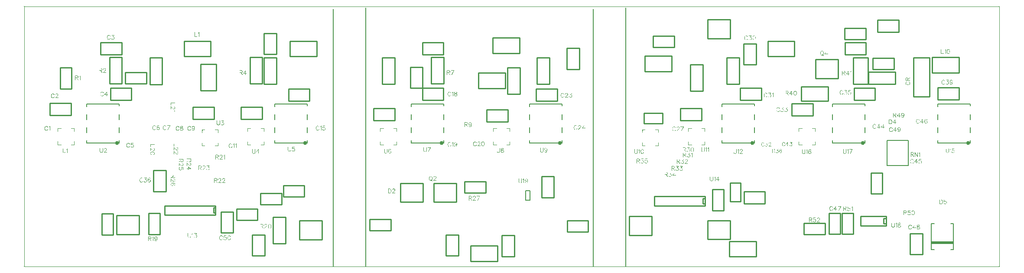
<source format=gto>
G04 CAM Products 2000  RS274-X Output*
G04 Serial Number: 0000-00-00000*
G04 File Name:1041h.gto *
%FSLAX34Y34*%
%MOIN*%
%SFA1B1*%

%IPPOS*%
%ADD10C,0.030000*%
%ADD11C,0.012000*%
%ADD12R,0.035400X0.031500*%
%ADD13R,0.031500X0.035400*%
%ADD14C,0.035000*%
%ADD15R,0.051200X0.055100*%
%ADD16C,0.019700*%
%ADD17R,0.019700X0.019700*%
%ADD18C,0.040000*%
%ADD19R,0.023600X0.094500*%
%ADD20R,0.100000X0.100000*%
%ADD21R,0.051000X0.063000*%
%ADD22R,0.063000X0.086600*%
%ADD23R,0.055100X0.051200*%
%ADD24R,0.063000X0.051000*%
%ADD25C,0.015000*%
%ADD26C,0.007900*%
%ADD27R,0.020000X0.010000*%
%ADD28R,0.010000X0.020000*%
%ADD29R,0.022000X0.010000*%
%ADD30R,0.063000X0.063000*%
%ADD31R,0.063000X0.078700*%
%ADD32R,0.078700X0.063000*%
%ADD33R,0.055100X0.039400*%
%ADD34R,0.043500X0.047200*%
%ADD35R,0.086600X0.063000*%
%ADD36R,0.047200X0.043500*%
%ADD37R,0.050000X0.050000*%
%ADD38C,0.045000*%
%ADD39R,0.094500X0.094500*%
%ADD40R,0.050000X0.020000*%
%ADD41C,0.070000*%
%ADD42R,0.045000X0.045000*%
%ADD43C,0.001000*%
%ADD44R,0.005000X0.005000*%
%ADD45C,0.005000*%
%ADD46C,0.010000*%
%ADD47C,0.003900*%
%ADD48C,0.004000*%
%ADD49R,0.020000X0.020000*%
%ADD50C,0.020000*%
%ADD51C,0.135000*%
%ADD52C,0.080000*%
%ADD53C,0.025000*%
%ADD54C,0.050000*%
%ADD55R,0.010000X0.010000*%
%ADD56R,0.030000X0.030000*%
%ADD57C,0.100000*%
%ADD58C,0.008000*%
%ADD59R,0.068500X0.068500*%
%ADD60C,0.068500*%
%ADD61C,0.014000*%
%ADD62R,0.040000X0.040000*%
%ADD63R,0.001000X0.001000*%
%LN1041h-1*%
%LPD*%
G54D10*
X72570Y9495D03*
X64470D03*
X55970D03*
X21570D03*
X32070D03*
X7120D03*
G54D26*
X13700Y10460D03*
G54D10*
X41170Y9495D03*
G54D26*
X47565Y10465D03*
G54D44*
X23750Y19775D03*
Y25D03*
G54D45*
X23750Y19775D02*
Y25D01*
G54D44*
X26250Y25D03*
Y19875D03*
G54D45*
X26250Y25D02*
Y19875D01*
G54D44*
X43750Y19775D03*
Y25D03*
G54D45*
X43750Y19775D02*
Y25D01*
G54D44*
X46250Y25D03*
Y19875D03*
G54D45*
X46250Y25D02*
Y19875D01*
G54D46*
X9381Y14067D02*
X7767D01*
Y14933*
X9381*
Y14067*
G54D45*
X72750Y9700D02*
Y9500D01*
X70250*
Y12300D02*
Y12500D01*
X72750*
Y12350*
X70250Y9500D02*
Y9700D01*
Y10300D02*
Y10700D01*
Y11300D02*
Y11700D01*
X72750Y10300D02*
Y10700D01*
Y11300D02*
Y11700D01*
X64650Y9700D02*
Y9500D01*
X62150*
Y12300D02*
Y12500D01*
X64650*
Y12350*
X62150Y9500D02*
Y9700D01*
Y10300D02*
Y10700D01*
Y11300D02*
Y11700D01*
X64650Y10300D02*
Y10700D01*
Y11300D02*
Y11700D01*
X56150Y9700D02*
Y9500D01*
X53650*
Y12300D02*
Y12500D01*
X56150*
Y12350*
X53650Y9500D02*
Y9700D01*
Y10300D02*
Y10700D01*
Y11300D02*
Y11700D01*
X56150Y10300D02*
Y10700D01*
Y11300D02*
Y11700D01*
X21750Y9700D02*
Y9500D01*
X19250*
Y12300D02*
Y12500D01*
X21750*
Y12350*
X19250Y9500D02*
Y9700D01*
Y10300D02*
Y10700D01*
Y11300D02*
Y11700D01*
X21750Y10300D02*
Y10700D01*
Y11300D02*
Y11700D01*
X32250Y9700D02*
Y9500D01*
X29750*
Y12300D02*
Y12500D01*
X32250*
Y12350*
X29750Y9500D02*
Y9700D01*
Y10300D02*
Y10700D01*
Y11300D02*
Y11700D01*
X32250Y10300D02*
Y10700D01*
Y11300D02*
Y11700D01*
G54D47*
X27606Y10634D02*
X27366D01*
Y10394*
X28394Y10634D02*
X28634D01*
Y10394*
X27606Y9366D02*
X27366D01*
Y9606*
X28394Y9366D02*
X28634D01*
Y9606*
X59806Y10634D02*
X59566D01*
Y10394*
X60594Y10634D02*
X60834D01*
Y10394*
X59806Y9366D02*
X59566D01*
Y9606*
X60594Y9366D02*
X60834D01*
Y9606*
X2806Y10640D02*
X2566D01*
Y10400*
X3594Y10640D02*
X3834D01*
Y10400*
X2806Y9373D02*
X2566D01*
Y9613*
X3594Y9373D02*
X3834D01*
Y9613*
G54D45*
X7300Y9700D02*
Y9500D01*
X4800*
Y12300D02*
Y12500D01*
X7300*
Y12350*
X4800Y9500D02*
Y9700D01*
Y10300D02*
Y10700D01*
Y11300D02*
Y11700D01*
X7300Y10300D02*
Y10700D01*
Y11300D02*
Y11700D01*
G54D46*
X64328Y3850D02*
X66296D01*
Y3141*
X64328*
Y3850*
X66294Y3299D02*
X66099D01*
Y3693*
X66296*
G54D45*
X70000Y3300D02*
X69750D01*
Y1300*
X70000*
X71250Y3300D02*
X71450D01*
Y1300*
X71250*
G54D46*
X70267Y13772D02*
X71881D01*
Y12828*
X70267*
Y13772*
X71875Y14909D02*
X69828D01*
Y16091*
X71875*
Y14909*
X66881Y15167D02*
X65267D01*
Y16033*
X66881*
Y15167*
X62753Y4099D02*
Y2485D01*
X61887*
Y4099*
X62753*
X63753Y4101D02*
Y2487D01*
X62887*
Y4101*
X63753*
X59959Y3333D02*
X61573D01*
Y2467*
X59959*
Y3333*
X68128Y917D02*
Y2531D01*
X69072*
Y917*
X68128*
G54D48*
X14663Y10528D02*
X14883D01*
Y10308*
X13863Y10528D02*
X13643D01*
Y10308*
X13863Y9288D02*
X13643D01*
Y9508*
X14663Y9288D02*
X14883D01*
Y9508*
G54D46*
X2767Y13667D02*
Y15281D01*
X3633*
Y13667*
X2767*
X6615Y13722D02*
X8229D01*
Y12778*
X6615*
Y13722*
X7497Y16100D02*
Y14053D01*
X6552*
Y16100*
X7497*
X14325Y16159D02*
X12278D01*
Y17341*
X14325*
Y16159*
G54D47*
X17394Y10634D02*
X17154D01*
Y10394*
X18181Y10634D02*
X18421D01*
Y10394*
X17394Y9366D02*
X17154D01*
Y9606*
X18181Y9366D02*
X18421D01*
Y9606*
G54D46*
X63817Y13722D02*
X65431D01*
Y12778*
X63817*
Y13722*
X59035Y12540D02*
X60649D01*
Y11595*
X59035*
Y12540*
X59768Y13831D02*
X61815D01*
Y12729*
X59768*
Y13831*
X64928Y14972D02*
X66975D01*
Y14028*
X64928*
Y14972*
X54972Y16075D02*
Y14028D01*
X54028*
Y16075*
X54972*
X56270Y17131D02*
Y15517D01*
X55326*
Y17131*
X56270*
X52172Y15532D02*
Y13485D01*
X51228*
Y15532*
X52172*
X50467Y12172D02*
X52081D01*
Y11228*
X50467*
Y12172*
X63769Y14028D02*
Y16075D01*
X64871*
Y14028*
X63769*
X63117Y17222D02*
X64731D01*
Y16278*
X63117*
Y17222*
X52538Y17526D02*
Y18983D01*
X54271*
Y17526*
X52538*
X49981Y16867D02*
X48367D01*
Y17733*
X49981*
Y16867*
X49094Y11006D02*
X47637D01*
Y11794*
X49094*
Y11006*
X30617Y13722D02*
X32231D01*
Y12778*
X30617*
Y13722*
X32247Y16100D02*
Y14053D01*
X31302*
Y16100*
X32247*
X26867Y12172D02*
X28481D01*
Y11228*
X26867*
Y12172*
X16667Y12272D02*
X18281D01*
Y11328*
X16667*
Y12272*
X19372Y16075D02*
Y14028D01*
X18428*
Y16075*
X19372*
X18298Y16096D02*
Y14048D01*
X17353*
Y16096*
X18298*
X19370Y17931D02*
Y16317D01*
X18426*
Y17931*
X19370*
X22475Y16159D02*
X20428D01*
Y17341*
X22475*
Y16159*
X13557Y13525D02*
Y15572D01*
X14739*
Y13525*
X13557*
X12967Y12272D02*
X14581D01*
Y11328*
X12967*
Y12272*
X10799Y4670D02*
X14697D01*
Y3961*
X10799*
Y4670*
X14697Y4119D02*
X14539D01*
Y4513*
X14697*
X17933Y3567D02*
X16319D01*
Y4433*
X17933*
Y3567*
X20072Y3792D02*
Y1745D01*
X19128*
Y3792*
X20072*
X9567Y2467D02*
Y4081D01*
X10433*
Y2467*
X9567*
X10872Y7381D02*
Y5767D01*
X9928*
Y7381*
X10872*
X19781Y4767D02*
X18167D01*
Y5633*
X19781*
Y4767*
X5967Y2431D02*
Y4045D01*
X6833*
Y2431*
X5967*
X21533Y5367D02*
X19919D01*
Y6233*
X21533*
Y5367*
X18472Y2433D02*
Y819D01*
X17528*
Y2433*
X18472*
X28181Y2767D02*
X26567D01*
Y3633*
X28181*
Y2767*
X33372Y2433D02*
Y819D01*
X32428*
Y2433*
X33372*
X36372Y409D02*
X34325D01*
Y1591*
X36372*
Y409*
X56272Y749D02*
X54225D01*
Y1931*
X56272*
Y749*
X55339Y5772D02*
X56953D01*
Y4828*
X55339*
Y5772*
X30617Y17222D02*
X32231D01*
Y16278*
X30617*
Y17222*
G54D47*
X36306Y10634D02*
X36066D01*
Y10394*
X37094Y10634D02*
X37334D01*
Y10394*
X36306Y9366D02*
X36066D01*
Y9606*
X37094Y9366D02*
X37334D01*
Y9606*
G54D46*
X52907Y4299D02*
Y5913D01*
X53773*
Y4299*
X52907*
X46527Y2398D02*
Y3854D01*
X48259*
Y2398*
X46527*
X54286Y4981D02*
Y6438D01*
X55073*
Y4981*
X54286*
X30625Y15329D02*
Y13714D01*
X29680*
Y15329*
X30625*
X42672Y16781D02*
Y15167D01*
X41728*
Y16781*
X42672*
X39367Y13672D02*
X40981D01*
Y12728*
X39367*
Y13672*
X40372Y16075D02*
Y14028D01*
X39428*
Y16075*
X40372*
X38112Y15306D02*
Y13259D01*
X37167*
Y15306*
X38112*
X36972Y13709D02*
X34925D01*
Y14891*
X36972*
Y13709*
X35567Y12072D02*
X37181D01*
Y11128*
X35567*
Y12072*
G54D45*
X41350Y9700D02*
Y9500D01*
X38850*
Y12300D02*
Y12500D01*
X41350*
Y12350*
X38850Y9500D02*
Y9700D01*
Y10300D02*
Y10700D01*
Y11300D02*
Y11700D01*
X41350Y10300D02*
Y10700D01*
Y11300D02*
Y11700D01*
G54D46*
X49775Y15009D02*
X47728D01*
Y16191*
X49775*
Y15009*
X38072Y16409D02*
X36025D01*
Y17591*
X38072*
Y16409*
X28472Y16075D02*
Y14028D01*
X27528*
Y16075*
X28472*
X64716Y17467D02*
X63102D01*
Y18334*
X64716*
Y17467*
X59225Y16159D02*
X57178D01*
Y17341*
X59225*
Y16159*
X55065Y13722D02*
X56679D01*
Y12778*
X55065*
Y13722*
X1967Y12572D02*
X3581D01*
Y11628*
X1967*
Y12572*
X62599Y15928D02*
Y14472D01*
X60867*
Y15928*
X62599*
X52547Y2088D02*
Y3544D01*
X54279*
Y2088*
X52547*
X10597Y16050D02*
Y14003D01*
X9652*
Y16050*
X10597*
X22899Y3528D02*
Y2072D01*
X21167*
Y3528*
X22899*
X7101Y2472D02*
Y3928D01*
X8833*
Y2472*
X7101*
X65627Y18972D02*
X67241D01*
Y18028*
X65627*
Y18972*
X68370Y13070D02*
Y16062D01*
X69630*
Y13070*
X68370*
X5867Y17222D02*
X7481D01*
Y16278*
X5867*
Y17222*
X20319Y13672D02*
X21933D01*
Y12728*
X20319*
Y13672*
G54D49*
X69840Y1840D03*
X71280D03*
G54D50*
X69840Y1840D02*
X71280D01*
G54D49*
X71380Y1840D03*
D03*
G54D50*
X71380Y1840D03*
G54D46*
X33219Y6408D02*
Y4952D01*
X31487*
Y6408*
X33219*
X30653Y6402D02*
Y4946D01*
X28921*
Y6402*
X30653*
X43361Y2667D02*
X41747D01*
Y3533*
X43361*
Y2667*
X37672Y2381D02*
Y767D01*
X36728*
Y2381*
X37672*
X39788Y5307D02*
Y6921D01*
X40732*
Y5307*
X39788*
X35481Y5647D02*
X33867D01*
Y6513*
X35481*
Y5647*
X48449Y5379D02*
X52347D01*
Y4670*
X48449*
Y5379*
X52347Y4827D02*
X52189D01*
Y5221*
X52347*
X15108Y2595D02*
Y4209D01*
X16052*
Y2595*
X15108*
G54D45*
X38892Y5840D02*
Y5090D01*
X38542*
Y5840D02*
Y5090D01*
X38892Y5840D02*
X38542D01*
G54D48*
X48527Y10532D02*
X48747D01*
Y10312*
X47727Y10532D02*
X47507D01*
Y10312*
X47727Y9292D02*
X47507D01*
Y9512*
X48527Y9292D02*
X48747D01*
Y9512*
G54D47*
X51306Y10634D02*
X51066D01*
Y10394*
X52094Y10634D02*
X52334D01*
Y10394*
X51306Y9366D02*
X51066D01*
Y9606*
X52094Y9366D02*
X52334D01*
Y9606*
G54D46*
X65107Y5579D02*
Y7193D01*
X65973*
Y5579*
X65107*
G54D45*
X66350Y9700D02*
X68000D01*
Y7750*
X66350D02*
Y9700D01*
Y7750D02*
X68000D01*
G36*
X67625Y4287D02*
X67626Y4292D01*
X67629Y4296*
X67633Y4299*
X67638Y4300*
X67643Y4299*
X67648Y4296*
X67651Y4292*
X67652Y4287*
Y3969*
X67651Y3964*
X67648Y3960*
X67643Y3957*
X67638Y3956*
X67633Y3957*
X67629Y3960*
X67626Y3964*
X67625Y3969*
Y4287*
G37*
G36*
X67638Y4273D02*
X67633Y4274D01*
X67629Y4277*
X67626Y4281*
X67625Y4287*
X67626Y4292*
X67629Y4296*
X67633Y4299*
X67638Y4300*
X67774*
X67779Y4299*
X67784Y4296*
X67787Y4292*
X67788Y4287*
X67787Y4281*
X67784Y4277*
X67779Y4274*
X67774Y4273*
X67638*
G37*
G36*
X67770Y4274D02*
X67765Y4276D01*
X67762Y4280*
X67761Y4286*
Y4291*
X67764Y4295*
X67768Y4299*
X67773Y4300*
X67778Y4299*
X67824Y4284*
X67828Y4282*
X67832Y4277*
X67833Y4272*
X67832Y4267*
X67830Y4263*
X67826Y4259*
X67820Y4258*
X67815Y4259*
X67770Y4274*
G37*
G36*
X67810Y4262D02*
X67807Y4266D01*
X67806Y4271*
X67807Y4277*
X67810Y4281*
X67814Y4284*
X67820Y4285*
X67825Y4284*
X67829Y4281*
X67844Y4266*
X67847Y4261*
X67848Y4256*
X67847Y4251*
X67844Y4247*
X67840Y4244*
X67835Y4243*
X67829Y4244*
X67825Y4247*
X67810Y4262*
G37*
G36*
X67823Y4250D02*
X67821Y4255D01*
X67822Y4261*
X67824Y4265*
X67829Y4268*
X67834Y4270*
X67839Y4269*
X67843Y4266*
X67847Y4262*
X67862Y4232*
X67863Y4227*
Y4222*
X67860Y4217*
X67856Y4214*
X67851Y4213*
X67845*
X67841Y4216*
X67838Y4220*
X67823Y4250*
G37*
G36*
X67836Y4226D02*
X67837Y4231D01*
X67840Y4236*
X67845Y4239*
X67850Y4240*
X67855Y4239*
X67859Y4236*
X67862Y4231*
X67863Y4226*
Y4196*
X67862Y4191*
X67859Y4186*
X67855Y4183*
X67850Y4182*
X67845Y4183*
X67840Y4186*
X67837Y4191*
X67836Y4196*
Y4226*
G37*
G36*
X67838Y4202D02*
X67841Y4206D01*
X67845Y4209*
X67851*
X67856Y4208*
X67860Y4205*
X67863Y4200*
Y4195*
X67862Y4190*
X67847Y4160*
X67843Y4155*
X67839Y4153*
X67834Y4152*
X67829Y4154*
X67824Y4157*
X67822Y4161*
X67821Y4167*
X67823Y4172*
X67838Y4202*
G37*
G36*
X67825Y4175D02*
X67829Y4178D01*
X67835Y4179*
X67840Y4178*
X67844Y4175*
X67847Y4171*
X67848Y4166*
X67847Y4160*
X67844Y4156*
X67829Y4141*
X67825Y4138*
X67820Y4137*
X67814Y4138*
X67810Y4141*
X67807Y4145*
X67806Y4151*
X67807Y4156*
X67810Y4160*
X67825Y4175*
G37*
G36*
X67815Y4163D02*
X67820Y4164D01*
X67826Y4163*
X67830Y4159*
X67832Y4155*
X67833Y4150*
X67832Y4144*
X67828Y4140*
X67824Y4138*
X67778Y4123*
X67773Y4122*
X67768Y4123*
X67764Y4127*
X67761Y4131*
Y4136*
X67762Y4141*
X67765Y4146*
X67770Y4148*
X67815Y4163*
G37*
G36*
X67774Y4149D02*
X67779Y4148D01*
X67784Y4145*
X67787Y4141*
X67788Y4135*
X67787Y4130*
X67784Y4126*
X67779Y4123*
X67774Y4122*
X67638*
X67633Y4123*
X67629Y4126*
X67626Y4130*
X67625Y4135*
X67626Y4141*
X67629Y4145*
X67633Y4148*
X67638Y4149*
X67774*
G37*
G36*
X67733Y4128D02*
X67731Y4133D01*
Y4138*
X67733Y4143*
X67737Y4147*
X67742Y4149*
X67747*
X67752Y4146*
X67755Y4143*
X67861Y3976*
X67863Y3972*
Y3966*
X67861Y3962*
X67857Y3958*
X67852Y3956*
X67847*
X67842Y3958*
X67838Y3962*
X67733Y4128*
G37*
G36*
X68126Y4300D02*
X68131Y4299D01*
X68135Y4296*
X68138Y4292*
X68139Y4287*
X68138Y4281*
X68135Y4277*
X68131Y4274*
X68126Y4273*
X67974*
X67969Y4274*
X67965Y4277*
X67962Y4281*
X67961Y4287*
X67962Y4292*
X67965Y4296*
X67969Y4299*
X67974Y4300*
X68126*
G37*
G36*
X67961Y4288D02*
X67963Y4293D01*
X67966Y4297*
X67971Y4299*
X67976Y4300*
X67981Y4298*
X67985Y4295*
X67987Y4290*
X67988Y4285*
X67973Y4149*
X67971Y4144*
X67968Y4140*
X67963Y4138*
X67958Y4137*
X67953Y4139*
X67949Y4142*
X67946Y4147*
Y4152*
X67961Y4288*
G37*
G36*
X67969Y4141D02*
X67965Y4138D01*
X67959Y4137*
X67954Y4138*
X67950Y4141*
X67947Y4145*
X67946Y4151*
X67947Y4156*
X67950Y4160*
X67965Y4175*
X67969Y4178*
X67974Y4179*
X67980Y4178*
X67984Y4175*
X67987Y4171*
X67988Y4166*
X67987Y4160*
X67984Y4156*
X67969Y4141*
G37*
G36*
X67979Y4153D02*
X67974Y4152D01*
X67968Y4154*
X67964Y4157*
X67962Y4161*
X67961Y4167*
X67962Y4172*
X67966Y4176*
X67970Y4178*
X68016Y4194*
X68021*
X68026Y4193*
X68030Y4190*
X68033Y4185*
Y4180*
X68032Y4175*
X68029Y4171*
X68024Y4168*
X67979Y4153*
G37*
G36*
X68020Y4167D02*
X68015Y4168D01*
X68010Y4171*
X68007Y4176*
X68006Y4181*
X68007Y4186*
X68010Y4190*
X68015Y4193*
X68020Y4194*
X68065*
X68070Y4193*
X68075Y4190*
X68078Y4186*
X68079Y4181*
X68078Y4176*
X68075Y4171*
X68070Y4168*
X68065Y4167*
X68020*
G37*
G36*
X68061Y4168D02*
X68056Y4171D01*
X68053Y4175*
X68052Y4180*
Y4185*
X68055Y4190*
X68059Y4193*
X68064Y4194*
X68069*
X68115Y4178*
X68119Y4176*
X68123Y4172*
X68124Y4167*
X68123Y4161*
X68121Y4157*
X68116Y4154*
X68111Y4152*
X68106Y4153*
X68061Y4168*
G37*
G36*
X68101Y4156D02*
X68098Y4160D01*
X68097Y4166*
X68098Y4171*
X68101Y4175*
X68105Y4178*
X68110Y4179*
X68116Y4178*
X68120Y4175*
X68150Y4145*
X68153Y4141*
X68154Y4135*
X68153Y4130*
X68150Y4126*
X68146Y4123*
X68141Y4122*
X68135Y4123*
X68131Y4126*
X68101Y4156*
G37*
G36*
X68128Y4131D02*
X68127Y4136D01*
X68129Y4141*
X68132Y4146*
X68136Y4148*
X68142Y4149*
X68147Y4148*
X68151Y4144*
X68153Y4140*
X68169Y4094*
Y4089*
X68168Y4084*
X68165Y4080*
X68160Y4077*
X68155*
X68150Y4078*
X68146Y4081*
X68143Y4086*
X68128Y4131*
G37*
G36*
X68142Y4090D02*
X68143Y4095D01*
X68146Y4100*
X68151Y4103*
X68156Y4104*
X68161Y4103*
X68165Y4100*
X68168Y4095*
X68169Y4090*
Y4060*
X68168Y4055*
X68165Y4050*
X68161Y4047*
X68156Y4046*
X68151Y4047*
X68146Y4050*
X68143Y4055*
X68142Y4060*
Y4090*
G37*
G36*
X68143Y4064D02*
X68146Y4069D01*
X68150Y4072*
X68155Y4073*
X68160*
X68165Y4070*
X68168Y4066*
X68169Y4061*
Y4056*
X68153Y4010*
X68151Y4006*
X68147Y4002*
X68142Y4001*
X68136Y4002*
X68132Y4004*
X68129Y4009*
X68127Y4014*
X68128Y4019*
X68143Y4064*
G37*
G36*
X68131Y4024D02*
X68135Y4027D01*
X68141Y4028*
X68146Y4027*
X68150Y4024*
X68153Y4020*
X68154Y4015*
X68153Y4009*
X68150Y4005*
X68120Y3975*
X68116Y3972*
X68110Y3971*
X68105Y3972*
X68101Y3975*
X68098Y3979*
X68097Y3984*
X68098Y3990*
X68101Y3994*
X68131Y4024*
G37*
G36*
X68106Y3997D02*
X68111Y3998D01*
X68116Y3996*
X68121Y3993*
X68123Y3989*
X68124Y3983*
X68123Y3978*
X68119Y3974*
X68115Y3972*
X68069Y3956*
X68064*
X68059Y3957*
X68055Y3960*
X68052Y3965*
Y3970*
X68053Y3975*
X68056Y3979*
X68061Y3982*
X68106Y3997*
G37*
G36*
X68065Y3983D02*
X68070Y3982D01*
X68075Y3979*
X68078Y3974*
X68079Y3969*
X68078Y3964*
X68075Y3960*
X68070Y3957*
X68065Y3956*
X68020*
X68015Y3957*
X68010Y3960*
X68007Y3964*
X68006Y3969*
X68007Y3974*
X68010Y3979*
X68015Y3982*
X68020Y3983*
X68065*
G37*
G36*
X68024Y3982D02*
X68029Y3979D01*
X68032Y3975*
X68033Y3970*
Y3965*
X68030Y3960*
X68026Y3957*
X68021Y3956*
X68016*
X67970Y3972*
X67966Y3974*
X67962Y3978*
X67961Y3983*
X67962Y3989*
X67964Y3993*
X67968Y3996*
X67974Y3998*
X67979Y3997*
X68024Y3982*
G37*
G36*
X67984Y3994D02*
X67987Y3990D01*
X67988Y3984*
X67987Y3979*
X67984Y3975*
X67980Y3972*
X67974Y3971*
X67969Y3972*
X67965Y3975*
X67950Y3990*
X67947Y3994*
X67946Y3999*
X67947Y4005*
X67950Y4009*
X67954Y4012*
X67959Y4013*
X67965Y4012*
X67969Y4009*
X67984Y3994*
G37*
G36*
X67971Y4006D02*
X67973Y4000D01*
X67972Y3995*
X67970Y3991*
X67965Y3987*
X67960Y3986*
X67955Y3987*
X67951Y3989*
X67947Y3993*
X67932Y4024*
X67931Y4029*
Y4034*
X67934Y4039*
X67938Y4042*
X67943Y4043*
X67949Y4042*
X67953Y4040*
X67956Y4036*
X67971Y4006*
G37*
G36*
X68337Y4299D02*
X68342Y4300D01*
X68347Y4299*
X68351Y4295*
X68354Y4291*
Y4286*
X68353Y4280*
X68350Y4276*
X68345Y4274*
X68300Y4259*
X68295Y4258*
X68290Y4259*
X68285Y4263*
X68283Y4267*
X68282Y4272*
X68283Y4277*
X68287Y4282*
X68291Y4284*
X68337Y4299*
G37*
G36*
X68284Y4279D02*
X68288Y4283D01*
X68293Y4285*
X68298*
X68303Y4283*
X68307Y4279*
X68309Y4274*
Y4269*
X68307Y4264*
X68277Y4219*
X68273Y4215*
X68268Y4213*
X68263*
X68258Y4215*
X68254Y4219*
X68252Y4223*
Y4229*
X68254Y4234*
X68284Y4279*
G37*
G36*
X68252Y4229D02*
X68254Y4234D01*
X68258Y4237*
X68263Y4239*
X68268*
X68273Y4237*
X68277Y4234*
X68279Y4229*
Y4223*
X68263Y4148*
X68261Y4143*
X68258Y4139*
X68253Y4137*
X68248*
X68243Y4139*
X68239Y4143*
X68237Y4148*
Y4153*
X68252Y4229*
G37*
G36*
X68237Y4151D02*
X68238Y4156D01*
X68241Y4160*
X68245Y4163*
X68250Y4164*
X68255Y4163*
X68260Y4160*
X68263Y4156*
X68264Y4151*
Y4105*
X68263Y4100*
X68260Y4096*
X68255Y4093*
X68250Y4092*
X68245Y4093*
X68241Y4096*
X68238Y4100*
X68237Y4105*
Y4151*
G37*
G36*
Y4103D02*
Y4108D01*
X68239Y4113*
X68243Y4116*
X68248Y4118*
X68253*
X68258Y4116*
X68261Y4113*
X68263Y4108*
X68279Y4032*
Y4027*
X68277Y4022*
X68273Y4018*
X68268Y4016*
X68263*
X68258Y4018*
X68254Y4022*
X68252Y4027*
X68237Y4103*
G37*
G36*
X68254Y4022D02*
X68252Y4027D01*
Y4032*
X68254Y4037*
X68258Y4041*
X68263Y4043*
X68268*
X68273Y4041*
X68277Y4037*
X68307Y3992*
X68309Y3987*
Y3982*
X68307Y3977*
X68303Y3973*
X68298Y3971*
X68293*
X68288Y3973*
X68284Y3977*
X68254Y4022*
G37*
G36*
X68291Y3972D02*
X68287Y3974D01*
X68283Y3978*
X68282Y3983*
X68283Y3989*
X68285Y3993*
X68290Y3996*
X68295Y3998*
X68300Y3997*
X68345Y3982*
X68350Y3979*
X68353Y3975*
X68354Y3970*
Y3965*
X68351Y3960*
X68347Y3957*
X68342Y3956*
X68337*
X68291Y3972*
G37*
G36*
X68341Y3956D02*
X68336Y3957D01*
X68331Y3960*
X68328Y3964*
X68327Y3969*
X68328Y3974*
X68331Y3979*
X68336Y3982*
X68341Y3983*
X68371*
X68376Y3982*
X68381Y3979*
X68384Y3974*
X68385Y3969*
X68384Y3964*
X68381Y3960*
X68376Y3957*
X68371Y3956*
X68341*
G37*
G36*
X68375D02*
X68370D01*
X68365Y3957*
X68361Y3960*
X68358Y3965*
Y3970*
X68359Y3975*
X68362Y3979*
X68367Y3982*
X68412Y3997*
X68417Y3998*
X68422Y3996*
X68427Y3993*
X68429Y3989*
X68430Y3983*
X68429Y3978*
X68425Y3974*
X68421Y3972*
X68375Y3956*
G37*
G36*
X68428Y3977D02*
X68424Y3973D01*
X68419Y3971*
X68414*
X68409Y3973*
X68405Y3977*
X68403Y3982*
Y3987*
X68405Y3992*
X68435Y4037*
X68439Y4041*
X68444Y4043*
X68449*
X68454Y4041*
X68458Y4037*
X68460Y4032*
Y4027*
X68458Y4022*
X68428Y3977*
G37*
G36*
X68460Y4027D02*
X68458Y4022D01*
X68454Y4018*
X68449Y4016*
X68444*
X68439Y4018*
X68435Y4022*
X68433Y4027*
Y4032*
X68449Y4108*
X68451Y4113*
X68454Y4116*
X68459Y4118*
X68464*
X68469Y4116*
X68473Y4113*
X68475Y4108*
Y4103*
X68460Y4027*
G37*
G36*
X68475Y4105D02*
X68474Y4100D01*
X68471Y4096*
X68467Y4093*
X68462Y4092*
X68457Y4093*
X68452Y4096*
X68449Y4100*
X68448Y4105*
Y4151*
X68449Y4156*
X68452Y4160*
X68457Y4163*
X68462Y4164*
X68467Y4163*
X68471Y4160*
X68474Y4156*
X68475Y4151*
Y4105*
G37*
G36*
Y4153D02*
Y4148D01*
X68473Y4143*
X68469Y4139*
X68464Y4137*
X68459*
X68454Y4139*
X68451Y4143*
X68449Y4148*
X68433Y4223*
Y4229*
X68435Y4234*
X68439Y4237*
X68444Y4239*
X68449*
X68454Y4237*
X68458Y4234*
X68460Y4229*
X68475Y4153*
G37*
G36*
X68458Y4234D02*
X68460Y4229D01*
Y4223*
X68458Y4219*
X68454Y4215*
X68449Y4213*
X68444*
X68439Y4215*
X68435Y4219*
X68405Y4264*
X68403Y4269*
Y4274*
X68405Y4279*
X68409Y4283*
X68414Y4285*
X68419*
X68424Y4283*
X68428Y4279*
X68458Y4234*
G37*
G36*
X68421Y4284D02*
X68425Y4282D01*
X68429Y4277*
X68430Y4272*
X68429Y4267*
X68427Y4263*
X68422Y4259*
X68417Y4258*
X68412Y4259*
X68367Y4274*
X68362Y4276*
X68359Y4280*
X68358Y4286*
Y4291*
X68361Y4295*
X68365Y4299*
X68370Y4300*
X68375Y4299*
X68421Y4284*
G37*
G36*
X68371Y4300D02*
X68376Y4299D01*
X68381Y4296*
X68384Y4292*
X68385Y4287*
X68384Y4281*
X68381Y4277*
X68376Y4274*
X68371Y4273*
X68341*
X68336Y4274*
X68331Y4277*
X68328Y4281*
X68327Y4287*
X68328Y4292*
X68331Y4296*
X68336Y4299*
X68341Y4300*
X68371*
G37*
G36*
X66700Y3336D02*
X66701Y3342D01*
X66704Y3346*
X66708Y3349*
X66713Y3350*
X66719Y3349*
X66723Y3346*
X66726Y3342*
X66727Y3336*
Y3110*
X66726Y3105*
X66723Y3100*
X66719Y3097*
X66713Y3096*
X66708Y3097*
X66704Y3100*
X66701Y3105*
X66700Y3110*
Y3336*
G37*
G36*
X66701Y3106D02*
X66700Y3111D01*
X66701Y3116*
X66705Y3120*
X66709Y3123*
X66714*
X66720Y3122*
X66724Y3119*
X66726Y3114*
X66741Y3069*
X66742Y3064*
X66741Y3059*
X66737Y3054*
X66733Y3052*
X66728Y3051*
X66723Y3052*
X66718Y3056*
X66716Y3060*
X66701Y3106*
G37*
G36*
X66719Y3055D02*
X66716Y3059D01*
X66715Y3065*
X66716Y3070*
X66719Y3074*
X66723Y3077*
X66729Y3078*
X66734Y3077*
X66738Y3074*
X66768Y3044*
X66771Y3040*
X66772Y3034*
X66771Y3029*
X66768Y3025*
X66764Y3022*
X66759Y3021*
X66754Y3022*
X66749Y3025*
X66719Y3055*
G37*
G36*
X66755Y3022D02*
X66750Y3024D01*
X66747Y3028*
X66745Y3033*
X66746Y3039*
X66749Y3043*
X66753Y3046*
X66758Y3048*
X66763Y3047*
X66808Y3032*
X66813Y3029*
X66816Y3025*
X66818Y3020*
X66817Y3015*
X66814Y3010*
X66810Y3007*
X66805Y3006*
X66800*
X66755Y3022*
G37*
G36*
X66804Y3006D02*
X66799Y3007D01*
X66795Y3010*
X66792Y3014*
X66791Y3019*
X66792Y3024*
X66795Y3029*
X66799Y3032*
X66804Y3033*
X66834*
X66840Y3032*
X66844Y3029*
X66847Y3024*
X66848Y3019*
X66847Y3014*
X66844Y3010*
X66840Y3007*
X66834Y3006*
X66804*
G37*
G36*
X66839D02*
X66833D01*
X66828Y3007*
X66824Y3010*
X66822Y3015*
X66821Y3020*
X66822Y3025*
X66826Y3029*
X66830Y3032*
X66875Y3047*
X66881Y3048*
X66886Y3046*
X66890Y3043*
X66892Y3039*
X66893Y3033*
X66892Y3028*
X66889Y3024*
X66884Y3022*
X66839Y3006*
G37*
G36*
X66889Y3025D02*
X66885Y3022D01*
X66880Y3021*
X66875Y3022*
X66870Y3025*
X66867Y3029*
X66866Y3034*
X66867Y3040*
X66870Y3044*
X66900Y3074*
X66905Y3077*
X66910Y3078*
X66915Y3077*
X66919Y3074*
X66922Y3070*
X66923Y3065*
X66922Y3059*
X66919Y3055*
X66889Y3025*
G37*
G36*
X66923Y3060D02*
X66920Y3056D01*
X66916Y3052*
X66911Y3051*
X66906Y3052*
X66901Y3054*
X66898Y3059*
X66896Y3064*
X66897Y3069*
X66912Y3114*
X66915Y3119*
X66919Y3122*
X66924Y3123*
X66929*
X66934Y3120*
X66937Y3116*
X66938Y3111*
Y3106*
X66923Y3060*
G37*
G36*
X66938Y3110D02*
X66937Y3105D01*
X66935Y3100*
X66930Y3097*
X66925Y3096*
X66920Y3097*
X66915Y3100*
X66913Y3105*
X66911Y3110*
Y3336*
X66913Y3342*
X66915Y3346*
X66920Y3349*
X66925Y3350*
X66930Y3349*
X66935Y3346*
X66937Y3342*
X66938Y3336*
Y3110*
G37*
G36*
X67026Y3264D02*
X67020Y3263D01*
X67015*
X67011Y3266*
X67007Y3270*
X67006Y3275*
X67007Y3280*
X67009Y3285*
X67013Y3288*
X67044Y3303*
X67049Y3305*
X67054Y3304*
X67059Y3301*
X67062Y3297*
X67063Y3292*
Y3287*
X67060Y3282*
X67056Y3279*
X67026Y3264*
G37*
G36*
X67059Y3282D02*
X67055Y3279D01*
X67050Y3278*
X67045Y3279*
X67040Y3282*
X67037Y3286*
X67036Y3291*
X67037Y3296*
X67040Y3301*
X67085Y3346*
X67090Y3349*
X67095Y3350*
X67100Y3349*
X67105Y3346*
X67108Y3342*
X67109Y3336*
X67108Y3331*
X67105Y3327*
X67059Y3282*
G37*
G36*
X67082Y3336D02*
X67083Y3342D01*
X67085Y3346*
X67090Y3349*
X67095Y3350*
X67100Y3349*
X67105Y3346*
X67108Y3342*
X67109Y3336*
Y3019*
X67108Y3014*
X67105Y3010*
X67100Y3007*
X67095Y3006*
X67090Y3007*
X67085Y3010*
X67083Y3014*
X67082Y3019*
Y3336*
G37*
G36*
X67261Y3349D02*
X67266Y3350D01*
X67271Y3349*
X67275Y3345*
X67278Y3341*
X67279Y3336*
X67277Y3330*
X67274Y3326*
X67269Y3324*
X67224Y3309*
X67219Y3308*
X67214Y3309*
X67210Y3313*
X67207Y3317*
X67206Y3322*
X67208Y3327*
X67211Y3332*
X67215Y3334*
X67261Y3349*
G37*
G36*
X67208Y3327D02*
X67211Y3332D01*
X67215Y3334*
X67221Y3335*
X67226Y3333*
X67230Y3330*
X67233Y3326*
Y3320*
X67232Y3315*
X67217Y3285*
X67213Y3281*
X67209Y3278*
X67204*
X67199Y3279*
X67194Y3282*
X67192Y3287*
X67191Y3292*
X67193Y3297*
X67208Y3327*
G37*
G36*
X67191Y3291D02*
X67192Y3296D01*
X67195Y3301*
X67199Y3304*
X67205Y3305*
X67210Y3304*
X67214Y3301*
X67217Y3296*
X67218Y3291*
Y3261*
X67217Y3256*
X67214Y3251*
X67210Y3248*
X67205Y3247*
X67199Y3248*
X67195Y3251*
X67192Y3256*
X67191Y3261*
Y3291*
G37*
G36*
X67193Y3255D02*
X67191Y3260D01*
X67192Y3265*
X67194Y3270*
X67199Y3273*
X67204Y3274*
X67209*
X67213Y3271*
X67217Y3267*
X67232Y3237*
X67233Y3232*
Y3226*
X67230Y3222*
X67226Y3219*
X67221Y3217*
X67215Y3218*
X67211Y3221*
X67208Y3225*
X67193Y3255*
G37*
G36*
X67214Y3219D02*
X67210Y3222D01*
X67207Y3226*
X67206Y3232*
X67208Y3237*
X67211Y3241*
X67215Y3244*
X67221*
X67226Y3243*
X67256Y3228*
X67260Y3224*
X67263Y3220*
Y3215*
X67262Y3210*
X67259Y3205*
X67254Y3203*
X67249Y3202*
X67244Y3204*
X67214Y3219*
G37*
G36*
X67247Y3203D02*
X67242Y3205D01*
X67238Y3209*
X67237Y3214*
Y3219*
X67239Y3224*
X67243Y3227*
X67248Y3229*
X67253*
X67314Y3214*
X67318Y3211*
X67322Y3207*
X67324Y3203*
X67323Y3197*
X67321Y3192*
X67317Y3189*
X67312Y3187*
X67307*
X67247Y3203*
G37*
G36*
X67306Y3188D02*
X67302Y3190D01*
X67298Y3194*
X67297Y3200*
X67298Y3205*
X67300Y3209*
X67304Y3213*
X67309Y3214*
X67315Y3213*
X67360Y3198*
X67365Y3196*
X67368Y3191*
X67369Y3186*
Y3181*
X67366Y3177*
X67362Y3173*
X67357Y3172*
X67351Y3173*
X67306Y3188*
G37*
G36*
X67346Y3176D02*
X67343Y3180D01*
X67342Y3185*
X67343Y3191*
X67346Y3195*
X67351Y3198*
X67356Y3199*
X67361Y3198*
X67365Y3195*
X67395Y3165*
X67398Y3160*
X67399Y3155*
X67398Y3150*
X67395Y3146*
X67391Y3143*
X67386Y3142*
X67381Y3143*
X67376Y3146*
X67346Y3176*
G37*
G36*
X67374Y3149D02*
X67372Y3154D01*
X67373Y3159*
X67376Y3164*
X67380Y3167*
X67385Y3169*
X67390Y3168*
X67395Y3165*
X67398Y3161*
X67413Y3131*
X67415Y3126*
X67414Y3121*
X67411Y3116*
X67407Y3113*
X67402Y3112*
X67397*
X67392Y3115*
X67389Y3119*
X67374Y3149*
G37*
G36*
X67388Y3125D02*
X67389Y3130D01*
X67391Y3135*
X67396Y3137*
X67401Y3138*
X67406Y3137*
X67411Y3135*
X67414Y3130*
X67415Y3125*
Y3080*
X67414Y3075*
X67411Y3070*
X67406Y3067*
X67401Y3066*
X67396Y3067*
X67391Y3070*
X67389Y3075*
X67388Y3080*
Y3125*
G37*
G36*
X67389Y3086D02*
X67392Y3090D01*
X67397Y3092*
X67402Y3093*
X67407Y3092*
X67411Y3089*
X67414Y3084*
X67415Y3079*
X67413Y3074*
X67398Y3043*
X67395Y3039*
X67390Y3037*
X67385Y3036*
X67380Y3037*
X67376Y3041*
X67373Y3045*
X67372Y3050*
X67374Y3056*
X67389Y3086*
G37*
G36*
X67376Y3059D02*
X67381Y3062D01*
X67386Y3063*
X67391Y3062*
X67395Y3059*
X67398Y3055*
X67399Y3049*
X67398Y3044*
X67395Y3040*
X67380Y3025*
X67376Y3022*
X67371Y3021*
X67366Y3022*
X67361Y3025*
X67358Y3029*
X67357Y3034*
X67358Y3040*
X67361Y3044*
X67376Y3059*
G37*
G36*
X67367Y3047D02*
X67372Y3048D01*
X67377Y3046*
X67381Y3043*
X67384Y3039*
Y3033*
X67383Y3028*
X67380Y3024*
X67375Y3022*
X67330Y3006*
X67325*
X67319Y3007*
X67315Y3010*
X67313Y3015*
X67312Y3020*
X67313Y3025*
X67317Y3029*
X67321Y3032*
X67367Y3047*
G37*
G36*
X67325Y3033D02*
X67331Y3032D01*
X67335Y3029*
X67338Y3024*
X67339Y3019*
X67338Y3014*
X67335Y3010*
X67331Y3007*
X67325Y3006*
X67265*
X67260Y3007*
X67256Y3010*
X67253Y3014*
X67252Y3019*
X67253Y3024*
X67256Y3029*
X67260Y3032*
X67265Y3033*
X67325*
G37*
G36*
X67269Y3032D02*
X67274Y3029D01*
X67277Y3025*
X67279Y3020*
X67278Y3015*
X67275Y3010*
X67271Y3007*
X67266Y3006*
X67261*
X67215Y3022*
X67211Y3024*
X67208Y3028*
X67206Y3033*
X67207Y3039*
X67210Y3043*
X67214Y3046*
X67219Y3048*
X67224Y3047*
X67269Y3032*
G37*
G36*
X67229Y3044D02*
X67232Y3040D01*
X67233Y3034*
X67232Y3029*
X67229Y3025*
X67225Y3022*
X67220Y3021*
X67215Y3022*
X67210Y3025*
X67195Y3040*
X67192Y3044*
X67191Y3049*
X67192Y3055*
X67195Y3059*
X67199Y3062*
X67205Y3063*
X67210Y3062*
X67214Y3059*
X67229Y3044*
G37*
G36*
X67217Y3056D02*
X67218Y3050D01*
X67217Y3045*
X67215Y3041*
X67211Y3037*
X67206Y3036*
X67200Y3037*
X67196Y3039*
X67193Y3043*
X67177Y3074*
X67176Y3079*
X67177Y3084*
X67179Y3089*
X67183Y3092*
X67189Y3093*
X67194Y3092*
X67198Y3090*
X67202Y3086*
X67217Y3056*
G37*
G36*
X67203Y3080D02*
X67202Y3075D01*
X67199Y3070*
X67195Y3067*
X67190Y3066*
X67184Y3067*
X67180Y3070*
X67177Y3075*
X67176Y3080*
Y3125*
X67177Y3130*
X67180Y3135*
X67184Y3137*
X67190Y3138*
X67195Y3137*
X67199Y3135*
X67202Y3130*
X67203Y3125*
Y3080*
G37*
G36*
X67202Y3119D02*
X67198Y3115D01*
X67194Y3112*
X67189*
X67183Y3113*
X67179Y3116*
X67177Y3121*
X67176Y3126*
X67177Y3131*
X67193Y3161*
X67196Y3165*
X67200Y3168*
X67206Y3169*
X67211Y3167*
X67215Y3164*
X67217Y3159*
X67218Y3154*
X67217Y3149*
X67202Y3119*
G37*
G36*
X67214Y3146D02*
X67210Y3143D01*
X67205Y3142*
X67199Y3143*
X67195Y3146*
X67192Y3150*
X67191Y3155*
X67192Y3160*
X67195Y3165*
X67225Y3195*
X67230Y3198*
X67235Y3199*
X67240Y3198*
X67244Y3195*
X67247Y3191*
X67248Y3185*
X67247Y3180*
X67244Y3176*
X67214Y3146*
G37*
G36*
X67239Y3173D02*
X67234Y3172D01*
X67229Y3173*
X67225Y3177*
X67222Y3181*
X67221Y3186*
X67223Y3191*
X67226Y3196*
X67231Y3198*
X67276Y3213*
X67281Y3214*
X67286Y3213*
X67290Y3209*
X67293Y3205*
X67294Y3200*
X67292Y3194*
X67289Y3190*
X67284Y3188*
X67239Y3173*
G37*
G36*
X67283Y3187D02*
X67278D01*
X67273Y3189*
X67269Y3192*
X67267Y3197*
Y3203*
X67269Y3207*
X67272Y3211*
X67277Y3214*
X67337Y3229*
X67343*
X67348Y3227*
X67351Y3224*
X67354Y3219*
Y3214*
X67352Y3209*
X67349Y3205*
X67344Y3203*
X67283Y3187*
G37*
G36*
X67347Y3204D02*
X67342Y3202D01*
X67336Y3203*
X67332Y3205*
X67329Y3210*
X67327Y3215*
X67328Y3220*
X67330Y3224*
X67335Y3228*
X67365Y3243*
X67370Y3244*
X67375*
X67380Y3241*
X67383Y3237*
X67384Y3232*
Y3226*
X67381Y3222*
X67377Y3219*
X67347Y3204*
G37*
G36*
X67383Y3225D02*
X67380Y3221D01*
X67375Y3218*
X67370Y3217*
X67365Y3219*
X67361Y3222*
X67358Y3226*
X67357Y3232*
X67359Y3237*
X67374Y3267*
X67377Y3271*
X67382Y3274*
X67387*
X67392Y3273*
X67396Y3270*
X67399Y3265*
Y3260*
X67398Y3255*
X67383Y3225*
G37*
G36*
X67399Y3261D02*
X67398Y3256D01*
X67395Y3251*
X67391Y3248*
X67386Y3247*
X67381Y3248*
X67376Y3251*
X67373Y3256*
X67372Y3261*
Y3291*
X67373Y3296*
X67376Y3301*
X67381Y3304*
X67386Y3305*
X67391Y3304*
X67395Y3301*
X67398Y3296*
X67399Y3291*
Y3261*
G37*
G36*
X67398Y3297D02*
X67399Y3292D01*
Y3287*
X67396Y3282*
X67392Y3279*
X67387Y3278*
X67382*
X67377Y3281*
X67374Y3285*
X67359Y3315*
X67357Y3320*
X67358Y3326*
X67361Y3330*
X67365Y3333*
X67370Y3335*
X67375Y3334*
X67380Y3332*
X67383Y3327*
X67398Y3297*
G37*
G36*
X67375Y3334D02*
X67380Y3332D01*
X67383Y3327*
X67384Y3322*
Y3317*
X67381Y3313*
X67377Y3309*
X67372Y3308*
X67367Y3309*
X67321Y3324*
X67317Y3326*
X67313Y3330*
X67312Y3336*
X67313Y3341*
X67315Y3345*
X67319Y3349*
X67325Y3350*
X67330Y3349*
X67375Y3334*
G37*
G36*
X67325Y3350D02*
X67331Y3349D01*
X67335Y3346*
X67338Y3342*
X67339Y3336*
X67338Y3331*
X67335Y3327*
X67331Y3324*
X67325Y3323*
X67265*
X67260Y3324*
X67256Y3327*
X67253Y3331*
X67252Y3336*
X67253Y3342*
X67256Y3346*
X67260Y3349*
X67265Y3350*
X67325*
G37*
G36*
X70802Y14267D02*
X70804Y14262D01*
X70803Y14257*
X70800Y14252*
X70796Y14249*
X70791Y14247*
X70786Y14248*
X70781Y14251*
X70778Y14255*
X70763Y14285*
X70762Y14290*
Y14295*
X70765Y14300*
X70769Y14303*
X70774Y14305*
X70779Y14304*
X70784Y14301*
X70787Y14297*
X70802Y14267*
G37*
G36*
X70785Y14301D02*
X70787Y14296D01*
X70789Y14291*
X70787Y14286*
X70785Y14282*
X70780Y14279*
X70775Y14278*
X70770Y14279*
X70765Y14282*
X70735Y14312*
X70732Y14316*
X70731Y14321*
X70732Y14327*
X70735Y14331*
X70740Y14334*
X70745Y14335*
X70750Y14334*
X70754Y14331*
X70785Y14301*
G37*
G36*
X70751Y14333D02*
X70755Y14330D01*
X70758Y14326*
Y14320*
X70757Y14315*
X70754Y14311*
X70749Y14309*
X70744Y14308*
X70739Y14309*
X70709Y14324*
X70704Y14328*
X70702Y14332*
X70701Y14337*
X70702Y14343*
X70706Y14347*
X70710Y14349*
X70716Y14350*
X70721Y14349*
X70751Y14333*
G37*
G36*
X70715Y14350D02*
X70720Y14349D01*
X70724Y14346*
X70727Y14342*
X70728Y14337*
X70727Y14331*
X70724Y14327*
X70720Y14324*
X70715Y14323*
X70654*
X70649Y14324*
X70645Y14327*
X70642Y14331*
X70641Y14337*
X70642Y14342*
X70645Y14346*
X70649Y14349*
X70654Y14350*
X70715*
G37*
G36*
X70648Y14349D02*
X70653Y14350D01*
X70658Y14349*
X70663Y14347*
X70666Y14343*
X70668Y14337*
X70667Y14332*
X70664Y14328*
X70660Y14324*
X70630Y14309*
X70625Y14308*
X70620Y14309*
X70615Y14311*
X70612Y14315*
X70610Y14320*
X70611Y14326*
X70614Y14330*
X70618Y14333*
X70648Y14349*
G37*
G36*
X70614Y14331D02*
X70619Y14334D01*
X70624Y14335*
X70629Y14334*
X70633Y14331*
X70636Y14327*
X70637Y14321*
X70636Y14316*
X70633Y14312*
X70603Y14282*
X70599Y14279*
X70594Y14278*
X70589Y14279*
X70584Y14282*
X70581Y14286*
X70580Y14291*
X70581Y14296*
X70584Y14301*
X70614Y14331*
G37*
G36*
X70582Y14297D02*
X70585Y14301D01*
X70589Y14304*
X70595Y14305*
X70600Y14303*
X70604Y14300*
X70607Y14295*
Y14290*
X70606Y14285*
X70591Y14255*
X70587Y14251*
X70583Y14248*
X70578Y14247*
X70573Y14249*
X70568Y14252*
X70566Y14257*
X70565Y14262*
X70567Y14267*
X70582Y14297*
G37*
G36*
X70566Y14265D02*
X70568Y14270D01*
X70573Y14273*
X70578Y14274*
X70583*
X70587Y14271*
X70591Y14267*
X70592Y14262*
X70591Y14257*
X70576Y14211*
X70574Y14207*
X70570Y14204*
X70564Y14202*
X70559Y14203*
X70555Y14205*
X70551Y14210*
X70550Y14215*
X70551Y14220*
X70566Y14265*
G37*
G36*
X70550Y14216D02*
X70551Y14221D01*
X70554Y14225*
X70558Y14228*
X70564Y14229*
X70569Y14228*
X70573Y14225*
X70576Y14221*
X70577Y14216*
Y14140*
X70576Y14135*
X70573Y14131*
X70569Y14128*
X70564Y14127*
X70558Y14128*
X70554Y14131*
X70551Y14135*
X70550Y14140*
Y14216*
G37*
G36*
X70551Y14136D02*
X70550Y14141D01*
X70551Y14146*
X70555Y14150*
X70559Y14153*
X70564Y14154*
X70570Y14152*
X70574Y14149*
X70576Y14144*
X70591Y14099*
X70592Y14094*
X70591Y14089*
X70587Y14085*
X70583Y14082*
X70578Y14081*
X70573Y14083*
X70568Y14086*
X70566Y14091*
X70551Y14136*
G37*
G36*
X70567Y14089D02*
X70565Y14094D01*
X70566Y14099*
X70568Y14104*
X70573Y14107*
X70578Y14108*
X70583*
X70587Y14105*
X70591Y14101*
X70606Y14071*
X70607Y14066*
Y14060*
X70604Y14056*
X70600Y14052*
X70595Y14051*
X70589Y14052*
X70585Y14054*
X70582Y14059*
X70567Y14089*
G37*
G36*
X70584Y14055D02*
X70581Y14059D01*
X70580Y14065*
X70581Y14070*
X70584Y14074*
X70589Y14077*
X70594Y14078*
X70599Y14077*
X70603Y14074*
X70633Y14044*
X70636Y14040*
X70637Y14034*
X70636Y14029*
X70633Y14025*
X70629Y14022*
X70624Y14021*
X70619Y14022*
X70614Y14025*
X70584Y14055*
G37*
G36*
X70618Y14022D02*
X70614Y14026D01*
X70611Y14030*
X70610Y14035*
X70612Y14040*
X70615Y14045*
X70620Y14047*
X70625Y14048*
X70630Y14046*
X70660Y14031*
X70664Y14028*
X70667Y14024*
X70668Y14018*
X70666Y14013*
X70663Y14009*
X70658Y14006*
X70653*
X70648Y14007*
X70618Y14022*
G37*
G36*
X70654Y14006D02*
X70649Y14007D01*
X70645Y14010*
X70642Y14014*
X70641Y14019*
X70642Y14024*
X70645Y14029*
X70649Y14032*
X70654Y14033*
X70715*
X70720Y14032*
X70724Y14029*
X70727Y14024*
X70728Y14019*
X70727Y14014*
X70724Y14010*
X70720Y14007*
X70715Y14006*
X70654*
G37*
G36*
X70721Y14007D02*
X70716Y14006D01*
X70710*
X70706Y14009*
X70702Y14013*
X70701Y14018*
X70702Y14024*
X70704Y14028*
X70709Y14031*
X70739Y14046*
X70744Y14048*
X70749Y14047*
X70754Y14045*
X70757Y14040*
X70758Y14035*
Y14030*
X70755Y14026*
X70751Y14022*
X70721Y14007*
G37*
G36*
X70754Y14025D02*
X70750Y14022D01*
X70745Y14021*
X70740Y14022*
X70735Y14025*
X70732Y14029*
X70731Y14034*
X70732Y14040*
X70735Y14044*
X70765Y14074*
X70770Y14077*
X70775Y14078*
X70780Y14077*
X70785Y14074*
X70787Y14070*
X70789Y14065*
X70787Y14059*
X70785Y14055*
X70754Y14025*
G37*
G36*
X70787Y14059D02*
X70784Y14054D01*
X70779Y14052*
X70774Y14051*
X70769Y14052*
X70765Y14056*
X70762Y14060*
Y14066*
X70763Y14071*
X70778Y14101*
X70781Y14105*
X70786Y14108*
X70791*
X70796Y14107*
X70800Y14104*
X70803Y14099*
X70804Y14094*
X70802Y14089*
X70787Y14059*
G37*
G36*
X70915Y14323D02*
X70910Y14324D01*
X70905Y14327*
X70902Y14331*
X70901Y14337*
X70902Y14342*
X70905Y14346*
X70910Y14349*
X70915Y14350*
X71081*
X71086Y14349*
X71091Y14346*
X71093Y14342*
X71095Y14337*
X71093Y14331*
X71091Y14327*
X71086Y14324*
X71081Y14323*
X70915*
G37*
G36*
X71070Y14345D02*
X71074Y14348D01*
X71079Y14350*
X71084*
X71089Y14347*
X71093Y14343*
X71094Y14338*
Y14333*
X71092Y14328*
X71001Y14208*
X70997Y14204*
X70992Y14202*
X70987Y14203*
X70982Y14205*
X70979Y14209*
X70977Y14214*
Y14219*
X70980Y14224*
X71070Y14345*
G37*
G36*
X70990Y14202D02*
X70985Y14203D01*
X70981Y14206*
X70978Y14210*
X70977Y14216*
X70978Y14221*
X70981Y14225*
X70985Y14228*
X70990Y14229*
X71036*
X71041Y14228*
X71045Y14225*
X71048Y14221*
X71049Y14216*
X71048Y14210*
X71045Y14206*
X71041Y14203*
X71036Y14202*
X70990*
G37*
G36*
X71030Y14204D02*
X71025Y14207D01*
X71023Y14211*
X71022Y14217*
X71024Y14222*
X71027Y14226*
X71031Y14228*
X71037Y14229*
X71042Y14228*
X71072Y14213*
X71076Y14209*
X71079Y14205*
Y14200*
X71078Y14194*
X71075Y14190*
X71070Y14188*
X71065Y14187*
X71060Y14188*
X71030Y14204*
G37*
G36*
X71056Y14191D02*
X71053Y14195D01*
X71052Y14201*
X71053Y14206*
X71056Y14210*
X71061Y14213*
X71066Y14214*
X71071Y14213*
X71075Y14210*
X71091Y14195*
X71093Y14191*
X71095Y14185*
X71093Y14180*
X71091Y14176*
X71086Y14173*
X71081Y14172*
X71076Y14173*
X71071Y14176*
X71056Y14191*
G37*
G36*
X71068Y14181D02*
Y14186D01*
X71069Y14191*
X71072Y14196*
X71077Y14198*
X71082Y14199*
X71087Y14198*
X71091Y14194*
X71094Y14190*
X71109Y14144*
X71110Y14139*
X71108Y14134*
X71105Y14130*
X71100Y14127*
X71095*
X71090Y14128*
X71086Y14131*
X71083Y14136*
X71068Y14181*
G37*
G36*
X71083Y14140D02*
X71084Y14145D01*
X71087Y14150*
X71091Y14153*
X71096Y14154*
X71101Y14153*
X71106Y14150*
X71109Y14145*
X71110Y14140*
Y14110*
X71109Y14105*
X71106Y14100*
X71101Y14097*
X71096Y14096*
X71091Y14097*
X71087Y14100*
X71084Y14105*
X71083Y14110*
Y14140*
G37*
G36*
Y14114D02*
X71086Y14119D01*
X71090Y14122*
X71095Y14123*
X71100*
X71105Y14120*
X71108Y14116*
X71110Y14111*
X71109Y14106*
X71094Y14060*
X71091Y14056*
X71087Y14052*
X71082Y14051*
X71077Y14052*
X71072Y14054*
X71069Y14059*
X71068Y14064*
Y14069*
X71083Y14114*
G37*
G36*
X71071Y14074D02*
X71076Y14077D01*
X71081Y14078*
X71086Y14077*
X71091Y14074*
X71093Y14070*
X71095Y14065*
X71093Y14059*
X71091Y14055*
X71060Y14025*
X71056Y14022*
X71051Y14021*
X71046Y14022*
X71041Y14025*
X71038Y14029*
X71037Y14034*
X71038Y14040*
X71041Y14044*
X71071Y14074*
G37*
G36*
X71047Y14047D02*
X71052Y14048D01*
X71057Y14046*
X71061Y14043*
X71064Y14039*
Y14033*
X71063Y14028*
X71060Y14024*
X71055Y14022*
X71010Y14006*
X71005*
X70999Y14007*
X70995Y14010*
X70993Y14015*
X70992Y14020*
X70993Y14025*
X70997Y14029*
X71001Y14032*
X71047Y14047*
G37*
G36*
X71005Y14033D02*
X71011Y14032D01*
X71015Y14029*
X71018Y14024*
X71019Y14019*
X71018Y14014*
X71015Y14010*
X71011Y14007*
X71005Y14006*
X70960*
X70955Y14007*
X70951Y14010*
X70948Y14014*
X70947Y14019*
X70948Y14024*
X70951Y14029*
X70955Y14032*
X70960Y14033*
X71005*
G37*
G36*
X70964Y14032D02*
X70969Y14029D01*
X70972Y14025*
X70974Y14020*
X70973Y14015*
X70970Y14010*
X70966Y14007*
X70961Y14006*
X70956*
X70911Y14022*
X70906Y14024*
X70903Y14028*
X70901Y14033*
X70902Y14039*
X70905Y14043*
X70909Y14046*
X70914Y14048*
X70919Y14047*
X70964Y14032*
G37*
G36*
X70924Y14044D02*
X70927Y14040D01*
X70928Y14034*
X70927Y14029*
X70924Y14025*
X70920Y14022*
X70915Y14021*
X70910Y14022*
X70905Y14025*
X70890Y14040*
X70887Y14044*
X70886Y14049*
X70887Y14055*
X70890Y14059*
X70895Y14062*
X70900Y14063*
X70905Y14062*
X70909Y14059*
X70924Y14044*
G37*
G36*
X70912Y14056D02*
X70913Y14050D01*
Y14045*
X70910Y14041*
X70906Y14037*
X70901Y14036*
X70895Y14037*
X70891Y14039*
X70888Y14043*
X70873Y14074*
X70871Y14079*
X70872Y14084*
X70874Y14089*
X70879Y14092*
X70884Y14093*
X70889Y14092*
X70893Y14090*
X70897Y14086*
X70912Y14056*
G37*
G36*
X71374Y14235D02*
X71377Y14240D01*
X71381Y14243*
X71386Y14244*
X71391*
X71396Y14241*
X71399Y14237*
X71400Y14232*
Y14226*
X71385Y14181*
X71382Y14177*
X71378Y14173*
X71373Y14172*
X71368Y14173*
X71363Y14175*
X71360Y14179*
X71358Y14184*
X71359Y14190*
X71374Y14235*
G37*
G36*
X71362Y14195D02*
X71367Y14198D01*
X71372Y14199*
X71377Y14198*
X71381Y14195*
X71384Y14191*
X71385Y14185*
X71384Y14180*
X71381Y14176*
X71351Y14146*
X71347Y14143*
X71342Y14142*
X71337Y14143*
X71332Y14146*
X71329Y14150*
X71328Y14155*
X71329Y14160*
X71332Y14165*
X71362Y14195*
G37*
G36*
X71337Y14168D02*
X71343Y14169D01*
X71348Y14167*
X71352Y14164*
X71354Y14159*
X71355Y14154*
X71354Y14149*
X71351Y14145*
X71346Y14142*
X71301Y14127*
X71295*
X71290Y14128*
X71286Y14131*
X71284Y14136*
X71283Y14141*
X71284Y14146*
X71288Y14150*
X71292Y14153*
X71337Y14168*
G37*
G36*
X71296Y14154D02*
X71302Y14153D01*
X71306Y14150*
X71309Y14145*
X71310Y14140*
X71309Y14135*
X71306Y14131*
X71302Y14128*
X71296Y14127*
X71281*
X71276Y14128*
X71272Y14131*
X71269Y14135*
X71268Y14140*
X71269Y14145*
X71272Y14150*
X71276Y14153*
X71281Y14154*
X71296*
G37*
G36*
X71286Y14153D02*
X71290Y14150D01*
X71293Y14146*
X71295Y14141*
X71294Y14136*
X71291Y14131*
X71287Y14128*
X71282Y14127*
X71277*
X71232Y14142*
X71227Y14145*
X71224Y14149*
X71222Y14154*
X71223Y14159*
X71226Y14164*
X71230Y14167*
X71235Y14169*
X71240Y14168*
X71286Y14153*
G37*
G36*
X71245Y14165D02*
X71248Y14160D01*
X71249Y14155*
X71248Y14150*
X71245Y14146*
X71241Y14143*
X71236Y14142*
X71231Y14143*
X71226Y14146*
X71196Y14176*
X71193Y14180*
X71192Y14185*
X71193Y14191*
X71196Y14195*
X71201Y14198*
X71206Y14199*
X71211Y14198*
X71215Y14195*
X71245Y14165*
G37*
G36*
X71219Y14190D02*
Y14184D01*
X71218Y14179*
X71215Y14175*
X71210Y14173*
X71205Y14172*
X71200Y14173*
X71196Y14177*
X71193Y14181*
X71178Y14226*
X71177Y14232*
X71179Y14237*
X71182Y14241*
X71186Y14244*
X71192*
X71197Y14243*
X71201Y14240*
X71203Y14235*
X71219Y14190*
G37*
G36*
X71204Y14231D02*
X71203Y14226D01*
X71200Y14221*
X71196Y14218*
X71191Y14217*
X71185Y14218*
X71181Y14221*
X71178Y14226*
X71177Y14231*
Y14246*
X71178Y14251*
X71181Y14255*
X71185Y14258*
X71191Y14259*
X71196Y14258*
X71200Y14255*
X71203Y14251*
X71204Y14246*
Y14231*
G37*
G36*
X71203Y14242D02*
X71201Y14237D01*
X71197Y14234*
X71192Y14232*
X71186Y14233*
X71182Y14236*
X71179Y14240*
X71177Y14245*
X71178Y14250*
X71193Y14295*
X71196Y14300*
X71200Y14303*
X71205Y14305*
X71210Y14304*
X71215Y14301*
X71218Y14297*
X71219Y14292*
Y14287*
X71203Y14242*
G37*
G36*
X71215Y14282D02*
X71211Y14279D01*
X71206Y14278*
X71201Y14279*
X71196Y14282*
X71193Y14286*
X71192Y14291*
X71193Y14296*
X71196Y14301*
X71226Y14331*
X71231Y14334*
X71236Y14335*
X71241Y14334*
X71245Y14331*
X71248Y14327*
X71249Y14321*
X71248Y14316*
X71245Y14312*
X71215Y14282*
G37*
G36*
X71240Y14309D02*
X71235Y14308D01*
X71230Y14309*
X71226Y14313*
X71223Y14317*
X71222Y14322*
X71224Y14327*
X71227Y14332*
X71232Y14334*
X71277Y14349*
X71282Y14350*
X71287Y14349*
X71291Y14345*
X71294Y14341*
X71295Y14336*
X71293Y14330*
X71290Y14326*
X71286Y14324*
X71240Y14309*
G37*
G36*
X71281Y14323D02*
X71276Y14324D01*
X71272Y14327*
X71269Y14331*
X71268Y14337*
X71269Y14342*
X71272Y14346*
X71276Y14349*
X71281Y14350*
X71296*
X71302Y14349*
X71306Y14346*
X71309Y14342*
X71310Y14337*
X71309Y14331*
X71306Y14327*
X71302Y14324*
X71296Y14323*
X71281*
G37*
G36*
X71292Y14324D02*
X71288Y14326D01*
X71284Y14330*
X71283Y14336*
X71284Y14341*
X71286Y14345*
X71290Y14349*
X71295Y14350*
X71301Y14349*
X71346Y14334*
X71351Y14332*
X71354Y14327*
X71355Y14322*
X71354Y14317*
X71352Y14313*
X71348Y14309*
X71343Y14308*
X71337Y14309*
X71292Y14324*
G37*
G36*
X71332Y14312D02*
X71329Y14316D01*
X71328Y14321*
X71329Y14327*
X71332Y14331*
X71337Y14334*
X71342Y14335*
X71347Y14334*
X71351Y14331*
X71381Y14301*
X71384Y14296*
X71385Y14291*
X71384Y14286*
X71381Y14282*
X71377Y14279*
X71372Y14278*
X71367Y14279*
X71362Y14282*
X71332Y14312*
G37*
G36*
X71359Y14288D02*
Y14293D01*
X71360Y14298*
X71364Y14302*
X71369Y14304*
X71374Y14305*
X71379Y14303*
X71383Y14299*
X71385Y14294*
X71400Y14234*
Y14229*
X71399Y14224*
X71395Y14220*
X71390Y14218*
X71385Y14217*
X71380Y14219*
X71376Y14223*
X71374Y14227*
X71359Y14288*
G37*
G36*
X71374Y14231D02*
X71375Y14236D01*
X71377Y14240*
X71382Y14243*
X71387Y14244*
X71392Y14243*
X71397Y14240*
X71399Y14236*
X71401Y14231*
Y14155*
X71399Y14150*
X71397Y14146*
X71392Y14143*
X71387Y14142*
X71382Y14143*
X71377Y14146*
X71375Y14150*
X71374Y14155*
Y14231*
G37*
G36*
Y14158D02*
X71376Y14163D01*
X71380Y14166*
X71384Y14168*
X71390*
X71395Y14166*
X71398Y14163*
X71400Y14158*
Y14153*
X71385Y14077*
X71383Y14072*
X71379Y14068*
X71375Y14066*
X71369*
X71364Y14068*
X71361Y14072*
X71359Y14077*
Y14082*
X71374Y14158*
G37*
G36*
X71361Y14087D02*
X71364Y14091D01*
X71369Y14093*
X71375*
X71379Y14091*
X71383Y14087*
X71385Y14082*
Y14077*
X71383Y14072*
X71353Y14027*
X71349Y14023*
X71344Y14021*
X71339*
X71334Y14023*
X71330Y14027*
X71328Y14032*
Y14037*
X71330Y14042*
X71361Y14087*
G37*
G36*
X71337Y14047D02*
X71343Y14048D01*
X71348Y14046*
X71352Y14043*
X71354Y14039*
X71355Y14033*
X71354Y14028*
X71351Y14024*
X71346Y14022*
X71301Y14006*
X71295*
X71290Y14007*
X71286Y14010*
X71284Y14015*
X71283Y14020*
X71284Y14025*
X71288Y14029*
X71292Y14032*
X71337Y14047*
G37*
G36*
X71296Y14033D02*
X71302Y14032D01*
X71306Y14029*
X71309Y14024*
X71310Y14019*
X71309Y14014*
X71306Y14010*
X71302Y14007*
X71296Y14006*
X71266*
X71261Y14007*
X71257Y14010*
X71254Y14014*
X71253Y14019*
X71254Y14024*
X71257Y14029*
X71261Y14032*
X71266Y14033*
X71296*
G37*
G36*
X71270Y14032D02*
X71275Y14029D01*
X71278Y14025*
X71280Y14020*
X71279Y14015*
X71276Y14010*
X71272Y14007*
X71267Y14006*
X71262*
X71217Y14022*
X71212Y14024*
X71209Y14028*
X71207Y14033*
X71208Y14039*
X71211Y14043*
X71215Y14046*
X71220Y14048*
X71225Y14047*
X71270Y14032*
G37*
G36*
X71233Y14040D02*
X71234Y14035D01*
Y14030*
X71231Y14026*
X71227Y14022*
X71222Y14021*
X71217Y14022*
X71212Y14024*
X71209Y14028*
X71194Y14059*
X71192Y14064*
X71193Y14069*
X71196Y14073*
X71200Y14077*
X71205Y14078*
X71210Y14077*
X71215Y14075*
X71218Y14071*
X71233Y14040*
G37*
G36*
X70500Y16687D02*
X70501Y16692D01*
X70504Y16696*
X70508Y16699*
X70514Y16700*
X70519Y16699*
X70523Y16696*
X70526Y16692*
X70527Y16687*
Y16369*
X70526Y16364*
X70523Y16360*
X70519Y16357*
X70514Y16356*
X70508Y16357*
X70504Y16360*
X70501Y16364*
X70500Y16369*
Y16687*
G37*
G36*
X70514Y16356D02*
X70508Y16357D01*
X70504Y16360*
X70501Y16364*
X70500Y16369*
X70501Y16374*
X70504Y16379*
X70508Y16382*
X70514Y16383*
X70695*
X70700Y16382*
X70704Y16379*
X70707Y16374*
X70708Y16369*
X70707Y16364*
X70704Y16360*
X70700Y16357*
X70695Y16356*
X70514*
G37*
G36*
X70795Y16614D02*
X70790Y16613D01*
X70785*
X70780Y16616*
X70777Y16620*
X70776Y16625*
Y16630*
X70779Y16635*
X70783Y16638*
X70813Y16653*
X70819Y16655*
X70824Y16654*
X70828Y16651*
X70832Y16647*
X70833Y16642*
X70832Y16637*
X70830Y16632*
X70826Y16629*
X70795Y16614*
G37*
G36*
X70829Y16632D02*
X70825Y16629D01*
X70820Y16628*
X70814Y16629*
X70810Y16632*
X70807Y16636*
X70806Y16641*
X70807Y16646*
X70810Y16651*
X70855Y16696*
X70860Y16699*
X70865Y16700*
X70870Y16699*
X70874Y16696*
X70877Y16692*
X70878Y16687*
X70877Y16681*
X70874Y16677*
X70829Y16632*
G37*
G36*
X70851Y16687D02*
X70852Y16692D01*
X70855Y16696*
X70860Y16699*
X70865Y16700*
X70870Y16699*
X70874Y16696*
X70877Y16692*
X70878Y16687*
Y16369*
X70877Y16364*
X70874Y16360*
X70870Y16357*
X70865Y16356*
X70860Y16357*
X70855Y16360*
X70852Y16364*
X70851Y16369*
Y16687*
G37*
G36*
X71046Y16699D02*
X71051Y16700D01*
X71056Y16699*
X71060Y16695*
X71063Y16691*
Y16686*
X71062Y16680*
X71059Y16676*
X71054Y16674*
X71009Y16659*
X71004Y16658*
X70999Y16659*
X70994Y16663*
X70992Y16667*
X70991Y16672*
X70993Y16677*
X70996Y16682*
X71000Y16684*
X71046Y16699*
G37*
G36*
X70993Y16679D02*
X70997Y16683D01*
X71002Y16685*
X71007*
X71012Y16683*
X71016Y16679*
X71018Y16674*
Y16669*
X71016Y16664*
X70986Y16619*
X70982Y16615*
X70977Y16613*
X70972*
X70967Y16615*
X70963Y16619*
X70961Y16623*
Y16629*
X70963Y16634*
X70993Y16679*
G37*
G36*
X70961Y16629D02*
X70963Y16634D01*
X70967Y16637*
X70972Y16639*
X70977*
X70982Y16637*
X70986Y16634*
X70988Y16629*
Y16623*
X70973Y16548*
X70971Y16543*
X70967Y16539*
X70962Y16537*
X70957*
X70952Y16539*
X70948Y16543*
X70946Y16548*
Y16553*
X70961Y16629*
G37*
G36*
X70946Y16551D02*
X70947Y16556D01*
X70950Y16560*
X70954Y16563*
X70959Y16564*
X70964Y16563*
X70969Y16560*
X70972Y16556*
X70973Y16551*
Y16505*
X70972Y16500*
X70969Y16496*
X70964Y16493*
X70959Y16492*
X70954Y16493*
X70950Y16496*
X70947Y16500*
X70946Y16505*
Y16551*
G37*
G36*
Y16503D02*
Y16508D01*
X70948Y16513*
X70952Y16516*
X70957Y16518*
X70962*
X70967Y16516*
X70971Y16513*
X70973Y16508*
X70988Y16432*
Y16427*
X70986Y16422*
X70982Y16418*
X70977Y16416*
X70972*
X70967Y16418*
X70963Y16422*
X70961Y16427*
X70946Y16503*
G37*
G36*
X70963Y16422D02*
X70961Y16427D01*
Y16432*
X70963Y16437*
X70967Y16441*
X70972Y16443*
X70977*
X70982Y16441*
X70986Y16437*
X71016Y16392*
X71018Y16387*
Y16382*
X71016Y16377*
X71012Y16373*
X71007Y16371*
X71002*
X70997Y16373*
X70993Y16377*
X70963Y16422*
G37*
G36*
X71000Y16372D02*
X70996Y16374D01*
X70993Y16378*
X70991Y16383*
X70992Y16389*
X70994Y16393*
X70999Y16396*
X71004Y16398*
X71009Y16397*
X71054Y16382*
X71059Y16379*
X71062Y16375*
X71063Y16370*
Y16365*
X71060Y16360*
X71056Y16357*
X71051Y16356*
X71046*
X71000Y16372*
G37*
G36*
X71050Y16356D02*
X71045Y16357D01*
X71040Y16360*
X71037Y16364*
X71036Y16369*
X71037Y16374*
X71040Y16379*
X71045Y16382*
X71050Y16383*
X71080*
X71085Y16382*
X71090Y16379*
X71093Y16374*
X71094Y16369*
X71093Y16364*
X71090Y16360*
X71085Y16357*
X71080Y16356*
X71050*
G37*
G36*
X71084D02*
X71079D01*
X71074Y16357*
X71070Y16360*
X71067Y16365*
Y16370*
X71068Y16375*
X71071Y16379*
X71076Y16382*
X71121Y16397*
X71126Y16398*
X71132Y16396*
X71136Y16393*
X71138Y16389*
X71139Y16383*
X71138Y16378*
X71134Y16374*
X71130Y16372*
X71084Y16356*
G37*
G36*
X71137Y16377D02*
X71133Y16373D01*
X71128Y16371*
X71123*
X71118Y16373*
X71114Y16377*
X71112Y16382*
Y16387*
X71114Y16392*
X71144Y16437*
X71148Y16441*
X71153Y16443*
X71158*
X71163Y16441*
X71167Y16437*
X71169Y16432*
Y16427*
X71167Y16422*
X71137Y16377*
G37*
G36*
X71169Y16427D02*
X71167Y16422D01*
X71163Y16418*
X71158Y16416*
X71153*
X71148Y16418*
X71144Y16422*
X71142Y16427*
Y16432*
X71158Y16508*
X71160Y16513*
X71163Y16516*
X71168Y16518*
X71173*
X71178Y16516*
X71182Y16513*
X71184Y16508*
Y16503*
X71169Y16427*
G37*
G36*
X71184Y16505D02*
X71183Y16500D01*
X71180Y16496*
X71176Y16493*
X71171Y16492*
X71166Y16493*
X71161Y16496*
X71158Y16500*
X71157Y16505*
Y16551*
X71158Y16556*
X71161Y16560*
X71166Y16563*
X71171Y16564*
X71176Y16563*
X71180Y16560*
X71183Y16556*
X71184Y16551*
Y16505*
G37*
G36*
Y16553D02*
Y16548D01*
X71182Y16543*
X71178Y16539*
X71173Y16537*
X71168*
X71163Y16539*
X71160Y16543*
X71158Y16548*
X71142Y16623*
Y16629*
X71144Y16634*
X71148Y16637*
X71153Y16639*
X71158*
X71163Y16637*
X71167Y16634*
X71169Y16629*
X71184Y16553*
G37*
G36*
X71167Y16634D02*
X71169Y16629D01*
Y16623*
X71167Y16619*
X71163Y16615*
X71158Y16613*
X71153*
X71148Y16615*
X71144Y16619*
X71114Y16664*
X71112Y16669*
Y16674*
X71114Y16679*
X71118Y16683*
X71123Y16685*
X71128*
X71133Y16683*
X71137Y16679*
X71167Y16634*
G37*
G36*
X71130Y16684D02*
X71134Y16682D01*
X71138Y16677*
X71139Y16672*
X71138Y16667*
X71136Y16663*
X71132Y16659*
X71126Y16658*
X71121Y16659*
X71076Y16674*
X71071Y16676*
X71068Y16680*
X71067Y16686*
Y16691*
X71070Y16695*
X71074Y16699*
X71079Y16700*
X71084Y16699*
X71130Y16684*
G37*
G36*
X71080Y16700D02*
X71085Y16699D01*
X71090Y16696*
X71093Y16692*
X71094Y16687*
X71093Y16681*
X71090Y16677*
X71085Y16674*
X71080Y16673*
X71050*
X71045Y16674*
X71040Y16677*
X71037Y16681*
X71036Y16687*
X71037Y16692*
X71040Y16696*
X71045Y16699*
X71050Y16700*
X71080*
G37*
G36*
X68842Y11257D02*
X68844Y11252D01*
X68843Y11247*
X68840Y11242*
X68836Y11239*
X68831Y11237*
X68826Y11238*
X68821Y11241*
X68818Y11245*
X68803Y11275*
X68802Y11280*
Y11285*
X68805Y11290*
X68809Y11293*
X68814Y11295*
X68819Y11294*
X68824Y11291*
X68827Y11287*
X68842Y11257*
G37*
G36*
X68825Y11291D02*
X68827Y11286D01*
X68829Y11281*
X68827Y11276*
X68825Y11272*
X68820Y11269*
X68815Y11268*
X68810Y11269*
X68805Y11272*
X68775Y11302*
X68772Y11306*
X68771Y11311*
X68772Y11317*
X68775Y11321*
X68780Y11324*
X68785Y11325*
X68790Y11324*
X68794Y11321*
X68825Y11291*
G37*
G36*
X68791Y11323D02*
X68795Y11320D01*
X68798Y11316*
Y11310*
X68797Y11305*
X68794Y11301*
X68789Y11299*
X68784Y11298*
X68779Y11299*
X68749Y11314*
X68744Y11318*
X68742Y11322*
X68741Y11327*
X68742Y11333*
X68746Y11337*
X68750Y11339*
X68756Y11340*
X68761Y11339*
X68791Y11323*
G37*
G36*
X68755Y11340D02*
X68760Y11339D01*
X68764Y11336*
X68767Y11332*
X68768Y11327*
X68767Y11321*
X68764Y11317*
X68760Y11314*
X68755Y11313*
X68694*
X68689Y11314*
X68685Y11317*
X68682Y11321*
X68681Y11327*
X68682Y11332*
X68685Y11336*
X68689Y11339*
X68694Y11340*
X68755*
G37*
G36*
X68688Y11339D02*
X68693Y11340D01*
X68698Y11339*
X68703Y11337*
X68706Y11333*
X68708Y11327*
X68707Y11322*
X68704Y11318*
X68700Y11314*
X68670Y11299*
X68665Y11298*
X68660Y11299*
X68655Y11301*
X68652Y11305*
X68650Y11310*
X68651Y11316*
X68654Y11320*
X68658Y11323*
X68688Y11339*
G37*
G36*
X68654Y11321D02*
X68659Y11324D01*
X68664Y11325*
X68669Y11324*
X68673Y11321*
X68676Y11317*
X68677Y11311*
X68676Y11306*
X68673Y11302*
X68643Y11272*
X68639Y11269*
X68634Y11268*
X68629Y11269*
X68624Y11272*
X68621Y11276*
X68620Y11281*
X68621Y11286*
X68624Y11291*
X68654Y11321*
G37*
G36*
X68622Y11287D02*
X68625Y11291D01*
X68629Y11294*
X68635Y11295*
X68640Y11293*
X68644Y11290*
X68647Y11285*
Y11280*
X68646Y11275*
X68631Y11245*
X68627Y11241*
X68623Y11238*
X68618Y11237*
X68613Y11239*
X68608Y11242*
X68606Y11247*
X68605Y11252*
X68607Y11257*
X68622Y11287*
G37*
G36*
X68606Y11255D02*
X68608Y11260D01*
X68613Y11263*
X68618Y11264*
X68623*
X68627Y11261*
X68631Y11257*
X68632Y11252*
X68631Y11247*
X68616Y11201*
X68614Y11197*
X68610Y11194*
X68604Y11192*
X68599Y11193*
X68595Y11195*
X68591Y11200*
X68590Y11205*
X68591Y11210*
X68606Y11255*
G37*
G36*
X68590Y11206D02*
X68591Y11211D01*
X68594Y11215*
X68598Y11218*
X68604Y11219*
X68609Y11218*
X68613Y11215*
X68616Y11211*
X68617Y11206*
Y11130*
X68616Y11125*
X68613Y11121*
X68609Y11118*
X68604Y11117*
X68598Y11118*
X68594Y11121*
X68591Y11125*
X68590Y11130*
Y11206*
G37*
G36*
X68591Y11126D02*
X68590Y11131D01*
X68591Y11136*
X68595Y11140*
X68599Y11143*
X68604Y11144*
X68610Y11142*
X68614Y11139*
X68616Y11134*
X68631Y11089*
X68632Y11084*
X68631Y11079*
X68627Y11075*
X68623Y11072*
X68618Y11071*
X68613Y11073*
X68608Y11076*
X68606Y11081*
X68591Y11126*
G37*
G36*
X68607Y11079D02*
X68605Y11084D01*
X68606Y11089*
X68608Y11094*
X68613Y11097*
X68618Y11098*
X68623*
X68627Y11095*
X68631Y11091*
X68646Y11061*
X68647Y11056*
Y11050*
X68644Y11046*
X68640Y11042*
X68635Y11041*
X68629Y11042*
X68625Y11044*
X68622Y11049*
X68607Y11079*
G37*
G36*
X68624Y11045D02*
X68621Y11049D01*
X68620Y11055*
X68621Y11060*
X68624Y11064*
X68629Y11067*
X68634Y11068*
X68639Y11067*
X68643Y11064*
X68673Y11034*
X68676Y11030*
X68677Y11024*
X68676Y11019*
X68673Y11015*
X68669Y11012*
X68664Y11011*
X68659Y11012*
X68654Y11015*
X68624Y11045*
G37*
G36*
X68658Y11012D02*
X68654Y11016D01*
X68651Y11020*
X68650Y11025*
X68652Y11030*
X68655Y11035*
X68660Y11037*
X68665Y11038*
X68670Y11036*
X68700Y11021*
X68704Y11018*
X68707Y11014*
X68708Y11008*
X68706Y11003*
X68703Y10999*
X68698Y10996*
X68693*
X68688Y10997*
X68658Y11012*
G37*
G36*
X68694Y10996D02*
X68689Y10997D01*
X68685Y11000*
X68682Y11004*
X68681Y11009*
X68682Y11014*
X68685Y11019*
X68689Y11022*
X68694Y11023*
X68755*
X68760Y11022*
X68764Y11019*
X68767Y11014*
X68768Y11009*
X68767Y11004*
X68764Y11000*
X68760Y10997*
X68755Y10996*
X68694*
G37*
G36*
X68761Y10997D02*
X68756Y10996D01*
X68750*
X68746Y10999*
X68742Y11003*
X68741Y11008*
X68742Y11014*
X68744Y11018*
X68749Y11021*
X68779Y11036*
X68784Y11038*
X68789Y11037*
X68794Y11035*
X68797Y11030*
X68798Y11025*
Y11020*
X68795Y11016*
X68791Y11012*
X68761Y10997*
G37*
G36*
X68794Y11015D02*
X68790Y11012D01*
X68785Y11011*
X68780Y11012*
X68775Y11015*
X68772Y11019*
X68771Y11024*
X68772Y11030*
X68775Y11034*
X68805Y11064*
X68810Y11067*
X68815Y11068*
X68820Y11067*
X68825Y11064*
X68827Y11060*
X68829Y11055*
X68827Y11049*
X68825Y11045*
X68794Y11015*
G37*
G36*
X68827Y11049D02*
X68824Y11044D01*
X68819Y11042*
X68814Y11041*
X68809Y11042*
X68805Y11046*
X68802Y11050*
Y11056*
X68803Y11061*
X68818Y11091*
X68821Y11095*
X68826Y11098*
X68831*
X68836Y11097*
X68840Y11094*
X68843Y11089*
X68844Y11084*
X68842Y11079*
X68827Y11049*
G37*
G36*
X69065Y11334D02*
X69069Y11338D01*
X69073Y11340*
X69079*
X69084Y11337*
X69087Y11334*
X69089Y11329*
Y11323*
X69087Y11319*
X68936Y11107*
X68932Y11104*
X68927Y11102*
X68922*
X68917Y11104*
X68913Y11108*
X68911Y11113*
Y11118*
X68914Y11123*
X69065Y11334*
G37*
G36*
X68925Y11102D02*
X68919Y11103D01*
X68915Y11105*
X68912Y11110*
X68911Y11115*
X68912Y11120*
X68915Y11125*
X68919Y11127*
X68925Y11129*
X69151*
X69156Y11127*
X69161Y11125*
X69164Y11120*
X69165Y11115*
X69164Y11110*
X69161Y11105*
X69156Y11103*
X69151Y11102*
X68925*
G37*
G36*
X69062Y11327D02*
X69063Y11332D01*
X69066Y11336*
X69071Y11339*
X69076Y11340*
X69081Y11339*
X69085Y11336*
X69088Y11332*
X69089Y11327*
Y11009*
X69088Y11004*
X69085Y11000*
X69081Y10997*
X69076Y10996*
X69071Y10997*
X69066Y11000*
X69063Y11004*
X69062Y11009*
Y11327*
G37*
G36*
X69439Y11287D02*
X69440Y11282D01*
Y11277*
X69437Y11272*
X69433Y11269*
X69428Y11268*
X69423*
X69418Y11271*
X69415Y11275*
X69400Y11305*
X69398Y11310*
X69399Y11316*
X69402Y11320*
X69406Y11323*
X69411Y11325*
X69416Y11324*
X69421Y11322*
X69424Y11317*
X69439Y11287*
G37*
G36*
X69416Y11324D02*
X69421Y11322D01*
X69424Y11317*
X69425Y11312*
Y11307*
X69422Y11303*
X69418Y11299*
X69413Y11298*
X69408Y11299*
X69362Y11314*
X69358Y11316*
X69354Y11320*
X69353Y11326*
X69354Y11331*
X69356Y11335*
X69361Y11339*
X69366Y11340*
X69371Y11339*
X69416Y11324*
G37*
G36*
X69367Y11340D02*
X69372Y11339D01*
X69376Y11336*
X69379Y11332*
X69380Y11327*
X69379Y11321*
X69376Y11317*
X69372Y11314*
X69367Y11313*
X69336*
X69331Y11314*
X69327Y11317*
X69324Y11321*
X69323Y11327*
X69324Y11332*
X69327Y11336*
X69331Y11339*
X69336Y11340*
X69367*
G37*
G36*
X69332Y11339D02*
X69337Y11340D01*
X69342Y11339*
X69347Y11335*
X69349Y11331*
X69350Y11326*
X69348Y11320*
X69345Y11316*
X69341Y11314*
X69295Y11299*
X69290Y11298*
X69285Y11299*
X69281Y11303*
X69278Y11307*
Y11312*
X69279Y11317*
X69282Y11322*
X69287Y11324*
X69332Y11339*
G37*
G36*
X69280Y11319D02*
X69284Y11323D01*
X69288Y11325*
X69294*
X69299Y11323*
X69302Y11319*
X69304Y11314*
Y11309*
X69302Y11304*
X69272Y11259*
X69268Y11255*
X69263Y11253*
X69258*
X69253Y11255*
X69250Y11259*
X69248Y11263*
Y11269*
X69250Y11274*
X69280Y11319*
G37*
G36*
X69248Y11269D02*
X69250Y11274D01*
X69253Y11277*
X69258Y11279*
X69263*
X69268Y11277*
X69272Y11274*
X69274Y11269*
Y11263*
X69259Y11188*
X69257Y11183*
X69253Y11179*
X69248Y11177*
X69243*
X69238Y11179*
X69234Y11183*
X69232Y11188*
Y11193*
X69248Y11269*
G37*
G36*
X69232Y11191D02*
X69233Y11196D01*
X69236Y11200*
X69241Y11203*
X69246Y11204*
X69251Y11203*
X69255Y11200*
X69258Y11196*
X69259Y11191*
Y11115*
X69258Y11110*
X69255Y11105*
X69251Y11103*
X69246Y11102*
X69241Y11103*
X69236Y11105*
X69233Y11110*
X69232Y11115*
Y11191*
G37*
G36*
X69233Y11112D02*
X69232Y11117D01*
X69234Y11122*
X69238Y11126*
X69242Y11128*
X69248*
X69253Y11127*
X69257Y11123*
X69259Y11118*
X69274Y11058*
Y11053*
X69272Y11048*
X69269Y11044*
X69264Y11041*
X69259*
X69254Y11043*
X69250Y11047*
X69248Y11051*
X69233Y11112*
G37*
G36*
X69251Y11045D02*
X69248Y11049D01*
X69247Y11055*
X69248Y11060*
X69251Y11064*
X69256Y11067*
X69261Y11068*
X69266Y11067*
X69270Y11064*
X69301Y11034*
X69304Y11030*
X69305Y11024*
X69304Y11019*
X69301Y11015*
X69296Y11012*
X69291Y11011*
X69286Y11012*
X69281Y11015*
X69251Y11045*
G37*
G36*
X69287Y11012D02*
X69282Y11014D01*
X69279Y11018*
X69278Y11023*
Y11029*
X69281Y11033*
X69285Y11036*
X69290Y11038*
X69295Y11037*
X69341Y11022*
X69345Y11019*
X69348Y11015*
X69350Y11010*
X69349Y11005*
X69347Y11000*
X69342Y10997*
X69337Y10996*
X69332*
X69287Y11012*
G37*
G36*
X69336Y10996D02*
X69331Y10997D01*
X69327Y11000*
X69324Y11004*
X69323Y11009*
X69324Y11014*
X69327Y11019*
X69331Y11022*
X69336Y11023*
X69351*
X69357Y11022*
X69361Y11019*
X69364Y11014*
X69365Y11009*
X69364Y11004*
X69361Y11000*
X69357Y10997*
X69351Y10996*
X69336*
G37*
G36*
X69356D02*
X69351D01*
X69345Y10997*
X69341Y11000*
X69339Y11005*
X69338Y11010*
X69339Y11015*
X69343Y11019*
X69347Y11022*
X69393Y11037*
X69398Y11038*
X69403Y11036*
X69407Y11033*
X69410Y11029*
Y11023*
X69409Y11018*
X69406Y11014*
X69401Y11012*
X69356Y10996*
G37*
G36*
X69406Y11015D02*
X69402Y11012D01*
X69397Y11011*
X69392Y11012*
X69387Y11015*
X69384Y11019*
X69383Y11024*
X69384Y11030*
X69387Y11034*
X69417Y11064*
X69422Y11067*
X69427Y11068*
X69432Y11067*
X69437Y11064*
X69439Y11060*
X69441Y11055*
X69439Y11049*
X69437Y11045*
X69406Y11015*
G37*
G36*
X69440Y11050D02*
X69437Y11046D01*
X69433Y11042*
X69428Y11041*
X69423Y11042*
X69418Y11044*
X69415Y11049*
X69414Y11054*
Y11059*
X69429Y11104*
X69432Y11109*
X69436Y11112*
X69441Y11113*
X69446*
X69451Y11110*
X69454Y11106*
X69456Y11101*
X69455Y11096*
X69440Y11050*
G37*
G36*
X69456Y11100D02*
X69455Y11095D01*
X69452Y11090*
X69447Y11087*
X69442Y11086*
X69437Y11087*
X69433Y11090*
X69430Y11095*
X69429Y11100*
Y11115*
X69430Y11120*
X69433Y11125*
X69437Y11127*
X69442Y11129*
X69447Y11127*
X69452Y11125*
X69455Y11120*
X69456Y11115*
Y11100*
G37*
G36*
X69455Y11119D02*
X69456Y11114D01*
X69454Y11109*
X69451Y11105*
X69446Y11102*
X69441*
X69436Y11103*
X69432Y11106*
X69429Y11111*
X69414Y11156*
Y11161*
X69415Y11166*
X69418Y11171*
X69423Y11173*
X69428Y11174*
X69433Y11172*
X69437Y11169*
X69440Y11165*
X69455Y11119*
G37*
G36*
X69437Y11170D02*
X69439Y11165D01*
X69441Y11160*
X69439Y11155*
X69437Y11151*
X69432Y11148*
X69427Y11147*
X69422Y11148*
X69417Y11151*
X69387Y11181*
X69384Y11185*
X69383Y11191*
X69384Y11196*
X69387Y11200*
X69392Y11203*
X69397Y11204*
X69402Y11203*
X69406Y11200*
X69437Y11170*
G37*
G36*
X69401Y11203D02*
X69406Y11201D01*
X69409Y11197*
X69410Y11191*
Y11186*
X69407Y11182*
X69403Y11178*
X69398Y11177*
X69393Y11178*
X69347Y11193*
X69343Y11195*
X69339Y11200*
X69338Y11205*
X69339Y11210*
X69341Y11214*
X69345Y11218*
X69351Y11219*
X69356Y11218*
X69401Y11203*
G37*
G36*
X69351Y11219D02*
X69357Y11218D01*
X69361Y11215*
X69364Y11211*
X69365Y11206*
X69364Y11200*
X69361Y11196*
X69357Y11193*
X69351Y11192*
X69336*
X69331Y11193*
X69327Y11196*
X69324Y11200*
X69323Y11206*
X69324Y11211*
X69327Y11215*
X69331Y11218*
X69336Y11219*
X69351*
G37*
G36*
X69332Y11218D02*
X69337Y11219D01*
X69342Y11218*
X69347Y11214*
X69349Y11210*
X69350Y11205*
X69348Y11200*
X69345Y11195*
X69341Y11193*
X69295Y11178*
X69290Y11177*
X69285Y11178*
X69281Y11182*
X69278Y11186*
Y11191*
X69279Y11197*
X69282Y11201*
X69287Y11203*
X69332Y11218*
G37*
G36*
X69281Y11200D02*
X69286Y11203D01*
X69291Y11204*
X69296Y11203*
X69301Y11200*
X69304Y11196*
X69305Y11191*
X69304Y11185*
X69301Y11181*
X69270Y11151*
X69266Y11148*
X69261Y11147*
X69256Y11148*
X69251Y11151*
X69248Y11155*
X69247Y11160*
X69248Y11165*
X69251Y11170*
X69281Y11200*
G37*
G36*
X69248Y11165D02*
X69251Y11169D01*
X69255Y11172*
X69260Y11174*
X69265Y11173*
X69270Y11171*
X69273Y11166*
X69274Y11161*
Y11156*
X69259Y11111*
X69256Y11106*
X69252Y11103*
X69247Y11102*
X69241*
X69237Y11105*
X69234Y11109*
X69232Y11114*
X69233Y11119*
X69248Y11165*
G37*
G36*
X66820Y11797D02*
X66821Y11802D01*
X66824Y11806*
X66828Y11809*
X66833Y11810*
X66839Y11809*
X66843Y11806*
X66846Y11802*
X66847Y11797*
Y11479*
X66846Y11474*
X66843Y11470*
X66839Y11467*
X66833Y11466*
X66828Y11467*
X66824Y11470*
X66821Y11474*
X66820Y11479*
Y11797*
G37*
G36*
X66833Y11783D02*
X66828Y11784D01*
X66824Y11787*
X66821Y11791*
X66820Y11797*
X66821Y11802*
X66824Y11806*
X66828Y11809*
X66833Y11810*
X66969*
X66975Y11809*
X66979Y11806*
X66982Y11802*
X66983Y11797*
X66982Y11791*
X66979Y11787*
X66975Y11784*
X66969Y11783*
X66833*
G37*
G36*
X66965Y11784D02*
X66961Y11786D01*
X66957Y11790*
X66956Y11796*
X66957Y11801*
X66959Y11805*
X66963Y11809*
X66969Y11810*
X66974Y11809*
X67019Y11794*
X67024Y11792*
X67027Y11787*
X67028Y11782*
Y11777*
X67025Y11773*
X67021Y11769*
X67016Y11768*
X67011Y11769*
X66965Y11784*
G37*
G36*
X67005Y11772D02*
X67002Y11776D01*
X67001Y11781*
X67002Y11787*
X67005Y11791*
X67010Y11794*
X67015Y11795*
X67020Y11794*
X67024Y11791*
X67039Y11776*
X67042Y11771*
X67043Y11766*
X67042Y11761*
X67039Y11757*
X67035Y11754*
X67030Y11753*
X67025Y11754*
X67020Y11757*
X67005Y11772*
G37*
G36*
X67018Y11760D02*
X67016Y11765D01*
X67017Y11771*
X67020Y11775*
X67024Y11778*
X67029Y11780*
X67034Y11779*
X67039Y11776*
X67042Y11772*
X67057Y11742*
X67058Y11737*
Y11732*
X67055Y11727*
X67051Y11724*
X67046Y11723*
X67041*
X67036Y11726*
X67033Y11730*
X67018Y11760*
G37*
G36*
X67031Y11736D02*
X67033Y11741D01*
X67035Y11746*
X67040Y11749*
X67045Y11750*
X67050Y11749*
X67055Y11746*
X67057Y11741*
X67058Y11736*
Y11706*
X67057Y11701*
X67055Y11696*
X67050Y11693*
X67045Y11692*
X67040Y11693*
X67035Y11696*
X67033Y11701*
X67031Y11706*
Y11736*
G37*
G36*
X67033Y11712D02*
X67036Y11716D01*
X67041Y11719*
X67046*
X67051Y11718*
X67055Y11715*
X67058Y11710*
Y11705*
X67057Y11700*
X67042Y11670*
X67039Y11665*
X67034Y11663*
X67029Y11662*
X67024Y11664*
X67020Y11667*
X67017Y11671*
X67016Y11677*
X67018Y11682*
X67033Y11712*
G37*
G36*
X67020Y11685D02*
X67025Y11688D01*
X67030Y11689*
X67035Y11688*
X67039Y11685*
X67042Y11681*
X67043Y11676*
X67042Y11670*
X67039Y11666*
X67024Y11651*
X67020Y11648*
X67015Y11647*
X67010Y11648*
X67005Y11651*
X67002Y11655*
X67001Y11661*
X67002Y11666*
X67005Y11670*
X67020Y11685*
G37*
G36*
X67011Y11673D02*
X67016Y11674D01*
X67021Y11673*
X67025Y11669*
X67028Y11665*
Y11660*
X67027Y11654*
X67024Y11650*
X67019Y11648*
X66974Y11633*
X66969Y11632*
X66963Y11633*
X66959Y11637*
X66957Y11641*
X66956Y11646*
X66957Y11651*
X66961Y11656*
X66965Y11658*
X67011Y11673*
G37*
G36*
X66969Y11659D02*
X66975Y11658D01*
X66979Y11655*
X66982Y11651*
X66983Y11645*
X66982Y11640*
X66979Y11636*
X66975Y11633*
X66969Y11632*
X66833*
X66828Y11633*
X66824Y11636*
X66821Y11640*
X66820Y11645*
X66821Y11651*
X66824Y11655*
X66828Y11658*
X66833Y11659*
X66969*
G37*
G36*
X66928Y11638D02*
X66926Y11643D01*
Y11648*
X66928Y11653*
X66932Y11657*
X66937Y11659*
X66942*
X66947Y11656*
X66951Y11653*
X67056Y11486*
X67058Y11482*
Y11476*
X67056Y11472*
X67052Y11468*
X67047Y11466*
X67042*
X67037Y11468*
X67034Y11472*
X66928Y11638*
G37*
G36*
X67280Y11804D02*
X67283Y11808D01*
X67288Y11810*
X67294*
X67298Y11807*
X67302Y11804*
X67304Y11799*
Y11793*
X67302Y11789*
X67150Y11577*
X67147Y11574*
X67142Y11572*
X67136*
X67132Y11574*
X67128Y11578*
X67126Y11583*
Y11588*
X67129Y11593*
X67280Y11804*
G37*
G36*
X67139Y11572D02*
X67134Y11573D01*
X67130Y11575*
X67127Y11580*
X67126Y11585*
X67127Y11590*
X67130Y11595*
X67134Y11597*
X67139Y11599*
X67366*
X67371Y11597*
X67376Y11595*
X67379Y11590*
X67380Y11585*
X67379Y11580*
X67376Y11575*
X67371Y11573*
X67366Y11572*
X67139*
G37*
G36*
X67277Y11797D02*
X67278Y11802D01*
X67281Y11806*
X67285Y11809*
X67291Y11810*
X67296Y11809*
X67300Y11806*
X67303Y11802*
X67304Y11797*
Y11479*
X67303Y11474*
X67300Y11470*
X67296Y11467*
X67291Y11466*
X67285Y11467*
X67281Y11470*
X67278Y11474*
X67277Y11479*
Y11797*
G37*
G36*
X67644Y11695D02*
X67647Y11700D01*
X67651Y11703*
X67656Y11704*
X67661*
X67666Y11701*
X67669Y11697*
X67670Y11692*
Y11686*
X67655Y11641*
X67652Y11637*
X67648Y11633*
X67643Y11632*
X67638Y11633*
X67633Y11635*
X67630Y11639*
X67628Y11644*
X67629Y11650*
X67644Y11695*
G37*
G36*
X67632Y11655D02*
X67637Y11658D01*
X67642Y11659*
X67647Y11658*
X67651Y11655*
X67654Y11651*
X67655Y11645*
X67654Y11640*
X67651Y11636*
X67621Y11606*
X67617Y11603*
X67612Y11602*
X67607Y11603*
X67602Y11606*
X67599Y11610*
X67598Y11615*
X67599Y11620*
X67602Y11625*
X67632Y11655*
G37*
G36*
X67607Y11628D02*
X67613Y11629D01*
X67618Y11627*
X67622Y11624*
X67624Y11619*
X67625Y11614*
X67624Y11609*
X67621Y11605*
X67616Y11602*
X67571Y11587*
X67565*
X67560Y11588*
X67556Y11591*
X67554Y11596*
X67553Y11601*
X67554Y11606*
X67558Y11610*
X67562Y11613*
X67607Y11628*
G37*
G36*
X67566Y11614D02*
X67572Y11613D01*
X67576Y11610*
X67579Y11605*
X67580Y11600*
X67579Y11595*
X67576Y11591*
X67572Y11588*
X67566Y11587*
X67551*
X67546Y11588*
X67542Y11591*
X67539Y11595*
X67538Y11600*
X67539Y11605*
X67542Y11610*
X67546Y11613*
X67551Y11614*
X67566*
G37*
G36*
X67556Y11613D02*
X67560Y11610D01*
X67563Y11606*
X67565Y11601*
X67564Y11596*
X67561Y11591*
X67557Y11588*
X67552Y11587*
X67547*
X67502Y11602*
X67497Y11605*
X67494Y11609*
X67492Y11614*
X67493Y11619*
X67496Y11624*
X67500Y11627*
X67505Y11629*
X67510Y11628*
X67556Y11613*
G37*
G36*
X67515Y11625D02*
X67518Y11620D01*
X67519Y11615*
X67518Y11610*
X67515Y11606*
X67511Y11603*
X67506Y11602*
X67501Y11603*
X67496Y11606*
X67466Y11636*
X67463Y11640*
X67462Y11645*
X67463Y11651*
X67466Y11655*
X67471Y11658*
X67476Y11659*
X67481Y11658*
X67485Y11655*
X67515Y11625*
G37*
G36*
X67489Y11650D02*
Y11644D01*
X67488Y11639*
X67485Y11635*
X67480Y11633*
X67475Y11632*
X67470Y11633*
X67466Y11637*
X67463Y11641*
X67448Y11686*
X67447Y11692*
X67449Y11697*
X67452Y11701*
X67456Y11704*
X67462*
X67467Y11703*
X67471Y11700*
X67473Y11695*
X67489Y11650*
G37*
G36*
X67474Y11691D02*
X67473Y11686D01*
X67470Y11681*
X67466Y11678*
X67461Y11677*
X67455Y11678*
X67451Y11681*
X67448Y11686*
X67447Y11691*
Y11706*
X67448Y11711*
X67451Y11715*
X67455Y11718*
X67461Y11719*
X67466Y11718*
X67470Y11715*
X67473Y11711*
X67474Y11706*
Y11691*
G37*
G36*
X67473Y11702D02*
X67471Y11697D01*
X67467Y11694*
X67462Y11692*
X67456Y11693*
X67452Y11696*
X67449Y11700*
X67447Y11705*
X67448Y11710*
X67463Y11755*
X67466Y11760*
X67470Y11763*
X67475Y11765*
X67480Y11764*
X67485Y11761*
X67488Y11757*
X67489Y11752*
Y11747*
X67473Y11702*
G37*
G36*
X67485Y11742D02*
X67481Y11739D01*
X67476Y11738*
X67471Y11739*
X67466Y11742*
X67463Y11746*
X67462Y11751*
X67463Y11756*
X67466Y11761*
X67496Y11791*
X67501Y11794*
X67506Y11795*
X67511Y11794*
X67515Y11791*
X67518Y11787*
X67519Y11781*
X67518Y11776*
X67515Y11772*
X67485Y11742*
G37*
G36*
X67510Y11769D02*
X67505Y11768D01*
X67500Y11769*
X67496Y11773*
X67493Y11777*
X67492Y11782*
X67494Y11787*
X67497Y11792*
X67502Y11794*
X67547Y11809*
X67552Y11810*
X67557Y11809*
X67561Y11805*
X67564Y11801*
X67565Y11796*
X67563Y11790*
X67560Y11786*
X67556Y11784*
X67510Y11769*
G37*
G36*
X67551Y11783D02*
X67546Y11784D01*
X67542Y11787*
X67539Y11791*
X67538Y11797*
X67539Y11802*
X67542Y11806*
X67546Y11809*
X67551Y11810*
X67566*
X67572Y11809*
X67576Y11806*
X67579Y11802*
X67580Y11797*
X67579Y11791*
X67576Y11787*
X67572Y11784*
X67566Y11783*
X67551*
G37*
G36*
X67562Y11784D02*
X67558Y11786D01*
X67554Y11790*
X67553Y11796*
X67554Y11801*
X67556Y11805*
X67560Y11809*
X67565Y11810*
X67571Y11809*
X67616Y11794*
X67621Y11792*
X67624Y11787*
X67625Y11782*
X67624Y11777*
X67622Y11773*
X67618Y11769*
X67613Y11768*
X67607Y11769*
X67562Y11784*
G37*
G36*
X67602Y11772D02*
X67599Y11776D01*
X67598Y11781*
X67599Y11787*
X67602Y11791*
X67607Y11794*
X67612Y11795*
X67617Y11794*
X67621Y11791*
X67651Y11761*
X67654Y11756*
X67655Y11751*
X67654Y11746*
X67651Y11742*
X67647Y11739*
X67642Y11738*
X67637Y11739*
X67632Y11742*
X67602Y11772*
G37*
G36*
X67629Y11748D02*
Y11753D01*
X67630Y11758*
X67634Y11762*
X67639Y11764*
X67644Y11765*
X67649Y11763*
X67653Y11759*
X67655Y11754*
X67670Y11694*
Y11689*
X67669Y11684*
X67665Y11680*
X67660Y11678*
X67655Y11677*
X67650Y11679*
X67646Y11683*
X67644Y11687*
X67629Y11748*
G37*
G36*
X67643Y11691D02*
X67645Y11696D01*
X67647Y11700*
X67652Y11703*
X67657Y11704*
X67662Y11703*
X67667Y11700*
X67669Y11696*
X67670Y11691*
Y11615*
X67669Y11610*
X67667Y11606*
X67662Y11603*
X67657Y11602*
X67652Y11603*
X67647Y11606*
X67645Y11610*
X67643Y11615*
Y11691*
G37*
G36*
X67644Y11618D02*
X67646Y11623D01*
X67650Y11626*
X67654Y11628*
X67660*
X67665Y11626*
X67668Y11623*
X67670Y11618*
Y11613*
X67655Y11537*
X67653Y11532*
X67649Y11528*
X67645Y11526*
X67639*
X67634Y11528*
X67631Y11532*
X67629Y11537*
Y11542*
X67644Y11618*
G37*
G36*
X67631Y11547D02*
X67634Y11551D01*
X67639Y11553*
X67645*
X67649Y11551*
X67653Y11547*
X67655Y11542*
Y11537*
X67653Y11532*
X67623Y11487*
X67619Y11483*
X67614Y11481*
X67609*
X67604Y11483*
X67600Y11487*
X67598Y11492*
Y11497*
X67600Y11502*
X67631Y11547*
G37*
G36*
X67607Y11507D02*
X67613Y11508D01*
X67618Y11506*
X67622Y11503*
X67624Y11499*
X67625Y11493*
X67624Y11488*
X67621Y11484*
X67616Y11482*
X67571Y11466*
X67565*
X67560Y11467*
X67556Y11470*
X67554Y11475*
X67553Y11480*
X67554Y11485*
X67558Y11489*
X67562Y11492*
X67607Y11507*
G37*
G36*
X67566Y11493D02*
X67572Y11492D01*
X67576Y11489*
X67579Y11484*
X67580Y11479*
X67579Y11474*
X67576Y11470*
X67572Y11467*
X67566Y11466*
X67536*
X67531Y11467*
X67527Y11470*
X67524Y11474*
X67523Y11479*
X67524Y11484*
X67527Y11489*
X67531Y11492*
X67536Y11493*
X67566*
G37*
G36*
X67540Y11492D02*
X67545Y11489D01*
X67548Y11485*
X67550Y11480*
X67549Y11475*
X67546Y11470*
X67542Y11467*
X67537Y11466*
X67532*
X67487Y11482*
X67482Y11484*
X67479Y11488*
X67477Y11493*
X67478Y11499*
X67481Y11503*
X67485Y11506*
X67490Y11508*
X67495Y11507*
X67540Y11492*
G37*
G36*
X67503Y11500D02*
X67504Y11495D01*
Y11490*
X67501Y11486*
X67497Y11482*
X67492Y11481*
X67487Y11482*
X67482Y11484*
X67479Y11488*
X67464Y11519*
X67462Y11524*
X67463Y11529*
X67466Y11533*
X67470Y11537*
X67475Y11538*
X67480Y11537*
X67485Y11535*
X67488Y11531*
X67503Y11500*
G37*
G36*
X65502Y10867D02*
X65504Y10862D01*
X65503Y10857*
X65500Y10852*
X65496Y10849*
X65491Y10847*
X65486Y10848*
X65481Y10851*
X65478Y10855*
X65463Y10885*
X65462Y10890*
Y10895*
X65465Y10900*
X65469Y10903*
X65474Y10905*
X65479Y10904*
X65484Y10901*
X65487Y10897*
X65502Y10867*
G37*
G36*
X65485Y10901D02*
X65487Y10896D01*
X65489Y10891*
X65487Y10886*
X65485Y10882*
X65480Y10879*
X65475Y10878*
X65470Y10879*
X65465Y10882*
X65435Y10912*
X65432Y10916*
X65431Y10921*
X65432Y10927*
X65435Y10931*
X65440Y10934*
X65445Y10935*
X65450Y10934*
X65454Y10931*
X65485Y10901*
G37*
G36*
X65451Y10933D02*
X65455Y10930D01*
X65458Y10926*
Y10920*
X65457Y10915*
X65454Y10911*
X65449Y10909*
X65444Y10908*
X65439Y10909*
X65409Y10924*
X65404Y10928*
X65402Y10932*
X65401Y10937*
X65402Y10943*
X65406Y10947*
X65410Y10949*
X65416Y10950*
X65421Y10949*
X65451Y10933*
G37*
G36*
X65415Y10950D02*
X65420Y10949D01*
X65424Y10946*
X65427Y10942*
X65428Y10936*
X65427Y10931*
X65424Y10927*
X65420Y10924*
X65415Y10923*
X65354*
X65349Y10924*
X65345Y10927*
X65342Y10931*
X65341Y10936*
X65342Y10942*
X65345Y10946*
X65349Y10949*
X65354Y10950*
X65415*
G37*
G36*
X65348Y10949D02*
X65353Y10950D01*
X65358Y10949*
X65363Y10947*
X65366Y10943*
X65368Y10937*
X65367Y10932*
X65364Y10928*
X65360Y10924*
X65330Y10909*
X65325Y10908*
X65320Y10909*
X65315Y10911*
X65312Y10915*
X65310Y10920*
X65311Y10926*
X65314Y10930*
X65318Y10933*
X65348Y10949*
G37*
G36*
X65314Y10931D02*
X65319Y10934D01*
X65324Y10935*
X65329Y10934*
X65333Y10931*
X65336Y10927*
X65337Y10921*
X65336Y10916*
X65333Y10912*
X65303Y10882*
X65299Y10879*
X65294Y10878*
X65289Y10879*
X65284Y10882*
X65281Y10886*
X65280Y10891*
X65281Y10896*
X65284Y10901*
X65314Y10931*
G37*
G36*
X65282Y10897D02*
X65285Y10901D01*
X65289Y10904*
X65295Y10905*
X65300Y10903*
X65304Y10900*
X65307Y10895*
Y10890*
X65306Y10885*
X65291Y10855*
X65287Y10851*
X65283Y10848*
X65278Y10847*
X65273Y10849*
X65268Y10852*
X65266Y10857*
X65265Y10862*
X65267Y10867*
X65282Y10897*
G37*
G36*
X65266Y10865D02*
X65268Y10870D01*
X65273Y10873*
X65278Y10874*
X65283*
X65287Y10871*
X65291Y10867*
X65292Y10862*
X65291Y10857*
X65276Y10811*
X65274Y10807*
X65270Y10804*
X65264Y10802*
X65259Y10803*
X65255Y10805*
X65251Y10810*
X65250Y10815*
X65251Y10820*
X65266Y10865*
G37*
G36*
X65250Y10816D02*
X65251Y10821D01*
X65254Y10825*
X65258Y10828*
X65264Y10829*
X65269Y10828*
X65273Y10825*
X65276Y10821*
X65277Y10816*
Y10740*
X65276Y10735*
X65273Y10731*
X65269Y10728*
X65264Y10727*
X65258Y10728*
X65254Y10731*
X65251Y10735*
X65250Y10740*
Y10816*
G37*
G36*
X65251Y10736D02*
X65250Y10741D01*
X65251Y10746*
X65255Y10750*
X65259Y10753*
X65264Y10754*
X65270Y10752*
X65274Y10749*
X65276Y10744*
X65291Y10699*
X65292Y10694*
X65291Y10689*
X65287Y10685*
X65283Y10682*
X65278Y10681*
X65273Y10683*
X65268Y10686*
X65266Y10691*
X65251Y10736*
G37*
G36*
X65267Y10689D02*
X65265Y10694D01*
X65266Y10699*
X65268Y10704*
X65273Y10707*
X65278Y10708*
X65283*
X65287Y10705*
X65291Y10701*
X65306Y10671*
X65307Y10666*
Y10660*
X65304Y10656*
X65300Y10652*
X65295Y10651*
X65289Y10652*
X65285Y10654*
X65282Y10659*
X65267Y10689*
G37*
G36*
X65284Y10655D02*
X65281Y10659D01*
X65280Y10665*
X65281Y10670*
X65284Y10674*
X65289Y10677*
X65294Y10678*
X65299Y10677*
X65303Y10674*
X65333Y10644*
X65336Y10640*
X65337Y10634*
X65336Y10629*
X65333Y10625*
X65329Y10622*
X65324Y10621*
X65319Y10622*
X65314Y10625*
X65284Y10655*
G37*
G36*
X65318Y10622D02*
X65314Y10626D01*
X65311Y10630*
X65310Y10635*
X65312Y10640*
X65315Y10645*
X65320Y10647*
X65325Y10648*
X65330Y10646*
X65360Y10631*
X65364Y10628*
X65367Y10624*
X65368Y10618*
X65366Y10613*
X65363Y10609*
X65358Y10606*
X65353*
X65348Y10607*
X65318Y10622*
G37*
G36*
X65354Y10606D02*
X65349Y10607D01*
X65345Y10610*
X65342Y10614*
X65341Y10619*
X65342Y10624*
X65345Y10629*
X65349Y10632*
X65354Y10633*
X65415*
X65420Y10632*
X65424Y10629*
X65427Y10624*
X65428Y10619*
X65427Y10614*
X65424Y10610*
X65420Y10607*
X65415Y10606*
X65354*
G37*
G36*
X65421Y10607D02*
X65416Y10606D01*
X65410*
X65406Y10609*
X65402Y10613*
X65401Y10618*
X65402Y10624*
X65404Y10628*
X65409Y10631*
X65439Y10646*
X65444Y10648*
X65449Y10647*
X65454Y10645*
X65457Y10640*
X65458Y10635*
Y10630*
X65455Y10626*
X65451Y10622*
X65421Y10607*
G37*
G36*
X65454Y10625D02*
X65450Y10622D01*
X65445Y10621*
X65440Y10622*
X65435Y10625*
X65432Y10629*
X65431Y10634*
X65432Y10640*
X65435Y10644*
X65465Y10674*
X65470Y10677*
X65475Y10678*
X65480Y10677*
X65485Y10674*
X65487Y10670*
X65489Y10665*
X65487Y10659*
X65485Y10655*
X65454Y10625*
G37*
G36*
X65487Y10659D02*
X65484Y10654D01*
X65479Y10652*
X65474Y10651*
X65469Y10652*
X65465Y10656*
X65462Y10660*
Y10666*
X65463Y10671*
X65478Y10701*
X65481Y10705*
X65486Y10708*
X65491*
X65496Y10707*
X65500Y10704*
X65503Y10699*
X65504Y10694*
X65502Y10689*
X65487Y10659*
G37*
G36*
X65725Y10944D02*
X65729Y10948D01*
X65733Y10950*
X65739*
X65744Y10947*
X65747Y10944*
X65749Y10939*
Y10933*
X65747Y10929*
X65596Y10717*
X65592Y10714*
X65587Y10712*
X65582*
X65577Y10714*
X65573Y10718*
X65571Y10723*
Y10728*
X65574Y10733*
X65725Y10944*
G37*
G36*
X65585Y10711D02*
X65579Y10713D01*
X65575Y10715*
X65572Y10720*
X65571Y10725*
X65572Y10730*
X65575Y10735*
X65579Y10737*
X65585Y10738*
X65811*
X65816Y10737*
X65821Y10735*
X65824Y10730*
X65825Y10725*
X65824Y10720*
X65821Y10715*
X65816Y10713*
X65811Y10711*
X65585*
G37*
G36*
X65722Y10936D02*
X65723Y10942D01*
X65726Y10946*
X65731Y10949*
X65736Y10950*
X65741Y10949*
X65745Y10946*
X65748Y10942*
X65749Y10936*
Y10619*
X65748Y10614*
X65745Y10610*
X65741Y10607*
X65736Y10606*
X65731Y10607*
X65726Y10610*
X65723Y10614*
X65722Y10619*
Y10936*
G37*
G36*
X66046Y10944D02*
X66050Y10948D01*
X66055Y10950*
X66060*
X66065Y10947*
X66068Y10944*
X66070Y10939*
Y10933*
X66068Y10929*
X65917Y10717*
X65913Y10714*
X65908Y10712*
X65903*
X65898Y10714*
X65894Y10718*
X65892Y10723*
X65893Y10728*
X65895Y10733*
X66046Y10944*
G37*
G36*
X65906Y10711D02*
X65901Y10713D01*
X65896Y10715*
X65893Y10720*
X65892Y10725*
X65893Y10730*
X65896Y10735*
X65901Y10737*
X65906Y10738*
X66132*
X66137Y10737*
X66142Y10735*
X66145Y10730*
X66146Y10725*
X66145Y10720*
X66142Y10715*
X66137Y10713*
X66132Y10711*
X65906*
G37*
G36*
X66043Y10936D02*
X66044Y10942D01*
X66047Y10946*
X66052Y10949*
X66057Y10950*
X66062Y10949*
X66066Y10946*
X66069Y10942*
X66070Y10936*
Y10619*
X66069Y10614*
X66066Y10610*
X66062Y10607*
X66057Y10606*
X66052Y10607*
X66047Y10610*
X66044Y10614*
X66043Y10619*
Y10936*
G37*
G36*
X62990Y4597D02*
X62991Y4602D01*
X62994Y4606*
X62998Y4609*
X63003Y4610*
X63009Y4609*
X63013Y4606*
X63016Y4602*
X63017Y4597*
Y4279*
X63016Y4274*
X63013Y4270*
X63009Y4267*
X63003Y4266*
X62998Y4267*
X62994Y4270*
X62991Y4274*
X62990Y4279*
Y4597*
G37*
G36*
X63003Y4583D02*
X62998Y4584D01*
X62994Y4587*
X62991Y4591*
X62990Y4597*
X62991Y4602*
X62994Y4606*
X62998Y4609*
X63003Y4610*
X63139*
X63145Y4609*
X63149Y4606*
X63152Y4602*
X63153Y4597*
X63152Y4591*
X63149Y4587*
X63145Y4584*
X63139Y4583*
X63003*
G37*
G36*
X63135Y4584D02*
X63131Y4586D01*
X63127Y4590*
X63126Y4596*
X63127Y4601*
X63129Y4605*
X63133Y4609*
X63139Y4610*
X63144Y4609*
X63189Y4594*
X63194Y4592*
X63197Y4587*
X63198Y4582*
Y4577*
X63195Y4573*
X63191Y4569*
X63186Y4568*
X63181Y4569*
X63135Y4584*
G37*
G36*
X63175Y4572D02*
X63172Y4576D01*
X63171Y4581*
X63172Y4587*
X63175Y4591*
X63180Y4594*
X63185Y4595*
X63190Y4594*
X63194Y4591*
X63209Y4576*
X63212Y4571*
X63213Y4566*
X63212Y4561*
X63209Y4557*
X63205Y4554*
X63200Y4553*
X63195Y4554*
X63190Y4557*
X63175Y4572*
G37*
G36*
X63188Y4560D02*
X63186Y4565D01*
X63187Y4571*
X63190Y4575*
X63194Y4578*
X63199Y4580*
X63204Y4579*
X63209Y4576*
X63212Y4572*
X63227Y4542*
X63228Y4537*
Y4532*
X63225Y4527*
X63221Y4524*
X63216Y4523*
X63211*
X63206Y4526*
X63203Y4530*
X63188Y4560*
G37*
G36*
X63201Y4536D02*
X63203Y4541D01*
X63205Y4546*
X63210Y4549*
X63215Y4550*
X63220Y4549*
X63225Y4546*
X63227Y4541*
X63228Y4536*
Y4506*
X63227Y4501*
X63225Y4496*
X63220Y4493*
X63215Y4492*
X63210Y4493*
X63205Y4496*
X63203Y4501*
X63201Y4506*
Y4536*
G37*
G36*
X63203Y4512D02*
X63206Y4516D01*
X63211Y4519*
X63216*
X63221Y4518*
X63225Y4515*
X63228Y4510*
Y4505*
X63227Y4500*
X63212Y4470*
X63209Y4465*
X63204Y4463*
X63199Y4462*
X63194Y4464*
X63190Y4467*
X63187Y4471*
X63186Y4477*
X63188Y4482*
X63203Y4512*
G37*
G36*
X63190Y4485D02*
X63195Y4488D01*
X63200Y4489*
X63205Y4488*
X63209Y4485*
X63212Y4481*
X63213Y4476*
X63212Y4470*
X63209Y4466*
X63194Y4451*
X63190Y4448*
X63185Y4447*
X63180Y4448*
X63175Y4451*
X63172Y4455*
X63171Y4461*
X63172Y4466*
X63175Y4470*
X63190Y4485*
G37*
G36*
X63181Y4473D02*
X63186Y4474D01*
X63191Y4473*
X63195Y4469*
X63198Y4465*
Y4460*
X63197Y4454*
X63194Y4450*
X63189Y4448*
X63144Y4433*
X63139Y4432*
X63133Y4433*
X63129Y4437*
X63127Y4441*
X63126Y4446*
X63127Y4451*
X63131Y4456*
X63135Y4458*
X63181Y4473*
G37*
G36*
X63139Y4459D02*
X63145Y4458D01*
X63149Y4455*
X63152Y4451*
X63153Y4445*
X63152Y4440*
X63149Y4436*
X63145Y4433*
X63139Y4432*
X63003*
X62998Y4433*
X62994Y4436*
X62991Y4440*
X62990Y4445*
X62991Y4451*
X62994Y4455*
X62998Y4458*
X63003Y4459*
X63139*
G37*
G36*
X63098Y4438D02*
X63096Y4443D01*
Y4448*
X63098Y4453*
X63102Y4457*
X63107Y4459*
X63112*
X63117Y4456*
X63121Y4453*
X63226Y4286*
X63228Y4282*
Y4276*
X63226Y4272*
X63222Y4268*
X63217Y4266*
X63212*
X63207Y4268*
X63204Y4272*
X63098Y4438*
G37*
G36*
X63491Y4610D02*
X63496Y4609D01*
X63500Y4606*
X63503Y4602*
X63504Y4597*
X63503Y4591*
X63500Y4587*
X63496Y4584*
X63491Y4583*
X63340*
X63335Y4584*
X63330Y4587*
X63327Y4591*
X63326Y4597*
X63327Y4602*
X63330Y4606*
X63335Y4609*
X63340Y4610*
X63491*
G37*
G36*
X63326Y4598D02*
X63328Y4603D01*
X63331Y4607*
X63336Y4609*
X63341Y4610*
X63346Y4608*
X63350Y4605*
X63353Y4600*
Y4595*
X63338Y4459*
X63336Y4454*
X63333Y4450*
X63328Y4448*
X63323Y4447*
X63318Y4449*
X63314Y4452*
X63312Y4457*
X63311Y4462*
X63326Y4598*
G37*
G36*
X63334Y4451D02*
X63330Y4448D01*
X63325Y4447*
X63319Y4448*
X63315Y4451*
X63312Y4455*
X63311Y4461*
X63312Y4466*
X63315Y4470*
X63330Y4485*
X63335Y4488*
X63340Y4489*
X63345Y4488*
X63349Y4485*
X63352Y4481*
X63353Y4476*
X63352Y4470*
X63349Y4466*
X63334Y4451*
G37*
G36*
X63344Y4463D02*
X63339Y4462D01*
X63334Y4464*
X63330Y4467*
X63327Y4471*
X63326Y4477*
X63328Y4482*
X63331Y4486*
X63335Y4488*
X63381Y4504*
X63386*
X63391Y4503*
X63395Y4500*
X63398Y4495*
X63399Y4490*
X63397Y4485*
X63394Y4481*
X63389Y4478*
X63344Y4463*
G37*
G36*
X63385Y4477D02*
X63380Y4478D01*
X63375Y4481*
X63373Y4486*
X63372Y4491*
X63373Y4496*
X63375Y4500*
X63380Y4503*
X63385Y4504*
X63430*
X63436Y4503*
X63440Y4500*
X63443Y4496*
X63444Y4491*
X63443Y4486*
X63440Y4481*
X63436Y4478*
X63430Y4477*
X63385*
G37*
G36*
X63426Y4478D02*
X63422Y4481D01*
X63418Y4485*
X63417Y4490*
X63418Y4495*
X63420Y4500*
X63424Y4503*
X63429Y4504*
X63435*
X63480Y4488*
X63485Y4486*
X63488Y4482*
X63489Y4477*
X63488Y4471*
X63486Y4467*
X63482Y4464*
X63477Y4462*
X63471Y4463*
X63426Y4478*
G37*
G36*
X63466Y4466D02*
X63463Y4470D01*
X63462Y4476*
X63463Y4481*
X63466Y4485*
X63471Y4488*
X63476Y4489*
X63481Y4488*
X63485Y4485*
X63515Y4455*
X63518Y4451*
X63519Y4445*
X63518Y4440*
X63515Y4436*
X63511Y4433*
X63506Y4432*
X63501Y4433*
X63496Y4436*
X63466Y4466*
G37*
G36*
X63493Y4441D02*
X63492Y4446D01*
X63494Y4451*
X63497Y4456*
X63502Y4458*
X63507Y4459*
X63512Y4458*
X63516Y4454*
X63519Y4450*
X63534Y4404*
Y4399*
X63533Y4394*
X63530Y4390*
X63525Y4387*
X63520*
X63515Y4388*
X63511Y4391*
X63508Y4396*
X63493Y4441*
G37*
G36*
X63507Y4400D02*
X63509Y4405D01*
X63511Y4410*
X63516Y4413*
X63521Y4414*
X63526Y4413*
X63531Y4410*
X63533Y4405*
X63534Y4400*
Y4370*
X63533Y4365*
X63531Y4360*
X63526Y4357*
X63521Y4356*
X63516Y4357*
X63511Y4360*
X63509Y4365*
X63507Y4370*
Y4400*
G37*
G36*
X63508Y4374D02*
X63511Y4379D01*
X63515Y4382*
X63520Y4383*
X63525*
X63530Y4380*
X63533Y4376*
X63534Y4371*
Y4366*
X63519Y4320*
X63516Y4316*
X63512Y4312*
X63507Y4311*
X63502Y4312*
X63497Y4314*
X63494Y4319*
X63492Y4324*
X63493Y4329*
X63508Y4374*
G37*
G36*
X63496Y4334D02*
X63501Y4337D01*
X63506Y4338*
X63511Y4337*
X63515Y4334*
X63518Y4330*
X63519Y4325*
X63518Y4319*
X63515Y4315*
X63485Y4285*
X63481Y4282*
X63476Y4281*
X63471Y4282*
X63466Y4285*
X63463Y4289*
X63462Y4294*
X63463Y4300*
X63466Y4304*
X63496Y4334*
G37*
G36*
X63471Y4307D02*
X63477Y4308D01*
X63482Y4306*
X63486Y4303*
X63488Y4299*
X63489Y4293*
X63488Y4288*
X63485Y4284*
X63480Y4282*
X63435Y4266*
X63429*
X63424Y4267*
X63420Y4270*
X63418Y4275*
X63417Y4280*
X63418Y4285*
X63422Y4289*
X63426Y4292*
X63471Y4307*
G37*
G36*
X63430Y4293D02*
X63436Y4292D01*
X63440Y4289*
X63443Y4284*
X63444Y4279*
X63443Y4274*
X63440Y4270*
X63436Y4267*
X63430Y4266*
X63385*
X63380Y4267*
X63375Y4270*
X63373Y4274*
X63372Y4279*
X63373Y4284*
X63375Y4289*
X63380Y4292*
X63385Y4293*
X63430*
G37*
G36*
X63389Y4292D02*
X63394Y4289D01*
X63397Y4285*
X63399Y4280*
X63398Y4275*
X63395Y4270*
X63391Y4267*
X63386Y4266*
X63381*
X63335Y4282*
X63331Y4284*
X63328Y4288*
X63326Y4293*
X63327Y4299*
X63330Y4303*
X63334Y4306*
X63339Y4308*
X63344Y4307*
X63389Y4292*
G37*
G36*
X63349Y4304D02*
X63352Y4300D01*
X63353Y4294*
X63352Y4289*
X63349Y4285*
X63345Y4282*
X63340Y4281*
X63335Y4282*
X63330Y4285*
X63315Y4300*
X63312Y4304*
X63311Y4309*
X63312Y4315*
X63315Y4319*
X63319Y4322*
X63325Y4323*
X63330Y4322*
X63334Y4319*
X63349Y4304*
G37*
G36*
X63337Y4316D02*
X63338Y4310D01*
X63337Y4305*
X63335Y4301*
X63331Y4297*
X63326Y4296*
X63320Y4297*
X63316Y4299*
X63313Y4303*
X63297Y4334*
X63296Y4339*
X63297Y4344*
X63299Y4349*
X63303Y4352*
X63309Y4353*
X63314Y4352*
X63318Y4350*
X63322Y4346*
X63337Y4316*
G37*
G36*
X63622Y4524D02*
X63616Y4523D01*
X63611*
X63607Y4526*
X63603Y4530*
X63602Y4535*
X63603Y4540*
X63605Y4545*
X63609Y4548*
X63640Y4563*
X63645Y4565*
X63650Y4564*
X63655Y4561*
X63658Y4557*
X63659Y4552*
Y4547*
X63656Y4542*
X63652Y4539*
X63622Y4524*
G37*
G36*
X63655Y4542D02*
X63651Y4539D01*
X63646Y4538*
X63641Y4539*
X63636Y4542*
X63633Y4546*
X63632Y4551*
X63633Y4556*
X63636Y4561*
X63681Y4606*
X63686Y4609*
X63691Y4610*
X63696Y4609*
X63701Y4606*
X63704Y4602*
X63705Y4597*
X63704Y4591*
X63701Y4587*
X63655Y4542*
G37*
G36*
X63678Y4597D02*
X63679Y4602D01*
X63681Y4606*
X63686Y4609*
X63691Y4610*
X63696Y4609*
X63701Y4606*
X63704Y4602*
X63705Y4597*
Y4279*
X63704Y4274*
X63701Y4270*
X63696Y4267*
X63691Y4266*
X63686Y4267*
X63681Y4270*
X63679Y4274*
X63678Y4279*
Y4597*
G37*
G36*
X62182Y4547D02*
X62184Y4542D01*
X62183Y4537*
X62180Y4532*
X62176Y4529*
X62171Y4527*
X62166Y4528*
X62161Y4531*
X62158Y4535*
X62143Y4565*
X62142Y4570*
Y4575*
X62145Y4580*
X62149Y4583*
X62154Y4585*
X62159Y4584*
X62164Y4581*
X62167Y4577*
X62182Y4547*
G37*
G36*
X62165Y4581D02*
X62167Y4576D01*
X62169Y4571*
X62167Y4566*
X62165Y4562*
X62160Y4559*
X62155Y4558*
X62150Y4559*
X62145Y4562*
X62115Y4592*
X62112Y4596*
X62111Y4601*
X62112Y4607*
X62115Y4611*
X62120Y4614*
X62125Y4615*
X62130Y4614*
X62134Y4611*
X62165Y4581*
G37*
G36*
X62131Y4613D02*
X62135Y4610D01*
X62138Y4606*
Y4600*
X62137Y4595*
X62134Y4591*
X62129Y4589*
X62124Y4588*
X62119Y4589*
X62089Y4604*
X62084Y4608*
X62082Y4612*
X62081Y4617*
X62082Y4623*
X62086Y4627*
X62090Y4629*
X62096Y4630*
X62101Y4629*
X62131Y4613*
G37*
G36*
X62095Y4630D02*
X62100Y4629D01*
X62104Y4626*
X62107Y4622*
X62108Y4617*
X62107Y4611*
X62104Y4607*
X62100Y4604*
X62095Y4603*
X62034*
X62029Y4604*
X62025Y4607*
X62022Y4611*
X62021Y4617*
X62022Y4622*
X62025Y4626*
X62029Y4629*
X62034Y4630*
X62095*
G37*
G36*
X62028Y4629D02*
X62033Y4630D01*
X62038Y4629*
X62043Y4627*
X62046Y4623*
X62048Y4617*
X62047Y4612*
X62044Y4608*
X62040Y4604*
X62010Y4589*
X62005Y4588*
X62000Y4589*
X61995Y4591*
X61992Y4595*
X61990Y4600*
X61991Y4606*
X61994Y4610*
X61998Y4613*
X62028Y4629*
G37*
G36*
X61994Y4611D02*
X61999Y4614D01*
X62004Y4615*
X62009Y4614*
X62013Y4611*
X62016Y4607*
X62017Y4601*
X62016Y4596*
X62013Y4592*
X61983Y4562*
X61979Y4559*
X61974Y4558*
X61969Y4559*
X61964Y4562*
X61961Y4566*
X61960Y4571*
X61961Y4576*
X61964Y4581*
X61994Y4611*
G37*
G36*
X61962Y4577D02*
X61965Y4581D01*
X61969Y4584*
X61975Y4585*
X61980Y4583*
X61984Y4580*
X61987Y4575*
Y4570*
X61986Y4565*
X61971Y4535*
X61967Y4531*
X61963Y4528*
X61958Y4527*
X61953Y4529*
X61948Y4532*
X61946Y4537*
X61945Y4542*
X61947Y4547*
X61962Y4577*
G37*
G36*
X61946Y4545D02*
X61948Y4550D01*
X61953Y4553*
X61958Y4554*
X61963*
X61967Y4551*
X61971Y4547*
X61972Y4542*
X61971Y4537*
X61956Y4491*
X61954Y4487*
X61950Y4484*
X61944Y4482*
X61939Y4483*
X61935Y4485*
X61931Y4490*
X61930Y4495*
X61931Y4500*
X61946Y4545*
G37*
G36*
X61930Y4496D02*
X61931Y4501D01*
X61934Y4505*
X61938Y4508*
X61944Y4509*
X61949Y4508*
X61953Y4505*
X61956Y4501*
X61957Y4496*
Y4420*
X61956Y4415*
X61953Y4411*
X61949Y4408*
X61944Y4407*
X61938Y4408*
X61934Y4411*
X61931Y4415*
X61930Y4420*
Y4496*
G37*
G36*
X61931Y4416D02*
X61930Y4421D01*
X61931Y4426*
X61935Y4430*
X61939Y4433*
X61944Y4434*
X61950Y4432*
X61954Y4429*
X61956Y4424*
X61971Y4379*
X61972Y4374*
X61971Y4369*
X61967Y4365*
X61963Y4362*
X61958Y4361*
X61953Y4363*
X61948Y4366*
X61946Y4371*
X61931Y4416*
G37*
G36*
X61947Y4369D02*
X61945Y4374D01*
X61946Y4379*
X61948Y4384*
X61953Y4387*
X61958Y4388*
X61963*
X61967Y4385*
X61971Y4381*
X61986Y4351*
X61987Y4346*
Y4340*
X61984Y4336*
X61980Y4332*
X61975Y4331*
X61969Y4332*
X61965Y4334*
X61962Y4339*
X61947Y4369*
G37*
G36*
X61964Y4335D02*
X61961Y4339D01*
X61960Y4345*
X61961Y4350*
X61964Y4354*
X61969Y4357*
X61974Y4358*
X61979Y4357*
X61983Y4354*
X62013Y4324*
X62016Y4320*
X62017Y4314*
X62016Y4309*
X62013Y4305*
X62009Y4302*
X62004Y4301*
X61999Y4302*
X61994Y4305*
X61964Y4335*
G37*
G36*
X61998Y4302D02*
X61994Y4306D01*
X61991Y4310*
X61990Y4315*
X61992Y4320*
X61995Y4325*
X62000Y4327*
X62005Y4328*
X62010Y4326*
X62040Y4311*
X62044Y4308*
X62047Y4304*
X62048Y4298*
X62046Y4293*
X62043Y4289*
X62038Y4286*
X62033*
X62028Y4287*
X61998Y4302*
G37*
G36*
X62034Y4286D02*
X62029Y4287D01*
X62025Y4290*
X62022Y4294*
X62021Y4299*
X62022Y4304*
X62025Y4309*
X62029Y4312*
X62034Y4313*
X62095*
X62100Y4312*
X62104Y4309*
X62107Y4304*
X62108Y4299*
X62107Y4294*
X62104Y4290*
X62100Y4287*
X62095Y4286*
X62034*
G37*
G36*
X62101Y4287D02*
X62096Y4286D01*
X62090*
X62086Y4289*
X62082Y4293*
X62081Y4298*
X62082Y4304*
X62084Y4308*
X62089Y4311*
X62119Y4326*
X62124Y4328*
X62129Y4327*
X62134Y4325*
X62137Y4320*
X62138Y4315*
Y4310*
X62135Y4306*
X62131Y4302*
X62101Y4287*
G37*
G36*
X62134Y4305D02*
X62130Y4302D01*
X62125Y4301*
X62120Y4302*
X62115Y4305*
X62112Y4309*
X62111Y4314*
X62112Y4320*
X62115Y4324*
X62145Y4354*
X62150Y4357*
X62155Y4358*
X62160Y4357*
X62165Y4354*
X62167Y4350*
X62169Y4345*
X62167Y4339*
X62165Y4335*
X62134Y4305*
G37*
G36*
X62167Y4339D02*
X62164Y4334D01*
X62159Y4332*
X62154Y4331*
X62149Y4332*
X62145Y4336*
X62142Y4340*
Y4346*
X62143Y4351*
X62158Y4381*
X62161Y4385*
X62166Y4388*
X62171*
X62176Y4387*
X62180Y4384*
X62183Y4379*
X62184Y4374*
X62182Y4369*
X62167Y4339*
G37*
G36*
X62405Y4624D02*
X62409Y4628D01*
X62413Y4630*
X62419*
X62424Y4627*
X62427Y4624*
X62429Y4619*
Y4613*
X62427Y4609*
X62276Y4397*
X62272Y4394*
X62267Y4392*
X62262*
X62257Y4394*
X62253Y4398*
X62251Y4403*
Y4408*
X62254Y4413*
X62405Y4624*
G37*
G36*
X62265Y4392D02*
X62259Y4393D01*
X62255Y4395*
X62252Y4400*
X62251Y4405*
X62252Y4410*
X62255Y4415*
X62259Y4417*
X62265Y4419*
X62491*
X62496Y4417*
X62501Y4415*
X62504Y4410*
X62505Y4405*
X62504Y4400*
X62501Y4395*
X62496Y4393*
X62491Y4392*
X62265*
G37*
G36*
X62402Y4617D02*
X62403Y4622D01*
X62406Y4626*
X62411Y4629*
X62416Y4630*
X62421Y4629*
X62425Y4626*
X62428Y4622*
X62429Y4617*
Y4299*
X62428Y4294*
X62425Y4290*
X62421Y4287*
X62416Y4286*
X62411Y4287*
X62406Y4290*
X62403Y4294*
X62402Y4299*
Y4617*
G37*
G36*
X62785Y4622D02*
X62788Y4627D01*
X62793Y4629*
X62798Y4630*
X62803Y4629*
X62807Y4626*
X62810Y4621*
X62811Y4616*
X62809Y4611*
X62658Y4293*
X62655Y4289*
X62651Y4287*
X62645Y4286*
X62640Y4287*
X62636Y4290*
X62633Y4295*
Y4300*
X62634Y4305*
X62785Y4622*
G37*
G36*
X62586Y4603D02*
X62581Y4604D01*
X62576Y4607*
X62573Y4611*
X62572Y4617*
X62573Y4622*
X62576Y4626*
X62581Y4629*
X62586Y4630*
X62797*
X62802Y4629*
X62807Y4626*
X62810Y4622*
X62811Y4617*
X62810Y4611*
X62807Y4607*
X62802Y4604*
X62797Y4603*
X62586*
G37*
G36*
X60350Y3737D02*
X60351Y3742D01*
X60354Y3746*
X60358Y3749*
X60364Y3750*
X60369Y3749*
X60373Y3746*
X60376Y3742*
X60377Y3737*
Y3419*
X60376Y3414*
X60373Y3410*
X60369Y3407*
X60364Y3406*
X60358Y3407*
X60354Y3410*
X60351Y3414*
X60350Y3419*
Y3737*
G37*
G36*
X60364Y3723D02*
X60358Y3724D01*
X60354Y3727*
X60351Y3731*
X60350Y3737*
X60351Y3742*
X60354Y3746*
X60358Y3749*
X60364Y3750*
X60499*
X60505Y3749*
X60509Y3746*
X60512Y3742*
X60513Y3737*
X60512Y3731*
X60509Y3727*
X60505Y3724*
X60499Y3723*
X60364*
G37*
G36*
X60495Y3724D02*
X60491Y3726D01*
X60487Y3730*
X60486Y3736*
X60487Y3741*
X60489Y3745*
X60493Y3749*
X60499Y3750*
X60504Y3749*
X60549Y3734*
X60554Y3732*
X60557Y3727*
X60558Y3722*
Y3717*
X60555Y3713*
X60551Y3709*
X60546Y3708*
X60541Y3709*
X60495Y3724*
G37*
G36*
X60535Y3712D02*
X60532Y3716D01*
X60531Y3721*
X60532Y3727*
X60535Y3731*
X60540Y3734*
X60545Y3735*
X60550Y3734*
X60554Y3731*
X60569Y3716*
X60572Y3711*
X60573Y3706*
X60572Y3701*
X60569Y3697*
X60565Y3694*
X60560Y3693*
X60555Y3694*
X60550Y3697*
X60535Y3712*
G37*
G36*
X60548Y3700D02*
X60546Y3705D01*
X60547Y3711*
X60550Y3715*
X60554Y3718*
X60559Y3720*
X60564Y3719*
X60569Y3716*
X60572Y3712*
X60587Y3682*
X60588Y3677*
Y3672*
X60585Y3667*
X60581Y3664*
X60576Y3663*
X60571*
X60566Y3666*
X60563Y3670*
X60548Y3700*
G37*
G36*
X60562Y3676D02*
X60563Y3681D01*
X60565Y3686*
X60570Y3689*
X60575Y3690*
X60580Y3689*
X60585Y3686*
X60587Y3681*
X60589Y3676*
Y3646*
X60587Y3641*
X60585Y3636*
X60580Y3633*
X60575Y3632*
X60570Y3633*
X60565Y3636*
X60563Y3641*
X60562Y3646*
Y3676*
G37*
G36*
X60563Y3652D02*
X60566Y3656D01*
X60571Y3659*
X60576*
X60581Y3658*
X60585Y3655*
X60588Y3650*
Y3645*
X60587Y3640*
X60572Y3610*
X60569Y3605*
X60564Y3603*
X60559Y3602*
X60554Y3604*
X60550Y3607*
X60547Y3611*
X60546Y3617*
X60548Y3622*
X60563Y3652*
G37*
G36*
X60550Y3625D02*
X60555Y3628D01*
X60560Y3629*
X60565Y3628*
X60569Y3625*
X60572Y3621*
X60573Y3616*
X60572Y3610*
X60569Y3606*
X60554Y3591*
X60550Y3588*
X60545Y3587*
X60540Y3588*
X60535Y3591*
X60532Y3595*
X60531Y3601*
X60532Y3606*
X60535Y3610*
X60550Y3625*
G37*
G36*
X60541Y3613D02*
X60546Y3614D01*
X60551Y3613*
X60555Y3609*
X60558Y3605*
Y3600*
X60557Y3594*
X60554Y3590*
X60549Y3588*
X60504Y3573*
X60499Y3572*
X60493Y3573*
X60489Y3577*
X60487Y3581*
X60486Y3586*
X60487Y3591*
X60491Y3596*
X60495Y3598*
X60541Y3613*
G37*
G36*
X60499Y3599D02*
X60505Y3598D01*
X60509Y3595*
X60512Y3591*
X60513Y3585*
X60512Y3580*
X60509Y3576*
X60505Y3573*
X60499Y3572*
X60364*
X60358Y3573*
X60354Y3576*
X60351Y3580*
X60350Y3585*
X60351Y3591*
X60354Y3595*
X60358Y3598*
X60364Y3599*
X60499*
G37*
G36*
X60458Y3578D02*
X60456Y3583D01*
Y3588*
X60458Y3593*
X60462Y3597*
X60467Y3599*
X60472*
X60477Y3596*
X60481Y3593*
X60586Y3426*
X60588Y3422*
Y3416*
X60586Y3412*
X60582Y3408*
X60577Y3406*
X60572*
X60567Y3408*
X60564Y3412*
X60458Y3578*
G37*
G36*
X60851Y3750D02*
X60856Y3749D01*
X60860Y3746*
X60863Y3742*
X60864Y3737*
X60863Y3731*
X60860Y3727*
X60856Y3724*
X60851Y3723*
X60700*
X60695Y3724*
X60690Y3727*
X60687Y3731*
X60686Y3737*
X60687Y3742*
X60690Y3746*
X60695Y3749*
X60700Y3750*
X60851*
G37*
G36*
X60686Y3738D02*
X60688Y3743D01*
X60691Y3747*
X60696Y3749*
X60701Y3750*
X60706Y3748*
X60710Y3745*
X60713Y3740*
Y3735*
X60698Y3599*
X60696Y3594*
X60693Y3590*
X60688Y3588*
X60683Y3587*
X60678Y3589*
X60674Y3592*
X60672Y3597*
X60671Y3602*
X60686Y3738*
G37*
G36*
X60694Y3591D02*
X60690Y3588D01*
X60685Y3587*
X60679Y3588*
X60675Y3591*
X60672Y3595*
X60671Y3601*
X60672Y3606*
X60675Y3610*
X60690Y3625*
X60695Y3628*
X60700Y3629*
X60705Y3628*
X60709Y3625*
X60712Y3621*
X60713Y3616*
X60712Y3610*
X60709Y3606*
X60694Y3591*
G37*
G36*
X60704Y3603D02*
X60699Y3602D01*
X60694Y3604*
X60690Y3607*
X60687Y3611*
X60686Y3617*
X60688Y3622*
X60691Y3626*
X60695Y3628*
X60741Y3644*
X60746*
X60751Y3643*
X60755Y3640*
X60758Y3635*
X60759Y3630*
X60757Y3625*
X60754Y3621*
X60749Y3618*
X60704Y3603*
G37*
G36*
X60745Y3617D02*
X60740Y3618D01*
X60735Y3621*
X60733Y3626*
X60732Y3631*
X60733Y3636*
X60735Y3640*
X60740Y3643*
X60745Y3644*
X60790*
X60796Y3643*
X60800Y3640*
X60803Y3636*
X60804Y3631*
X60803Y3626*
X60800Y3621*
X60796Y3618*
X60790Y3617*
X60745*
G37*
G36*
X60786Y3618D02*
X60782Y3621D01*
X60778Y3625*
X60777Y3630*
X60778Y3635*
X60780Y3640*
X60784Y3643*
X60789Y3644*
X60795*
X60840Y3628*
X60845Y3626*
X60848Y3622*
X60849Y3617*
X60848Y3611*
X60846Y3607*
X60842Y3604*
X60837Y3602*
X60831Y3603*
X60786Y3618*
G37*
G36*
X60826Y3606D02*
X60823Y3610D01*
X60822Y3616*
X60823Y3621*
X60826Y3625*
X60831Y3628*
X60836Y3629*
X60841Y3628*
X60845Y3625*
X60875Y3595*
X60878Y3591*
X60879Y3585*
X60878Y3580*
X60875Y3576*
X60871Y3573*
X60866Y3572*
X60861Y3573*
X60856Y3576*
X60826Y3606*
G37*
G36*
X60853Y3581D02*
X60852Y3586D01*
X60854Y3591*
X60857Y3596*
X60862Y3598*
X60867Y3599*
X60872Y3598*
X60876Y3594*
X60879Y3590*
X60894Y3544*
Y3539*
X60893Y3534*
X60890Y3530*
X60885Y3527*
X60880*
X60875Y3528*
X60871Y3531*
X60868Y3536*
X60853Y3581*
G37*
G36*
X60868Y3540D02*
X60869Y3545D01*
X60871Y3550*
X60876Y3553*
X60881Y3554*
X60886Y3553*
X60891Y3550*
X60893Y3545*
X60895Y3540*
Y3510*
X60893Y3505*
X60891Y3500*
X60886Y3497*
X60881Y3496*
X60876Y3497*
X60871Y3500*
X60869Y3505*
X60868Y3510*
Y3540*
G37*
G36*
Y3514D02*
X60871Y3519D01*
X60875Y3522*
X60880Y3523*
X60885*
X60890Y3520*
X60893Y3516*
X60894Y3511*
Y3506*
X60879Y3460*
X60876Y3456*
X60872Y3452*
X60867Y3451*
X60862Y3452*
X60857Y3454*
X60854Y3459*
X60852Y3464*
X60853Y3469*
X60868Y3514*
G37*
G36*
X60856Y3474D02*
X60861Y3477D01*
X60866Y3478*
X60871Y3477*
X60875Y3474*
X60878Y3470*
X60879Y3465*
X60878Y3459*
X60875Y3455*
X60845Y3425*
X60841Y3422*
X60836Y3421*
X60831Y3422*
X60826Y3425*
X60823Y3429*
X60822Y3434*
X60823Y3440*
X60826Y3444*
X60856Y3474*
G37*
G36*
X60831Y3447D02*
X60837Y3448D01*
X60842Y3446*
X60846Y3443*
X60848Y3439*
X60849Y3433*
X60848Y3428*
X60845Y3424*
X60840Y3422*
X60795Y3406*
X60789*
X60784Y3407*
X60780Y3410*
X60778Y3415*
X60777Y3420*
X60778Y3425*
X60782Y3429*
X60786Y3432*
X60831Y3447*
G37*
G36*
X60790Y3433D02*
X60796Y3432D01*
X60800Y3429*
X60803Y3424*
X60804Y3419*
X60803Y3414*
X60800Y3410*
X60796Y3407*
X60790Y3406*
X60745*
X60740Y3407*
X60735Y3410*
X60733Y3414*
X60732Y3419*
X60733Y3424*
X60735Y3429*
X60740Y3432*
X60745Y3433*
X60790*
G37*
G36*
X60749Y3432D02*
X60754Y3429D01*
X60757Y3425*
X60759Y3420*
X60758Y3415*
X60755Y3410*
X60751Y3407*
X60746Y3406*
X60741*
X60695Y3422*
X60691Y3424*
X60688Y3428*
X60686Y3433*
X60687Y3439*
X60690Y3443*
X60694Y3446*
X60699Y3448*
X60704Y3447*
X60749Y3432*
G37*
G36*
X60709Y3444D02*
X60712Y3440D01*
X60713Y3434*
X60712Y3429*
X60709Y3425*
X60705Y3422*
X60700Y3421*
X60695Y3422*
X60690Y3425*
X60675Y3440*
X60672Y3444*
X60671Y3449*
X60672Y3455*
X60675Y3459*
X60679Y3462*
X60685Y3463*
X60690Y3462*
X60694Y3459*
X60709Y3444*
G37*
G36*
X60697Y3456D02*
X60698Y3450D01*
X60697Y3445*
X60695Y3441*
X60691Y3437*
X60686Y3436*
X60680Y3437*
X60676Y3439*
X60673Y3443*
X60657Y3474*
X60656Y3479*
X60657Y3484*
X60659Y3489*
X60663Y3492*
X60669Y3493*
X60674Y3492*
X60678Y3490*
X60682Y3486*
X60697Y3456*
G37*
G36*
X61004Y3661D02*
X61003Y3656D01*
X61000Y3651*
X60996Y3648*
X60991Y3647*
X60985Y3648*
X60981Y3651*
X60978Y3656*
X60977Y3661*
Y3676*
X60978Y3681*
X60981Y3686*
X60985Y3689*
X60991Y3690*
X60996Y3689*
X61000Y3686*
X61003Y3681*
X61004Y3676*
Y3661*
G37*
G36*
X61003Y3670D02*
X60999Y3666D01*
X60995Y3663*
X60990*
X60985Y3664*
X60980Y3667*
X60978Y3672*
X60977Y3677*
X60979Y3682*
X60994Y3712*
X60997Y3716*
X61001Y3719*
X61007Y3720*
X61012Y3718*
X61016Y3715*
X61019Y3711*
Y3705*
X61018Y3700*
X61003Y3670*
G37*
G36*
X61015Y3697D02*
X61011Y3694D01*
X61006Y3693*
X61001Y3694*
X60996Y3697*
X60993Y3701*
X60992Y3706*
X60993Y3711*
X60996Y3716*
X61011Y3731*
X61016Y3734*
X61021Y3735*
X61026Y3734*
X61030Y3731*
X61033Y3727*
X61034Y3721*
X61033Y3716*
X61030Y3712*
X61015Y3697*
G37*
G36*
X61027Y3709D02*
X61022Y3708D01*
X61017Y3709*
X61012Y3711*
X61009Y3715*
X61007Y3720*
X61008Y3726*
X61011Y3730*
X61015Y3733*
X61045Y3749*
X61050Y3750*
X61055Y3749*
X61060Y3747*
X61063Y3743*
X61065Y3737*
X61064Y3732*
X61061Y3728*
X61057Y3724*
X61027Y3709*
G37*
G36*
X61051Y3723D02*
X61046Y3724D01*
X61041Y3727*
X61039Y3731*
X61038Y3737*
X61039Y3742*
X61041Y3746*
X61046Y3749*
X61051Y3750*
X61111*
X61117Y3749*
X61121Y3746*
X61124Y3742*
X61125Y3737*
X61124Y3731*
X61121Y3727*
X61117Y3724*
X61111Y3723*
X61051*
G37*
G36*
X61105Y3724D02*
X61101Y3728D01*
X61099Y3732*
X61098Y3737*
X61099Y3743*
X61103Y3747*
X61107Y3749*
X61112Y3750*
X61118Y3749*
X61148Y3733*
X61152Y3730*
X61154Y3726*
X61155Y3720*
X61154Y3715*
X61151Y3711*
X61146Y3709*
X61141Y3708*
X61136Y3709*
X61105Y3724*
G37*
G36*
X61132Y3712D02*
X61129Y3716D01*
X61128Y3721*
X61129Y3727*
X61132Y3731*
X61137Y3734*
X61142Y3735*
X61147Y3734*
X61151Y3731*
X61166Y3716*
X61169Y3711*
X61170Y3706*
X61169Y3701*
X61166Y3697*
X61162Y3694*
X61157Y3693*
X61152Y3694*
X61147Y3697*
X61132Y3712*
G37*
G36*
X61145Y3700D02*
X61143Y3705D01*
X61144Y3711*
X61147Y3715*
X61151Y3718*
X61156Y3720*
X61161Y3719*
X61166Y3716*
X61169Y3712*
X61184Y3682*
X61185Y3677*
Y3672*
X61182Y3667*
X61178Y3664*
X61173Y3663*
X61168*
X61163Y3666*
X61160Y3670*
X61145Y3700*
G37*
G36*
X61158Y3676D02*
X61159Y3681D01*
X61162Y3686*
X61167Y3689*
X61172Y3690*
X61177Y3689*
X61181Y3686*
X61184Y3681*
X61185Y3676*
Y3646*
X61184Y3641*
X61181Y3636*
X61177Y3633*
X61172Y3632*
X61167Y3633*
X61162Y3636*
X61159Y3641*
X61158Y3646*
Y3676*
G37*
G36*
X61160Y3652D02*
X61163Y3656D01*
X61168Y3659*
X61173*
X61178Y3658*
X61182Y3655*
X61185Y3650*
Y3645*
X61184Y3640*
X61169Y3610*
X61166Y3605*
X61161Y3603*
X61156Y3602*
X61151Y3604*
X61147Y3607*
X61144Y3611*
X61143Y3617*
X61145Y3622*
X61160Y3652*
G37*
G36*
X61146Y3623D02*
X61149Y3627D01*
X61154Y3629*
X61159*
X61164Y3627*
X61168Y3623*
X61170Y3618*
Y3613*
X61168Y3608*
X61138Y3563*
X61134Y3559*
X61129Y3557*
X61124*
X61119Y3559*
X61115Y3563*
X61113Y3568*
Y3573*
X61115Y3578*
X61146Y3623*
G37*
G36*
X61117Y3580D02*
X61121Y3583D01*
X61127Y3584*
X61132Y3583*
X61136Y3580*
X61139Y3575*
X61140Y3570*
X61139Y3565*
X61136Y3561*
X60985Y3410*
X60981Y3407*
X60976Y3406*
X60970Y3407*
X60966Y3410*
X60963Y3414*
X60962Y3419*
X60963Y3424*
X60966Y3429*
X61117Y3580*
G37*
G36*
X60976Y3406D02*
X60970Y3407D01*
X60966Y3410*
X60963Y3414*
X60962Y3419*
X60963Y3424*
X60966Y3429*
X60970Y3432*
X60976Y3433*
X61187*
X61192Y3432*
X61197Y3429*
X61199Y3424*
X61201Y3419*
X61199Y3414*
X61197Y3410*
X61192Y3407*
X61187Y3406*
X60976*
G37*
G36*
X68252Y3117D02*
X68254Y3112D01*
X68253Y3107*
X68250Y3102*
X68246Y3099*
X68241Y3097*
X68236Y3098*
X68231Y3101*
X68228Y3105*
X68213Y3135*
X68212Y3140*
Y3145*
X68215Y3150*
X68219Y3153*
X68224Y3155*
X68229Y3154*
X68234Y3151*
X68237Y3147*
X68252Y3117*
G37*
G36*
X68235Y3151D02*
X68237Y3146D01*
X68239Y3141*
X68237Y3136*
X68235Y3132*
X68230Y3129*
X68225Y3128*
X68220Y3129*
X68215Y3132*
X68185Y3162*
X68182Y3166*
X68181Y3171*
X68182Y3177*
X68185Y3181*
X68190Y3184*
X68195Y3185*
X68200Y3184*
X68204Y3181*
X68235Y3151*
G37*
G36*
X68201Y3183D02*
X68205Y3180D01*
X68208Y3176*
Y3170*
X68207Y3165*
X68204Y3161*
X68199Y3159*
X68194Y3158*
X68189Y3159*
X68159Y3174*
X68154Y3178*
X68152Y3182*
X68151Y3187*
X68152Y3193*
X68156Y3197*
X68160Y3199*
X68166Y3200*
X68171Y3199*
X68201Y3183*
G37*
G36*
X68165Y3200D02*
X68170Y3199D01*
X68174Y3196*
X68177Y3192*
X68178Y3186*
X68177Y3181*
X68174Y3177*
X68170Y3174*
X68165Y3173*
X68104*
X68099Y3174*
X68095Y3177*
X68092Y3181*
X68091Y3186*
X68092Y3192*
X68095Y3196*
X68099Y3199*
X68104Y3200*
X68165*
G37*
G36*
X68098Y3199D02*
X68103Y3200D01*
X68108Y3199*
X68113Y3197*
X68116Y3193*
X68118Y3187*
X68117Y3182*
X68114Y3178*
X68110Y3174*
X68080Y3159*
X68075Y3158*
X68070Y3159*
X68065Y3161*
X68062Y3165*
X68060Y3170*
X68061Y3176*
X68064Y3180*
X68068Y3183*
X68098Y3199*
G37*
G36*
X68064Y3181D02*
X68069Y3184D01*
X68074Y3185*
X68079Y3184*
X68083Y3181*
X68086Y3177*
X68087Y3171*
X68086Y3166*
X68083Y3162*
X68053Y3132*
X68049Y3129*
X68044Y3128*
X68039Y3129*
X68034Y3132*
X68031Y3136*
X68030Y3141*
X68031Y3146*
X68034Y3151*
X68064Y3181*
G37*
G36*
X68032Y3147D02*
X68035Y3151D01*
X68039Y3154*
X68045Y3155*
X68050Y3153*
X68054Y3150*
X68057Y3145*
Y3140*
X68056Y3135*
X68041Y3105*
X68037Y3101*
X68033Y3098*
X68028Y3097*
X68023Y3099*
X68018Y3102*
X68016Y3107*
X68015Y3112*
X68017Y3117*
X68032Y3147*
G37*
G36*
X68016Y3115D02*
X68018Y3120D01*
X68023Y3123*
X68028Y3124*
X68033*
X68037Y3121*
X68041Y3117*
X68042Y3112*
X68041Y3107*
X68026Y3061*
X68024Y3057*
X68020Y3054*
X68014Y3052*
X68009Y3053*
X68005Y3055*
X68001Y3060*
X68000Y3065*
X68001Y3070*
X68016Y3115*
G37*
G36*
X68000Y3066D02*
X68001Y3071D01*
X68004Y3075*
X68008Y3078*
X68014Y3079*
X68019Y3078*
X68023Y3075*
X68026Y3071*
X68027Y3066*
Y2990*
X68026Y2985*
X68023Y2981*
X68019Y2978*
X68014Y2977*
X68008Y2978*
X68004Y2981*
X68001Y2985*
X68000Y2990*
Y3066*
G37*
G36*
X68001Y2986D02*
X68000Y2991D01*
X68001Y2996*
X68005Y3000*
X68009Y3003*
X68014Y3004*
X68020Y3002*
X68024Y2999*
X68026Y2994*
X68041Y2949*
X68042Y2944*
X68041Y2939*
X68037Y2935*
X68033Y2932*
X68028Y2931*
X68023Y2933*
X68018Y2936*
X68016Y2941*
X68001Y2986*
G37*
G36*
X68017Y2939D02*
X68015Y2944D01*
X68016Y2949*
X68018Y2954*
X68023Y2957*
X68028Y2958*
X68033*
X68037Y2955*
X68041Y2951*
X68056Y2921*
X68057Y2916*
Y2910*
X68054Y2906*
X68050Y2902*
X68045Y2901*
X68039Y2902*
X68035Y2904*
X68032Y2909*
X68017Y2939*
G37*
G36*
X68034Y2905D02*
X68031Y2909D01*
X68030Y2915*
X68031Y2920*
X68034Y2924*
X68039Y2927*
X68044Y2928*
X68049Y2927*
X68053Y2924*
X68083Y2894*
X68086Y2890*
X68087Y2884*
X68086Y2879*
X68083Y2875*
X68079Y2872*
X68074Y2871*
X68069Y2872*
X68064Y2875*
X68034Y2905*
G37*
G36*
X68068Y2872D02*
X68064Y2876D01*
X68061Y2880*
X68060Y2885*
X68062Y2890*
X68065Y2895*
X68070Y2897*
X68075Y2898*
X68080Y2896*
X68110Y2881*
X68114Y2878*
X68117Y2874*
X68118Y2868*
X68116Y2863*
X68113Y2859*
X68108Y2856*
X68103*
X68098Y2857*
X68068Y2872*
G37*
G36*
X68104Y2856D02*
X68099Y2857D01*
X68095Y2860*
X68092Y2864*
X68091Y2869*
X68092Y2874*
X68095Y2879*
X68099Y2882*
X68104Y2883*
X68165*
X68170Y2882*
X68174Y2879*
X68177Y2874*
X68178Y2869*
X68177Y2864*
X68174Y2860*
X68170Y2857*
X68165Y2856*
X68104*
G37*
G36*
X68171Y2857D02*
X68166Y2856D01*
X68160*
X68156Y2859*
X68152Y2863*
X68151Y2868*
X68152Y2874*
X68154Y2878*
X68159Y2881*
X68189Y2896*
X68194Y2898*
X68199Y2897*
X68204Y2895*
X68207Y2890*
X68208Y2885*
Y2880*
X68205Y2876*
X68201Y2872*
X68171Y2857*
G37*
G36*
X68204Y2875D02*
X68200Y2872D01*
X68195Y2871*
X68190Y2872*
X68185Y2875*
X68182Y2879*
X68181Y2884*
X68182Y2890*
X68185Y2894*
X68215Y2924*
X68220Y2927*
X68225Y2928*
X68230Y2927*
X68235Y2924*
X68237Y2920*
X68239Y2915*
X68237Y2909*
X68235Y2905*
X68204Y2875*
G37*
G36*
X68237Y2909D02*
X68234Y2904D01*
X68229Y2902*
X68224Y2901*
X68219Y2902*
X68215Y2906*
X68212Y2910*
Y2916*
X68213Y2921*
X68228Y2951*
X68231Y2955*
X68236Y2958*
X68241*
X68246Y2957*
X68250Y2954*
X68253Y2949*
X68254Y2944*
X68252Y2939*
X68237Y2909*
G37*
G36*
X68475Y3194D02*
X68479Y3198D01*
X68483Y3200*
X68489*
X68494Y3197*
X68497Y3194*
X68499Y3189*
Y3183*
X68497Y3179*
X68346Y2967*
X68342Y2964*
X68337Y2962*
X68332*
X68327Y2964*
X68323Y2968*
X68321Y2973*
Y2978*
X68324Y2983*
X68475Y3194*
G37*
G36*
X68335Y2961D02*
X68329Y2963D01*
X68325Y2965*
X68322Y2970*
X68321Y2975*
X68322Y2980*
X68325Y2985*
X68329Y2987*
X68335Y2988*
X68561*
X68566Y2987*
X68571Y2985*
X68574Y2980*
X68575Y2975*
X68574Y2970*
X68571Y2965*
X68566Y2963*
X68561Y2961*
X68335*
G37*
G36*
X68472Y3186D02*
X68473Y3192D01*
X68476Y3196*
X68481Y3199*
X68486Y3200*
X68491Y3199*
X68495Y3196*
X68498Y3192*
X68499Y3186*
Y2869*
X68498Y2864*
X68495Y2860*
X68491Y2857*
X68486Y2856*
X68481Y2857*
X68476Y2860*
X68473Y2864*
X68472Y2869*
Y3186*
G37*
G36*
X68727Y3199D02*
X68732Y3200D01*
X68737Y3199*
X68741Y3195*
X68744Y3191*
X68745Y3186*
X68743Y3180*
X68740Y3176*
X68736Y3174*
X68690Y3159*
X68685Y3158*
X68680Y3159*
X68676Y3163*
X68673Y3167*
X68672Y3172*
X68674Y3177*
X68677Y3182*
X68682Y3184*
X68727Y3199*
G37*
G36*
X68674Y3177D02*
X68677Y3182D01*
X68682Y3184*
X68687Y3185*
X68692Y3183*
X68696Y3180*
X68699Y3176*
Y3170*
X68698Y3165*
X68683Y3135*
X68680Y3131*
X68675Y3128*
X68670*
X68665Y3129*
X68661Y3132*
X68658Y3137*
X68657Y3142*
X68659Y3147*
X68674Y3177*
G37*
G36*
X68657Y3141D02*
X68658Y3146D01*
X68661Y3151*
X68666Y3154*
X68671Y3155*
X68676Y3154*
X68680Y3151*
X68683Y3146*
X68684Y3141*
Y3111*
X68683Y3106*
X68680Y3101*
X68676Y3098*
X68671Y3097*
X68666Y3098*
X68661Y3101*
X68658Y3106*
X68657Y3111*
Y3141*
G37*
G36*
X68659Y3105D02*
X68657Y3110D01*
X68658Y3115*
X68661Y3120*
X68665Y3123*
X68670Y3124*
X68675*
X68680Y3121*
X68683Y3117*
X68698Y3087*
X68699Y3082*
Y3076*
X68696Y3072*
X68692Y3069*
X68687Y3067*
X68682Y3068*
X68677Y3071*
X68674Y3075*
X68659Y3105*
G37*
G36*
X68680Y3069D02*
X68676Y3072D01*
X68673Y3076*
X68672Y3082*
X68674Y3087*
X68677Y3091*
X68682Y3094*
X68687*
X68692Y3093*
X68722Y3078*
X68726Y3074*
X68729Y3070*
X68730Y3065*
X68728Y3060*
X68725Y3055*
X68720Y3053*
X68715Y3052*
X68710Y3054*
X68680Y3069*
G37*
G36*
X68713Y3053D02*
X68708Y3055D01*
X68705Y3059*
X68703Y3064*
Y3069*
X68705Y3074*
X68709Y3077*
X68714Y3079*
X68719*
X68780Y3064*
X68785Y3061*
X68788Y3057*
X68790Y3053*
Y3047*
X68787Y3042*
X68784Y3039*
X68779Y3037*
X68773*
X68713Y3053*
G37*
G36*
X68772Y3038D02*
X68768Y3040D01*
X68764Y3044*
X68763Y3050*
X68764Y3055*
X68766Y3059*
X68771Y3063*
X68776Y3064*
X68781Y3063*
X68826Y3048*
X68831Y3046*
X68834Y3041*
X68835Y3036*
Y3031*
X68832Y3027*
X68828Y3023*
X68823Y3022*
X68818Y3023*
X68772Y3038*
G37*
G36*
X68812Y3026D02*
X68809Y3030D01*
X68808Y3035*
X68809Y3041*
X68812Y3045*
X68817Y3048*
X68822Y3049*
X68827Y3048*
X68831Y3045*
X68862Y3015*
X68865Y3010*
X68866Y3005*
X68865Y3000*
X68862Y2996*
X68857Y2993*
X68852Y2992*
X68847Y2993*
X68843Y2996*
X68812Y3026*
G37*
G36*
X68840Y2999D02*
X68839Y3004D01*
Y3009*
X68842Y3014*
X68846Y3017*
X68851Y3019*
X68856Y3018*
X68861Y3015*
X68864Y3011*
X68879Y2981*
X68881Y2976*
X68880Y2971*
X68877Y2966*
X68873Y2963*
X68868Y2962*
X68863*
X68858Y2965*
X68855Y2969*
X68840Y2999*
G37*
G36*
X68854Y2975D02*
X68855Y2980D01*
X68858Y2985*
X68862Y2987*
X68867Y2988*
X68872Y2987*
X68877Y2985*
X68880Y2980*
X68881Y2975*
Y2930*
X68880Y2925*
X68877Y2920*
X68872Y2917*
X68867Y2916*
X68862Y2917*
X68858Y2920*
X68855Y2925*
X68854Y2930*
Y2975*
G37*
G36*
X68855Y2936D02*
X68858Y2940D01*
X68863Y2942*
X68868Y2943*
X68873Y2942*
X68877Y2939*
X68880Y2934*
X68881Y2929*
X68879Y2924*
X68864Y2893*
X68861Y2889*
X68856Y2887*
X68851Y2886*
X68846Y2887*
X68842Y2891*
X68839Y2895*
Y2900*
X68840Y2906*
X68855Y2936*
G37*
G36*
X68843Y2909D02*
X68847Y2912D01*
X68852Y2913*
X68857Y2912*
X68862Y2909*
X68865Y2905*
X68866Y2899*
X68865Y2894*
X68862Y2890*
X68847Y2875*
X68842Y2872*
X68837Y2871*
X68832Y2872*
X68827Y2875*
X68825Y2879*
X68824Y2884*
X68825Y2890*
X68827Y2894*
X68843Y2909*
G37*
G36*
X68833Y2897D02*
X68838Y2898D01*
X68843Y2896*
X68847Y2893*
X68850Y2889*
Y2883*
X68849Y2878*
X68846Y2874*
X68841Y2872*
X68796Y2856*
X68791*
X68786Y2857*
X68781Y2860*
X68779Y2865*
X68778Y2870*
X68780Y2875*
X68783Y2879*
X68787Y2882*
X68833Y2897*
G37*
G36*
X68792Y2883D02*
X68797Y2882D01*
X68801Y2879*
X68804Y2874*
X68805Y2869*
X68804Y2864*
X68801Y2860*
X68797Y2857*
X68792Y2856*
X68731*
X68726Y2857*
X68722Y2860*
X68719Y2864*
X68718Y2869*
X68719Y2874*
X68722Y2879*
X68726Y2882*
X68731Y2883*
X68792*
G37*
G36*
X68736Y2882D02*
X68740Y2879D01*
X68743Y2875*
X68745Y2870*
X68744Y2865*
X68741Y2860*
X68737Y2857*
X68732Y2856*
X68727*
X68682Y2872*
X68677Y2874*
X68674Y2878*
X68672Y2883*
X68673Y2889*
X68676Y2893*
X68680Y2896*
X68685Y2898*
X68690Y2897*
X68736Y2882*
G37*
G36*
X68695Y2894D02*
X68698Y2890D01*
X68699Y2884*
X68698Y2879*
X68695Y2875*
X68691Y2872*
X68686Y2871*
X68681Y2872*
X68676Y2875*
X68661Y2890*
X68658Y2894*
X68657Y2899*
X68658Y2905*
X68661Y2909*
X68666Y2912*
X68671Y2913*
X68676Y2912*
X68680Y2909*
X68695Y2894*
G37*
G36*
X68683Y2906D02*
X68684Y2900D01*
Y2895*
X68681Y2891*
X68677Y2887*
X68672Y2886*
X68667Y2887*
X68662Y2889*
X68659Y2893*
X68644Y2924*
X68642Y2929*
X68643Y2934*
X68646Y2939*
X68650Y2942*
X68655Y2943*
X68660Y2942*
X68665Y2940*
X68668Y2936*
X68683Y2906*
G37*
G36*
X68669Y2930D02*
X68668Y2925D01*
X68665Y2920*
X68661Y2917*
X68656Y2916*
X68651Y2917*
X68646Y2920*
X68643Y2925*
X68642Y2930*
Y2975*
X68643Y2980*
X68646Y2985*
X68651Y2987*
X68656Y2988*
X68661Y2987*
X68665Y2985*
X68668Y2980*
X68669Y2975*
Y2930*
G37*
G36*
X68668Y2969D02*
X68665Y2965D01*
X68660Y2962*
X68655*
X68650Y2963*
X68646Y2966*
X68643Y2971*
X68642Y2976*
X68644Y2981*
X68659Y3011*
X68662Y3015*
X68667Y3018*
X68672Y3019*
X68677Y3017*
X68681Y3014*
X68684Y3009*
Y3004*
X68683Y2999*
X68668Y2969*
G37*
G36*
X68680Y2996D02*
X68676Y2993D01*
X68671Y2992*
X68666Y2993*
X68661Y2996*
X68658Y3000*
X68657Y3005*
X68658Y3010*
X68661Y3015*
X68691Y3045*
X68696Y3048*
X68701Y3049*
X68706Y3048*
X68711Y3045*
X68714Y3041*
X68715Y3035*
X68714Y3030*
X68711Y3026*
X68680Y2996*
G37*
G36*
X68705Y3023D02*
X68700Y3022D01*
X68695Y3023*
X68691Y3027*
X68688Y3031*
Y3036*
X68689Y3041*
X68692Y3046*
X68697Y3048*
X68742Y3063*
X68747Y3064*
X68752Y3063*
X68757Y3059*
X68759Y3055*
X68760Y3050*
X68758Y3044*
X68755Y3040*
X68751Y3038*
X68705Y3023*
G37*
G36*
X68750Y3037D02*
X68744D01*
X68739Y3039*
X68736Y3042*
X68733Y3047*
Y3053*
X68735Y3057*
X68738Y3061*
X68743Y3064*
X68804Y3079*
X68809*
X68814Y3077*
X68818Y3074*
X68820Y3069*
Y3064*
X68818Y3059*
X68815Y3055*
X68810Y3053*
X68750Y3037*
G37*
G36*
X68813Y3054D02*
X68808Y3052D01*
X68803Y3053*
X68798Y3055*
X68795Y3060*
X68793Y3065*
X68794Y3070*
X68797Y3074*
X68801Y3078*
X68831Y3093*
X68836Y3094*
X68841*
X68846Y3091*
X68849Y3087*
X68850Y3082*
Y3076*
X68847Y3072*
X68843Y3069*
X68813Y3054*
G37*
G36*
X68849Y3075D02*
X68846Y3071D01*
X68841Y3068*
X68836Y3067*
X68831Y3069*
X68827Y3072*
X68824Y3076*
Y3082*
X68825Y3087*
X68840Y3117*
X68843Y3121*
X68848Y3124*
X68853*
X68858Y3123*
X68862Y3120*
X68865Y3115*
X68866Y3110*
X68864Y3105*
X68849Y3075*
G37*
G36*
X68866Y3111D02*
X68865Y3106D01*
X68862Y3101*
X68857Y3098*
X68852Y3097*
X68847Y3098*
X68843Y3101*
X68840Y3106*
X68839Y3111*
Y3141*
X68840Y3146*
X68843Y3151*
X68847Y3154*
X68852Y3155*
X68857Y3154*
X68862Y3151*
X68865Y3146*
X68866Y3141*
Y3111*
G37*
G36*
X68864Y3147D02*
X68866Y3142D01*
X68865Y3137*
X68862Y3132*
X68858Y3129*
X68853Y3128*
X68848*
X68843Y3131*
X68840Y3135*
X68825Y3165*
X68824Y3170*
Y3176*
X68827Y3180*
X68831Y3183*
X68836Y3185*
X68841Y3184*
X68846Y3182*
X68849Y3177*
X68864Y3147*
G37*
G36*
X68841Y3184D02*
X68846Y3182D01*
X68849Y3177*
X68850Y3172*
Y3167*
X68847Y3163*
X68843Y3159*
X68838Y3158*
X68833Y3159*
X68787Y3174*
X68783Y3176*
X68780Y3180*
X68778Y3186*
X68779Y3191*
X68781Y3195*
X68786Y3199*
X68791Y3200*
X68796Y3199*
X68841Y3184*
G37*
G36*
X68792Y3200D02*
X68797Y3199D01*
X68801Y3196*
X68804Y3192*
X68805Y3186*
X68804Y3181*
X68801Y3177*
X68797Y3174*
X68792Y3173*
X68731*
X68726Y3174*
X68722Y3177*
X68719Y3181*
X68718Y3186*
X68719Y3192*
X68722Y3196*
X68726Y3199*
X68731Y3200*
X68792*
G37*
G36*
X3900Y14666D02*
X3901Y14672D01*
X3904Y14676*
X3908Y14679*
X3914Y14680*
X3919Y14679*
X3923Y14676*
X3926Y14672*
X3927Y14666*
Y14349*
X3926Y14344*
X3923Y14340*
X3919Y14337*
X3914Y14336*
X3908Y14337*
X3904Y14340*
X3901Y14344*
X3900Y14349*
Y14666*
G37*
G36*
X3914Y14653D02*
X3908Y14654D01*
X3904Y14657*
X3901Y14661*
X3900Y14666*
X3901Y14672*
X3904Y14676*
X3908Y14679*
X3914Y14680*
X4049*
X4055Y14679*
X4059Y14676*
X4062Y14672*
X4063Y14666*
X4062Y14661*
X4059Y14657*
X4055Y14654*
X4049Y14653*
X3914*
G37*
G36*
X4045Y14654D02*
X4041Y14656D01*
X4037Y14660*
X4036Y14666*
X4037Y14671*
X4039Y14675*
X4043Y14679*
X4049Y14680*
X4054Y14679*
X4099Y14664*
X4104Y14662*
X4107Y14657*
X4108Y14652*
Y14647*
X4105Y14643*
X4101Y14639*
X4096Y14638*
X4091Y14639*
X4045Y14654*
G37*
G36*
X4085Y14642D02*
X4082Y14646D01*
X4081Y14651*
X4082Y14657*
X4085Y14661*
X4090Y14664*
X4095Y14665*
X4100Y14664*
X4104Y14661*
X4119Y14646*
X4122Y14641*
X4123Y14636*
X4122Y14631*
X4119Y14627*
X4115Y14624*
X4110Y14623*
X4105Y14624*
X4100Y14627*
X4085Y14642*
G37*
G36*
X4098Y14630D02*
X4096Y14635D01*
X4097Y14641*
X4100Y14645*
X4104Y14648*
X4109Y14650*
X4114Y14649*
X4119Y14646*
X4122Y14642*
X4137Y14612*
X4138Y14607*
Y14602*
X4135Y14597*
X4131Y14594*
X4126Y14593*
X4121*
X4116Y14596*
X4113Y14600*
X4098Y14630*
G37*
G36*
X4112Y14606D02*
X4113Y14611D01*
X4115Y14616*
X4120Y14619*
X4125Y14620*
X4130Y14619*
X4135Y14616*
X4137Y14611*
X4139Y14606*
Y14576*
X4137Y14571*
X4135Y14566*
X4130Y14563*
X4125Y14562*
X4120Y14563*
X4115Y14566*
X4113Y14571*
X4112Y14576*
Y14606*
G37*
G36*
X4113Y14582D02*
X4116Y14586D01*
X4121Y14589*
X4126*
X4131Y14588*
X4135Y14585*
X4138Y14580*
Y14575*
X4137Y14570*
X4122Y14540*
X4119Y14535*
X4114Y14533*
X4109Y14532*
X4104Y14534*
X4100Y14537*
X4097Y14541*
X4096Y14547*
X4098Y14552*
X4113Y14582*
G37*
G36*
X4100Y14555D02*
X4105Y14558D01*
X4110Y14559*
X4115Y14558*
X4119Y14555*
X4122Y14551*
X4123Y14546*
X4122Y14540*
X4119Y14536*
X4104Y14521*
X4100Y14518*
X4095Y14517*
X4090Y14518*
X4085Y14521*
X4082Y14525*
X4081Y14531*
X4082Y14536*
X4085Y14540*
X4100Y14555*
G37*
G36*
X4091Y14543D02*
X4096Y14544D01*
X4101Y14543*
X4105Y14539*
X4108Y14535*
Y14530*
X4107Y14524*
X4104Y14520*
X4099Y14518*
X4054Y14503*
X4049Y14502*
X4043Y14503*
X4039Y14507*
X4037Y14511*
X4036Y14516*
X4037Y14521*
X4041Y14526*
X4045Y14528*
X4091Y14543*
G37*
G36*
X4049Y14529D02*
X4055Y14528D01*
X4059Y14525*
X4062Y14521*
X4063Y14515*
X4062Y14510*
X4059Y14506*
X4055Y14503*
X4049Y14502*
X3914*
X3908Y14503*
X3904Y14506*
X3901Y14510*
X3900Y14515*
X3901Y14521*
X3904Y14525*
X3908Y14528*
X3914Y14529*
X4049*
G37*
G36*
X4008Y14508D02*
X4006Y14513D01*
Y14518*
X4008Y14523*
X4012Y14527*
X4017Y14529*
X4022*
X4027Y14526*
X4031Y14523*
X4136Y14356*
X4138Y14352*
Y14346*
X4136Y14342*
X4132Y14338*
X4127Y14336*
X4122*
X4117Y14338*
X4114Y14342*
X4008Y14508*
G37*
G36*
X4226Y14594D02*
X4220Y14593D01*
X4215*
X4211Y14596*
X4207Y14600*
X4206Y14605*
X4207Y14610*
X4209Y14615*
X4213Y14618*
X4244Y14633*
X4249Y14635*
X4254Y14634*
X4259Y14631*
X4262Y14627*
X4263Y14622*
Y14617*
X4260Y14612*
X4256Y14609*
X4226Y14594*
G37*
G36*
X4259Y14612D02*
X4255Y14609D01*
X4250Y14608*
X4245Y14609*
X4240Y14612*
X4237Y14616*
X4236Y14621*
X4237Y14626*
X4240Y14631*
X4285Y14676*
X4290Y14679*
X4295Y14680*
X4300Y14679*
X4305Y14676*
X4308Y14672*
X4309Y14666*
X4308Y14661*
X4305Y14657*
X4259Y14612*
G37*
G36*
X4282Y14666D02*
X4283Y14672D01*
X4285Y14676*
X4290Y14679*
X4295Y14680*
X4300Y14679*
X4305Y14676*
X4308Y14672*
X4309Y14666*
Y14349*
X4308Y14344*
X4305Y14340*
X4300Y14337*
X4295Y14336*
X4290Y14337*
X4285Y14340*
X4283Y14344*
X4282Y14349*
Y14666*
G37*
G36*
X6092Y13357D02*
X6094Y13352D01*
X6093Y13347*
X6090Y13342*
X6086Y13339*
X6081Y13337*
X6076Y13338*
X6071Y13341*
X6068Y13345*
X6053Y13375*
X6052Y13380*
Y13385*
X6055Y13390*
X6059Y13393*
X6064Y13395*
X6069Y13394*
X6074Y13391*
X6077Y13387*
X6092Y13357*
G37*
G36*
X6075Y13391D02*
X6077Y13386D01*
X6079Y13381*
X6077Y13376*
X6075Y13372*
X6070Y13369*
X6065Y13368*
X6060Y13369*
X6055Y13372*
X6025Y13402*
X6022Y13406*
X6021Y13411*
X6022Y13417*
X6025Y13421*
X6030Y13424*
X6035Y13425*
X6040Y13424*
X6044Y13421*
X6075Y13391*
G37*
G36*
X6041Y13423D02*
X6045Y13420D01*
X6048Y13416*
Y13410*
X6047Y13405*
X6044Y13401*
X6039Y13399*
X6034Y13398*
X6029Y13399*
X5999Y13414*
X5994Y13418*
X5992Y13422*
X5991Y13427*
X5992Y13433*
X5996Y13437*
X6000Y13439*
X6006Y13440*
X6011Y13439*
X6041Y13423*
G37*
G36*
X6005Y13440D02*
X6010Y13439D01*
X6014Y13436*
X6017Y13432*
X6018Y13426*
X6017Y13421*
X6014Y13417*
X6010Y13414*
X6005Y13413*
X5944*
X5939Y13414*
X5935Y13417*
X5932Y13421*
X5931Y13426*
X5932Y13432*
X5935Y13436*
X5939Y13439*
X5944Y13440*
X6005*
G37*
G36*
X5938Y13439D02*
X5943Y13440D01*
X5948Y13439*
X5953Y13437*
X5956Y13433*
X5958Y13427*
X5957Y13422*
X5954Y13418*
X5950Y13414*
X5920Y13399*
X5915Y13398*
X5910Y13399*
X5905Y13401*
X5902Y13405*
X5900Y13410*
X5901Y13416*
X5904Y13420*
X5908Y13423*
X5938Y13439*
G37*
G36*
X5904Y13421D02*
X5909Y13424D01*
X5914Y13425*
X5919Y13424*
X5923Y13421*
X5926Y13417*
X5927Y13411*
X5926Y13406*
X5923Y13402*
X5893Y13372*
X5889Y13369*
X5884Y13368*
X5879Y13369*
X5874Y13372*
X5871Y13376*
X5870Y13381*
X5871Y13386*
X5874Y13391*
X5904Y13421*
G37*
G36*
X5872Y13387D02*
X5875Y13391D01*
X5879Y13394*
X5885Y13395*
X5890Y13393*
X5894Y13390*
X5897Y13385*
Y13380*
X5896Y13375*
X5881Y13345*
X5877Y13341*
X5873Y13338*
X5868Y13337*
X5863Y13339*
X5858Y13342*
X5856Y13347*
X5855Y13352*
X5857Y13357*
X5872Y13387*
G37*
G36*
X5856Y13355D02*
X5858Y13360D01*
X5863Y13363*
X5868Y13364*
X5873*
X5877Y13361*
X5881Y13357*
X5882Y13352*
X5881Y13347*
X5866Y13301*
X5864Y13297*
X5860Y13294*
X5854Y13292*
X5849Y13293*
X5845Y13295*
X5841Y13300*
X5840Y13305*
X5841Y13310*
X5856Y13355*
G37*
G36*
X5840Y13306D02*
X5841Y13311D01*
X5844Y13315*
X5848Y13318*
X5854Y13319*
X5859Y13318*
X5863Y13315*
X5866Y13311*
X5867Y13306*
Y13230*
X5866Y13225*
X5863Y13221*
X5859Y13218*
X5854Y13217*
X5848Y13218*
X5844Y13221*
X5841Y13225*
X5840Y13230*
Y13306*
G37*
G36*
X5841Y13226D02*
X5840Y13231D01*
X5841Y13236*
X5845Y13240*
X5849Y13243*
X5854Y13244*
X5860Y13242*
X5864Y13239*
X5866Y13234*
X5881Y13189*
X5882Y13184*
X5881Y13179*
X5877Y13175*
X5873Y13172*
X5868Y13171*
X5863Y13173*
X5858Y13176*
X5856Y13181*
X5841Y13226*
G37*
G36*
X5857Y13179D02*
X5855Y13184D01*
X5856Y13189*
X5858Y13194*
X5863Y13197*
X5868Y13198*
X5873*
X5877Y13195*
X5881Y13191*
X5896Y13161*
X5897Y13156*
Y13150*
X5894Y13146*
X5890Y13142*
X5885Y13141*
X5879Y13142*
X5875Y13144*
X5872Y13149*
X5857Y13179*
G37*
G36*
X5874Y13145D02*
X5871Y13149D01*
X5870Y13155*
X5871Y13160*
X5874Y13164*
X5879Y13167*
X5884Y13168*
X5889Y13167*
X5893Y13164*
X5923Y13134*
X5926Y13130*
X5927Y13124*
X5926Y13119*
X5923Y13115*
X5919Y13112*
X5914Y13111*
X5909Y13112*
X5904Y13115*
X5874Y13145*
G37*
G36*
X5908Y13112D02*
X5904Y13116D01*
X5901Y13120*
X5900Y13125*
X5902Y13130*
X5905Y13135*
X5910Y13137*
X5915Y13138*
X5920Y13136*
X5950Y13121*
X5954Y13118*
X5957Y13114*
X5958Y13108*
X5956Y13103*
X5953Y13099*
X5948Y13096*
X5943*
X5938Y13097*
X5908Y13112*
G37*
G36*
X5944Y13096D02*
X5939Y13097D01*
X5935Y13100*
X5932Y13104*
X5931Y13109*
X5932Y13114*
X5935Y13119*
X5939Y13122*
X5944Y13123*
X6005*
X6010Y13122*
X6014Y13119*
X6017Y13114*
X6018Y13109*
X6017Y13104*
X6014Y13100*
X6010Y13097*
X6005Y13096*
X5944*
G37*
G36*
X6011Y13097D02*
X6006Y13096D01*
X6000*
X5996Y13099*
X5992Y13103*
X5991Y13108*
X5992Y13114*
X5994Y13118*
X5999Y13121*
X6029Y13136*
X6034Y13138*
X6039Y13137*
X6044Y13135*
X6047Y13130*
X6048Y13125*
Y13120*
X6045Y13116*
X6041Y13112*
X6011Y13097*
G37*
G36*
X6044Y13115D02*
X6040Y13112D01*
X6035Y13111*
X6030Y13112*
X6025Y13115*
X6022Y13119*
X6021Y13124*
X6022Y13130*
X6025Y13134*
X6055Y13164*
X6060Y13167*
X6065Y13168*
X6070Y13167*
X6075Y13164*
X6077Y13160*
X6079Y13155*
X6077Y13149*
X6075Y13145*
X6044Y13115*
G37*
G36*
X6077Y13149D02*
X6074Y13144D01*
X6069Y13142*
X6064Y13141*
X6059Y13142*
X6055Y13146*
X6052Y13150*
Y13156*
X6053Y13161*
X6068Y13191*
X6071Y13195*
X6076Y13198*
X6081*
X6086Y13197*
X6090Y13194*
X6093Y13189*
X6094Y13184*
X6092Y13179*
X6077Y13149*
G37*
G36*
X6315Y13434D02*
X6319Y13438D01*
X6323Y13440*
X6329*
X6334Y13437*
X6337Y13434*
X6339Y13429*
Y13423*
X6337Y13419*
X6186Y13207*
X6182Y13204*
X6177Y13202*
X6172*
X6167Y13204*
X6163Y13208*
X6161Y13213*
Y13218*
X6164Y13223*
X6315Y13434*
G37*
G36*
X6175Y13201D02*
X6169Y13203D01*
X6165Y13205*
X6162Y13210*
X6161Y13215*
X6162Y13220*
X6165Y13225*
X6169Y13227*
X6175Y13228*
X6401*
X6406Y13227*
X6411Y13225*
X6414Y13220*
X6415Y13215*
X6414Y13210*
X6411Y13205*
X6406Y13203*
X6401Y13201*
X6175*
G37*
G36*
X6312Y13426D02*
X6313Y13432D01*
X6316Y13436*
X6321Y13439*
X6326Y13440*
X6331Y13439*
X6335Y13436*
X6338Y13432*
X6339Y13426*
Y13109*
X6338Y13104*
X6335Y13100*
X6331Y13097*
X6326Y13096*
X6321Y13097*
X6316Y13100*
X6313Y13104*
X6312Y13109*
Y13426*
G37*
G36*
X5740Y15226D02*
X5741Y15232D01*
X5744Y15236*
X5748Y15239*
X5754Y15240*
X5759Y15239*
X5763Y15236*
X5766Y15232*
X5767Y15226*
Y14909*
X5766Y14904*
X5763Y14900*
X5759Y14897*
X5754Y14896*
X5748Y14897*
X5744Y14900*
X5741Y14904*
X5740Y14909*
Y15226*
G37*
G36*
X5754Y15213D02*
X5748Y15214D01*
X5744Y15217*
X5741Y15221*
X5740Y15226*
X5741Y15232*
X5744Y15236*
X5748Y15239*
X5754Y15240*
X5889*
X5895Y15239*
X5899Y15236*
X5902Y15232*
X5903Y15226*
X5902Y15221*
X5899Y15217*
X5895Y15214*
X5889Y15213*
X5754*
G37*
G36*
X5885Y15214D02*
X5881Y15216D01*
X5877Y15220*
X5876Y15226*
X5877Y15231*
X5879Y15235*
X5883Y15239*
X5889Y15240*
X5894Y15239*
X5939Y15224*
X5944Y15222*
X5947Y15217*
X5948Y15212*
Y15207*
X5945Y15203*
X5941Y15199*
X5936Y15198*
X5931Y15199*
X5885Y15214*
G37*
G36*
X5925Y15202D02*
X5922Y15206D01*
X5921Y15211*
X5922Y15217*
X5925Y15221*
X5930Y15224*
X5935Y15225*
X5940Y15224*
X5944Y15221*
X5959Y15206*
X5962Y15201*
X5963Y15196*
X5962Y15191*
X5959Y15187*
X5955Y15184*
X5950Y15183*
X5945Y15184*
X5940Y15187*
X5925Y15202*
G37*
G36*
X5938Y15190D02*
X5936Y15195D01*
X5937Y15201*
X5940Y15205*
X5944Y15208*
X5949Y15210*
X5954Y15209*
X5959Y15206*
X5962Y15202*
X5977Y15172*
X5978Y15167*
Y15162*
X5975Y15157*
X5971Y15154*
X5966Y15153*
X5961*
X5956Y15156*
X5953Y15160*
X5938Y15190*
G37*
G36*
X5952Y15166D02*
X5953Y15171D01*
X5955Y15176*
X5960Y15179*
X5965Y15180*
X5970Y15179*
X5975Y15176*
X5977Y15171*
X5979Y15166*
Y15136*
X5977Y15131*
X5975Y15126*
X5970Y15123*
X5965Y15122*
X5960Y15123*
X5955Y15126*
X5953Y15131*
X5952Y15136*
Y15166*
G37*
G36*
X5953Y15142D02*
X5956Y15146D01*
X5961Y15149*
X5966*
X5971Y15148*
X5975Y15145*
X5978Y15140*
Y15135*
X5977Y15130*
X5962Y15100*
X5959Y15095*
X5954Y15093*
X5949Y15092*
X5944Y15094*
X5940Y15097*
X5937Y15101*
X5936Y15107*
X5938Y15112*
X5953Y15142*
G37*
G36*
X5940Y15115D02*
X5945Y15118D01*
X5950Y15119*
X5955Y15118*
X5959Y15115*
X5962Y15111*
X5963Y15106*
X5962Y15100*
X5959Y15096*
X5944Y15081*
X5940Y15078*
X5935Y15077*
X5930Y15078*
X5925Y15081*
X5922Y15085*
X5921Y15091*
X5922Y15096*
X5925Y15100*
X5940Y15115*
G37*
G36*
X5931Y15103D02*
X5936Y15104D01*
X5941Y15103*
X5945Y15099*
X5948Y15095*
Y15090*
X5947Y15084*
X5944Y15080*
X5939Y15078*
X5894Y15063*
X5889Y15062*
X5883Y15063*
X5879Y15067*
X5877Y15071*
X5876Y15076*
X5877Y15081*
X5881Y15086*
X5885Y15088*
X5931Y15103*
G37*
G36*
X5889Y15089D02*
X5895Y15088D01*
X5899Y15085*
X5902Y15081*
X5903Y15075*
X5902Y15070*
X5899Y15066*
X5895Y15063*
X5889Y15062*
X5754*
X5748Y15063*
X5744Y15066*
X5741Y15070*
X5740Y15075*
X5741Y15081*
X5744Y15085*
X5748Y15088*
X5754Y15089*
X5889*
G37*
G36*
X5848Y15068D02*
X5846Y15073D01*
Y15078*
X5848Y15083*
X5852Y15087*
X5857Y15089*
X5862*
X5867Y15086*
X5871Y15083*
X5976Y14916*
X5978Y14912*
Y14906*
X5976Y14902*
X5972Y14898*
X5967Y14896*
X5962*
X5957Y14898*
X5954Y14902*
X5848Y15068*
G37*
G36*
X6088Y15151D02*
X6087Y15146D01*
X6084Y15141*
X6080Y15138*
X6075Y15137*
X6069Y15138*
X6065Y15141*
X6062Y15146*
X6061Y15151*
Y15166*
X6062Y15171*
X6065Y15176*
X6069Y15179*
X6075Y15180*
X6080Y15179*
X6084Y15176*
X6087Y15171*
X6088Y15166*
Y15151*
G37*
G36*
X6087Y15160D02*
X6083Y15156D01*
X6079Y15153*
X6074*
X6069Y15154*
X6064Y15157*
X6062Y15162*
X6061Y15167*
X6063Y15172*
X6078Y15202*
X6081Y15206*
X6085Y15209*
X6091Y15210*
X6096Y15208*
X6100Y15205*
X6103Y15201*
Y15195*
X6102Y15190*
X6087Y15160*
G37*
G36*
X6099Y15187D02*
X6095Y15184D01*
X6090Y15183*
X6085Y15184*
X6080Y15187*
X6077Y15191*
X6076Y15196*
X6077Y15201*
X6080Y15206*
X6095Y15221*
X6100Y15224*
X6105Y15225*
X6110Y15224*
X6114Y15221*
X6117Y15217*
X6118Y15211*
X6117Y15206*
X6114Y15202*
X6099Y15187*
G37*
G36*
X6111Y15199D02*
X6106Y15198D01*
X6101Y15199*
X6096Y15201*
X6093Y15205*
X6091Y15210*
X6092Y15216*
X6095Y15220*
X6099Y15223*
X6129Y15239*
X6134Y15240*
X6139Y15239*
X6144Y15237*
X6147Y15233*
X6149Y15227*
X6148Y15222*
X6145Y15218*
X6141Y15214*
X6111Y15199*
G37*
G36*
X6135Y15213D02*
X6130Y15214D01*
X6125Y15217*
X6123Y15221*
X6122Y15226*
X6123Y15232*
X6125Y15236*
X6130Y15239*
X6135Y15240*
X6195*
X6201Y15239*
X6205Y15236*
X6208Y15232*
X6209Y15226*
X6208Y15221*
X6205Y15217*
X6201Y15214*
X6195Y15213*
X6135*
G37*
G36*
X6189Y15214D02*
X6185Y15218D01*
X6183Y15222*
X6182Y15227*
X6183Y15233*
X6187Y15237*
X6191Y15239*
X6196Y15240*
X6202Y15239*
X6232Y15223*
X6236Y15220*
X6238Y15216*
X6239Y15210*
X6238Y15205*
X6235Y15201*
X6230Y15199*
X6225Y15198*
X6220Y15199*
X6189Y15214*
G37*
G36*
X6216Y15202D02*
X6213Y15206D01*
X6212Y15211*
X6213Y15217*
X6216Y15221*
X6221Y15224*
X6226Y15225*
X6231Y15224*
X6235Y15221*
X6250Y15206*
X6253Y15201*
X6254Y15196*
X6253Y15191*
X6250Y15187*
X6246Y15184*
X6241Y15183*
X6236Y15184*
X6231Y15187*
X6216Y15202*
G37*
G36*
X6229Y15190D02*
X6227Y15195D01*
X6228Y15201*
X6231Y15205*
X6235Y15208*
X6240Y15210*
X6245Y15209*
X6250Y15206*
X6253Y15202*
X6268Y15172*
X6269Y15167*
Y15162*
X6266Y15157*
X6262Y15154*
X6257Y15153*
X6252*
X6247Y15156*
X6244Y15160*
X6229Y15190*
G37*
G36*
X6242Y15166D02*
X6243Y15171D01*
X6246Y15176*
X6251Y15179*
X6256Y15180*
X6261Y15179*
X6265Y15176*
X6268Y15171*
X6269Y15166*
Y15136*
X6268Y15131*
X6265Y15126*
X6261Y15123*
X6256Y15122*
X6251Y15123*
X6246Y15126*
X6243Y15131*
X6242Y15136*
Y15166*
G37*
G36*
X6244Y15142D02*
X6247Y15146D01*
X6252Y15149*
X6257*
X6262Y15148*
X6266Y15145*
X6269Y15140*
Y15135*
X6268Y15130*
X6253Y15100*
X6250Y15095*
X6245Y15093*
X6240Y15092*
X6235Y15094*
X6231Y15097*
X6228Y15101*
X6227Y15107*
X6229Y15112*
X6244Y15142*
G37*
G36*
X6230Y15113D02*
X6233Y15117D01*
X6238Y15119*
X6243*
X6248Y15117*
X6252Y15113*
X6254Y15108*
Y15103*
X6252Y15098*
X6222Y15053*
X6218Y15049*
X6213Y15047*
X6208*
X6203Y15049*
X6199Y15053*
X6197Y15058*
Y15063*
X6199Y15068*
X6230Y15113*
G37*
G36*
X6201Y15070D02*
X6205Y15073D01*
X6211Y15074*
X6216Y15073*
X6220Y15070*
X6223Y15065*
X6224Y15060*
X6223Y15055*
X6220Y15051*
X6069Y14900*
X6065Y14897*
X6060Y14896*
X6054Y14897*
X6050Y14900*
X6047Y14904*
X6046Y14909*
X6047Y14914*
X6050Y14919*
X6201Y15070*
G37*
G36*
X6060Y14896D02*
X6054Y14897D01*
X6050Y14900*
X6047Y14904*
X6046Y14909*
X6047Y14914*
X6050Y14919*
X6054Y14922*
X6060Y14923*
X6271*
X6276Y14922*
X6281Y14919*
X6283Y14914*
X6285Y14909*
X6283Y14904*
X6281Y14900*
X6276Y14897*
X6271Y14896*
X6060*
G37*
G36*
X6612Y17717D02*
X6614Y17712D01*
X6613Y17707*
X6610Y17702*
X6606Y17699*
X6601Y17697*
X6596Y17698*
X6591Y17701*
X6588Y17705*
X6573Y17735*
X6572Y17740*
Y17745*
X6575Y17750*
X6579Y17753*
X6584Y17755*
X6589Y17754*
X6594Y17751*
X6597Y17747*
X6612Y17717*
G37*
G36*
X6595Y17751D02*
X6597Y17746D01*
X6598Y17741*
X6597Y17736*
X6595Y17732*
X6590Y17729*
X6585Y17728*
X6580Y17729*
X6575Y17732*
X6545Y17762*
X6542Y17766*
X6541Y17771*
X6542Y17777*
X6545Y17781*
X6550Y17784*
X6555Y17785*
X6560Y17784*
X6564Y17781*
X6595Y17751*
G37*
G36*
X6561Y17783D02*
X6565Y17780D01*
X6568Y17776*
Y17770*
X6567Y17765*
X6564Y17761*
X6559Y17759*
X6554Y17758*
X6549Y17759*
X6519Y17774*
X6514Y17778*
X6512Y17782*
X6511Y17787*
X6512Y17793*
X6516Y17797*
X6520Y17799*
X6526Y17800*
X6531Y17799*
X6561Y17783*
G37*
G36*
X6525Y17800D02*
X6530Y17799D01*
X6534Y17796*
X6537Y17792*
X6538Y17786*
X6537Y17781*
X6534Y17777*
X6530Y17774*
X6525Y17773*
X6464*
X6459Y17774*
X6455Y17777*
X6452Y17781*
X6451Y17786*
X6452Y17792*
X6455Y17796*
X6459Y17799*
X6464Y17800*
X6525*
G37*
G36*
X6458Y17799D02*
X6463Y17800D01*
X6468Y17799*
X6473Y17797*
X6476Y17793*
X6478Y17787*
X6477Y17782*
X6474Y17778*
X6470Y17774*
X6440Y17759*
X6435Y17758*
X6430Y17759*
X6425Y17761*
X6422Y17765*
X6420Y17770*
X6421Y17776*
X6424Y17780*
X6428Y17783*
X6458Y17799*
G37*
G36*
X6424Y17781D02*
X6429Y17784D01*
X6434Y17785*
X6439Y17784*
X6443Y17781*
X6446Y17777*
X6447Y17771*
X6446Y17766*
X6443Y17762*
X6413Y17732*
X6409Y17729*
X6404Y17728*
X6399Y17729*
X6394Y17732*
X6391Y17736*
X6390Y17741*
X6391Y17746*
X6394Y17751*
X6424Y17781*
G37*
G36*
X6392Y17747D02*
X6395Y17751D01*
X6399Y17754*
X6405Y17755*
X6410Y17753*
X6414Y17750*
X6417Y17745*
Y17740*
X6416Y17735*
X6401Y17705*
X6397Y17701*
X6393Y17698*
X6388Y17697*
X6383Y17699*
X6378Y17702*
X6376Y17707*
X6375Y17712*
X6377Y17717*
X6392Y17747*
G37*
G36*
X6376Y17715D02*
X6378Y17720D01*
X6383Y17723*
X6388Y17724*
X6393*
X6397Y17721*
X6401Y17717*
X6402Y17712*
X6401Y17707*
X6386Y17661*
X6384Y17657*
X6380Y17654*
X6374Y17652*
X6369Y17653*
X6365Y17655*
X6361Y17660*
X6360Y17665*
X6361Y17670*
X6376Y17715*
G37*
G36*
X6360Y17666D02*
X6361Y17671D01*
X6364Y17675*
X6368Y17678*
X6373Y17679*
X6379Y17678*
X6383Y17675*
X6386Y17671*
X6387Y17666*
Y17590*
X6386Y17585*
X6383Y17581*
X6379Y17578*
X6373Y17577*
X6368Y17578*
X6364Y17581*
X6361Y17585*
X6360Y17590*
Y17666*
G37*
G36*
X6361Y17586D02*
X6360Y17591D01*
X6361Y17596*
X6365Y17600*
X6369Y17603*
X6374Y17604*
X6380Y17602*
X6384Y17599*
X6386Y17594*
X6401Y17549*
X6402Y17544*
X6401Y17539*
X6397Y17535*
X6393Y17532*
X6388Y17531*
X6383Y17533*
X6378Y17536*
X6376Y17541*
X6361Y17586*
G37*
G36*
X6377Y17539D02*
X6375Y17544D01*
X6376Y17549*
X6378Y17554*
X6383Y17557*
X6388Y17558*
X6393*
X6397Y17555*
X6401Y17551*
X6416Y17521*
X6417Y17516*
Y17510*
X6414Y17506*
X6410Y17502*
X6405Y17501*
X6399Y17502*
X6395Y17504*
X6392Y17509*
X6377Y17539*
G37*
G36*
X6394Y17505D02*
X6391Y17509D01*
X6390Y17515*
X6391Y17520*
X6394Y17524*
X6399Y17527*
X6404Y17528*
X6409Y17527*
X6413Y17524*
X6443Y17494*
X6446Y17490*
X6447Y17484*
X6446Y17479*
X6443Y17475*
X6439Y17472*
X6434Y17471*
X6429Y17472*
X6424Y17475*
X6394Y17505*
G37*
G36*
X6428Y17472D02*
X6424Y17476D01*
X6421Y17480*
X6420Y17485*
X6422Y17490*
X6425Y17495*
X6430Y17497*
X6435Y17498*
X6440Y17496*
X6470Y17481*
X6474Y17478*
X6477Y17474*
X6478Y17468*
X6476Y17463*
X6473Y17459*
X6468Y17456*
X6463*
X6458Y17457*
X6428Y17472*
G37*
G36*
X6464Y17456D02*
X6459Y17457D01*
X6455Y17460*
X6452Y17464*
X6451Y17469*
X6452Y17474*
X6455Y17479*
X6459Y17482*
X6464Y17483*
X6525*
X6530Y17482*
X6534Y17479*
X6537Y17474*
X6538Y17469*
X6537Y17464*
X6534Y17460*
X6530Y17457*
X6525Y17456*
X6464*
G37*
G36*
X6531Y17457D02*
X6526Y17456D01*
X6520*
X6516Y17459*
X6512Y17463*
X6511Y17468*
X6512Y17474*
X6514Y17478*
X6519Y17481*
X6549Y17496*
X6554Y17498*
X6559Y17497*
X6564Y17495*
X6567Y17490*
X6568Y17485*
Y17480*
X6565Y17476*
X6561Y17472*
X6531Y17457*
G37*
G36*
X6564Y17475D02*
X6560Y17472D01*
X6555Y17471*
X6550Y17472*
X6545Y17475*
X6542Y17479*
X6541Y17484*
X6542Y17490*
X6545Y17494*
X6575Y17524*
X6580Y17527*
X6585Y17528*
X6590Y17527*
X6595Y17524*
X6597Y17520*
X6598Y17515*
X6597Y17509*
X6595Y17505*
X6564Y17475*
G37*
G36*
X6597Y17509D02*
X6594Y17504D01*
X6589Y17502*
X6584Y17501*
X6579Y17502*
X6575Y17506*
X6572Y17510*
Y17516*
X6573Y17521*
X6588Y17551*
X6591Y17555*
X6596Y17558*
X6601*
X6606Y17557*
X6610Y17554*
X6613Y17549*
X6614Y17544*
X6612Y17539*
X6597Y17509*
G37*
G36*
X6725Y17773D02*
X6720Y17774D01*
X6715Y17777*
X6712Y17781*
X6711Y17786*
X6712Y17792*
X6715Y17796*
X6720Y17799*
X6725Y17800*
X6891*
X6896Y17799*
X6901Y17796*
X6903Y17792*
X6904Y17786*
X6903Y17781*
X6901Y17777*
X6896Y17774*
X6891Y17773*
X6725*
G37*
G36*
X6880Y17795D02*
X6884Y17798D01*
X6889Y17800*
X6894*
X6899Y17797*
X6903Y17793*
X6904Y17788*
Y17783*
X6902Y17778*
X6811Y17658*
X6807Y17654*
X6802Y17652*
X6797Y17653*
X6792Y17655*
X6789Y17659*
X6787Y17664*
Y17669*
X6790Y17674*
X6880Y17795*
G37*
G36*
X6800Y17652D02*
X6795Y17653D01*
X6791Y17656*
X6788Y17660*
X6787Y17666*
X6788Y17671*
X6791Y17675*
X6795Y17678*
X6800Y17679*
X6846*
X6851Y17678*
X6855Y17675*
X6858Y17671*
X6859Y17666*
X6858Y17660*
X6855Y17656*
X6851Y17653*
X6846Y17652*
X6800*
G37*
G36*
X6840Y17654D02*
X6835Y17657D01*
X6833Y17661*
X6832Y17667*
X6834Y17672*
X6837Y17676*
X6841Y17678*
X6847Y17679*
X6852Y17678*
X6882Y17663*
X6886Y17659*
X6889Y17655*
Y17650*
X6888Y17644*
X6885Y17640*
X6880Y17638*
X6875Y17637*
X6870Y17638*
X6840Y17654*
G37*
G36*
X6866Y17641D02*
X6863Y17645D01*
X6862Y17651*
X6863Y17656*
X6866Y17660*
X6871Y17663*
X6876Y17664*
X6881Y17663*
X6885Y17660*
X6901Y17645*
X6903Y17641*
X6904Y17635*
X6903Y17630*
X6901Y17626*
X6896Y17623*
X6891Y17622*
X6886Y17623*
X6881Y17626*
X6866Y17641*
G37*
G36*
X6878Y17631D02*
Y17636D01*
X6879Y17641*
X6882Y17646*
X6887Y17648*
X6892Y17649*
X6897Y17648*
X6901Y17644*
X6904Y17640*
X6919Y17594*
X6920Y17589*
X6918Y17584*
X6915Y17580*
X6910Y17577*
X6905*
X6900Y17578*
X6896Y17581*
X6893Y17586*
X6878Y17631*
G37*
G36*
X6893Y17590D02*
X6894Y17595D01*
X6897Y17600*
X6901Y17603*
X6906Y17604*
X6911Y17603*
X6916Y17600*
X6919Y17595*
X6920Y17590*
Y17560*
X6919Y17555*
X6916Y17550*
X6911Y17547*
X6906Y17546*
X6901Y17547*
X6897Y17550*
X6894Y17555*
X6893Y17560*
Y17590*
G37*
G36*
Y17564D02*
X6896Y17569D01*
X6900Y17572*
X6905Y17573*
X6910*
X6915Y17570*
X6918Y17566*
X6920Y17561*
X6919Y17556*
X6904Y17510*
X6901Y17506*
X6897Y17502*
X6892Y17501*
X6887Y17502*
X6882Y17504*
X6879Y17509*
X6878Y17514*
Y17519*
X6893Y17564*
G37*
G36*
X6881Y17524D02*
X6886Y17527D01*
X6891Y17528*
X6896Y17527*
X6901Y17524*
X6903Y17520*
X6904Y17515*
X6903Y17509*
X6901Y17505*
X6870Y17475*
X6866Y17472*
X6861Y17471*
X6856Y17472*
X6851Y17475*
X6848Y17479*
X6847Y17484*
X6848Y17490*
X6851Y17494*
X6881Y17524*
G37*
G36*
X6857Y17497D02*
X6862Y17498D01*
X6867Y17496*
X6871Y17493*
X6874Y17489*
Y17483*
X6873Y17478*
X6870Y17474*
X6865Y17472*
X6820Y17456*
X6815*
X6809Y17457*
X6805Y17460*
X6803Y17465*
X6802Y17470*
X6803Y17475*
X6807Y17479*
X6811Y17482*
X6857Y17497*
G37*
G36*
X6815Y17483D02*
X6821Y17482D01*
X6825Y17479*
X6828Y17474*
X6829Y17469*
X6828Y17464*
X6825Y17460*
X6821Y17457*
X6815Y17456*
X6770*
X6765Y17457*
X6761Y17460*
X6758Y17464*
X6757Y17469*
X6758Y17474*
X6761Y17479*
X6765Y17482*
X6770Y17483*
X6815*
G37*
G36*
X6774Y17482D02*
X6779Y17479D01*
X6782Y17475*
X6784Y17470*
X6783Y17465*
X6780Y17460*
X6776Y17457*
X6771Y17456*
X6766*
X6721Y17472*
X6716Y17474*
X6713Y17478*
X6711Y17483*
X6712Y17489*
X6715Y17493*
X6719Y17496*
X6724Y17498*
X6729Y17497*
X6774Y17482*
G37*
G36*
X6734Y17494D02*
X6737Y17490D01*
X6738Y17484*
X6737Y17479*
X6734Y17475*
X6730Y17472*
X6725Y17471*
X6720Y17472*
X6715Y17475*
X6700Y17490*
X6697Y17494*
X6696Y17499*
X6697Y17505*
X6700Y17509*
X6705Y17512*
X6710Y17513*
X6715Y17512*
X6719Y17509*
X6734Y17494*
G37*
G36*
X6722Y17506D02*
X6723Y17500D01*
Y17495*
X6720Y17491*
X6716Y17487*
X6711Y17486*
X6705Y17487*
X6701Y17489*
X6698Y17493*
X6683Y17524*
X6681Y17529*
X6682Y17534*
X6684Y17539*
X6689Y17542*
X6694Y17543*
X6699Y17542*
X6703Y17540*
X6707Y17536*
X6722Y17506*
G37*
G36*
X13080Y18006D02*
X13081Y18012D01*
X13084Y18016*
X13088Y18019*
X13094Y18020*
X13099Y18019*
X13103Y18016*
X13106Y18012*
X13107Y18006*
Y17689*
X13106Y17684*
X13103Y17680*
X13099Y17677*
X13094Y17676*
X13088Y17677*
X13084Y17680*
X13081Y17684*
X13080Y17689*
Y18006*
G37*
G36*
X13094Y17676D02*
X13088Y17677D01*
X13084Y17680*
X13081Y17684*
X13080Y17689*
X13081Y17694*
X13084Y17699*
X13088Y17702*
X13094Y17703*
X13275*
X13280Y17702*
X13284Y17699*
X13287Y17694*
X13288Y17689*
X13287Y17684*
X13284Y17680*
X13280Y17677*
X13275Y17676*
X13094*
G37*
G36*
X13375Y17934D02*
X13370Y17933D01*
X13365*
X13360Y17936*
X13357Y17940*
X13356Y17945*
Y17950*
X13359Y17955*
X13363Y17958*
X13393Y17973*
X13399Y17975*
X13404Y17974*
X13408Y17971*
X13412Y17967*
X13413Y17962*
X13412Y17957*
X13410Y17952*
X13406Y17949*
X13375Y17934*
G37*
G36*
X13409Y17952D02*
X13405Y17949D01*
X13400Y17948*
X13394Y17949*
X13390Y17952*
X13387Y17956*
X13386Y17961*
X13387Y17966*
X13390Y17971*
X13435Y18016*
X13440Y18019*
X13445Y18020*
X13450Y18019*
X13454Y18016*
X13457Y18012*
X13458Y18006*
X13457Y18001*
X13454Y17997*
X13409Y17952*
G37*
G36*
X13431Y18006D02*
X13432Y18012D01*
X13435Y18016*
X13440Y18019*
X13445Y18020*
X13450Y18019*
X13454Y18016*
X13457Y18012*
X13458Y18006*
Y17689*
X13457Y17684*
X13454Y17680*
X13450Y17677*
X13445Y17676*
X13440Y17677*
X13435Y17680*
X13432Y17684*
X13431Y17689*
Y18006*
G37*
G36*
X62980Y9006D02*
X62981Y9012D01*
X62984Y9016*
X62988Y9019*
X62993Y9020*
X62999Y9019*
X63003Y9016*
X63006Y9012*
X63007Y9006*
Y8780*
X63006Y8775*
X63003Y8770*
X62999Y8767*
X62993Y8766*
X62988Y8767*
X62984Y8770*
X62981Y8775*
X62980Y8780*
Y9006*
G37*
G36*
X62981Y8776D02*
X62980Y8781D01*
X62981Y8786*
X62985Y8790*
X62989Y8793*
X62994*
X63000Y8792*
X63004Y8789*
X63006Y8784*
X63021Y8739*
X63022Y8734*
X63021Y8729*
X63017Y8724*
X63013Y8722*
X63008Y8721*
X63003Y8722*
X62998Y8726*
X62996Y8730*
X62981Y8776*
G37*
G36*
X62999Y8725D02*
X62996Y8729D01*
X62995Y8735*
X62996Y8740*
X62999Y8744*
X63003Y8747*
X63009Y8748*
X63014Y8747*
X63018Y8744*
X63048Y8714*
X63051Y8710*
X63052Y8704*
X63051Y8699*
X63048Y8695*
X63044Y8692*
X63039Y8691*
X63034Y8692*
X63029Y8695*
X62999Y8725*
G37*
G36*
X63035Y8692D02*
X63030Y8694D01*
X63027Y8698*
X63025Y8703*
X63026Y8709*
X63029Y8713*
X63033Y8716*
X63038Y8718*
X63043Y8717*
X63088Y8702*
X63093Y8699*
X63096Y8695*
X63098Y8690*
X63097Y8685*
X63094Y8680*
X63090Y8677*
X63085Y8676*
X63080*
X63035Y8692*
G37*
G36*
X63084Y8676D02*
X63079Y8677D01*
X63075Y8680*
X63072Y8684*
X63071Y8689*
X63072Y8694*
X63075Y8699*
X63079Y8702*
X63084Y8703*
X63114*
X63120Y8702*
X63124Y8699*
X63127Y8694*
X63128Y8689*
X63127Y8684*
X63124Y8680*
X63120Y8677*
X63114Y8676*
X63084*
G37*
G36*
X63119D02*
X63113D01*
X63108Y8677*
X63104Y8680*
X63102Y8685*
X63101Y8690*
X63102Y8695*
X63106Y8699*
X63110Y8702*
X63155Y8717*
X63161Y8718*
X63166Y8716*
X63170Y8713*
X63172Y8709*
X63173Y8703*
X63172Y8698*
X63169Y8694*
X63164Y8692*
X63119Y8676*
G37*
G36*
X63169Y8695D02*
X63165Y8692D01*
X63160Y8691*
X63155Y8692*
X63150Y8695*
X63147Y8699*
X63146Y8704*
X63147Y8710*
X63150Y8714*
X63180Y8744*
X63185Y8747*
X63190Y8748*
X63195Y8747*
X63199Y8744*
X63202Y8740*
X63203Y8735*
X63202Y8729*
X63199Y8725*
X63169Y8695*
G37*
G36*
X63203Y8730D02*
X63200Y8726D01*
X63196Y8722*
X63191Y8721*
X63186Y8722*
X63181Y8724*
X63178Y8729*
X63176Y8734*
X63177Y8739*
X63192Y8784*
X63195Y8789*
X63199Y8792*
X63204Y8793*
X63209*
X63214Y8790*
X63217Y8786*
X63218Y8781*
Y8776*
X63203Y8730*
G37*
G36*
X63218Y8780D02*
X63217Y8775D01*
X63215Y8770*
X63210Y8767*
X63205Y8766*
X63200Y8767*
X63195Y8770*
X63193Y8775*
X63191Y8780*
Y9006*
X63193Y9012*
X63195Y9016*
X63200Y9019*
X63205Y9020*
X63210Y9019*
X63215Y9016*
X63217Y9012*
X63218Y9006*
Y8780*
G37*
G36*
X63306Y8934D02*
X63300Y8933D01*
X63295*
X63291Y8936*
X63287Y8940*
X63286Y8945*
X63287Y8950*
X63289Y8955*
X63293Y8958*
X63324Y8973*
X63329Y8975*
X63334Y8974*
X63339Y8971*
X63342Y8967*
X63343Y8962*
Y8957*
X63340Y8952*
X63336Y8949*
X63306Y8934*
G37*
G36*
X63339Y8952D02*
X63335Y8949D01*
X63330Y8948*
X63325Y8949*
X63320Y8952*
X63317Y8956*
X63316Y8961*
X63317Y8966*
X63320Y8971*
X63365Y9016*
X63370Y9019*
X63375Y9020*
X63380Y9019*
X63385Y9016*
X63388Y9012*
X63389Y9006*
X63388Y9001*
X63385Y8997*
X63339Y8952*
G37*
G36*
X63362Y9006D02*
X63363Y9012D01*
X63365Y9016*
X63370Y9019*
X63375Y9020*
X63380Y9019*
X63385Y9016*
X63388Y9012*
X63389Y9006*
Y8689*
X63388Y8684*
X63385Y8680*
X63380Y8677*
X63375Y8676*
X63370Y8677*
X63365Y8680*
X63363Y8684*
X63362Y8689*
Y9006*
G37*
G36*
X63669Y9012D02*
X63672Y9017D01*
X63677Y9019*
X63682Y9020*
X63687Y9019*
X63691Y9016*
X63694Y9011*
X63695Y9006*
X63693Y9001*
X63542Y8683*
X63539Y8679*
X63534Y8677*
X63529Y8676*
X63524Y8677*
X63520Y8680*
X63517Y8685*
X63516Y8690*
X63518Y8695*
X63669Y9012*
G37*
G36*
X63470Y8993D02*
X63464Y8994D01*
X63460Y8997*
X63457Y9001*
X63456Y9006*
X63457Y9012*
X63460Y9016*
X63464Y9019*
X63470Y9020*
X63681*
X63686Y9019*
X63691Y9016*
X63694Y9012*
X63695Y9006*
X63694Y9001*
X63691Y8997*
X63686Y8994*
X63681Y8993*
X63470*
G37*
G36*
X62972Y13477D02*
X62974Y13472D01*
X62973Y13467*
X62970Y13462*
X62966Y13459*
X62961Y13457*
X62956Y13458*
X62951Y13461*
X62948Y13465*
X62933Y13495*
X62932Y13500*
Y13505*
X62935Y13510*
X62939Y13513*
X62944Y13515*
X62949Y13514*
X62954Y13511*
X62957Y13507*
X62972Y13477*
G37*
G36*
X62955Y13511D02*
X62957Y13506D01*
X62959Y13501*
X62957Y13496*
X62955Y13492*
X62950Y13489*
X62945Y13488*
X62940Y13489*
X62935Y13492*
X62905Y13522*
X62902Y13526*
X62901Y13531*
X62902Y13537*
X62905Y13541*
X62910Y13544*
X62915Y13545*
X62920Y13544*
X62924Y13541*
X62955Y13511*
G37*
G36*
X62921Y13543D02*
X62925Y13540D01*
X62928Y13536*
Y13530*
X62927Y13525*
X62924Y13521*
X62919Y13519*
X62914Y13518*
X62909Y13519*
X62879Y13534*
X62874Y13538*
X62872Y13542*
X62871Y13547*
X62872Y13553*
X62876Y13557*
X62880Y13559*
X62886Y13560*
X62891Y13559*
X62921Y13543*
G37*
G36*
X62885Y13560D02*
X62890Y13559D01*
X62894Y13556*
X62897Y13552*
X62898Y13547*
X62897Y13541*
X62894Y13537*
X62890Y13534*
X62885Y13533*
X62824*
X62819Y13534*
X62815Y13537*
X62812Y13541*
X62811Y13547*
X62812Y13552*
X62815Y13556*
X62819Y13559*
X62824Y13560*
X62885*
G37*
G36*
X62818Y13559D02*
X62823Y13560D01*
X62828Y13559*
X62833Y13557*
X62836Y13553*
X62838Y13547*
X62837Y13542*
X62834Y13538*
X62830Y13534*
X62800Y13519*
X62795Y13518*
X62790Y13519*
X62785Y13521*
X62782Y13525*
X62780Y13530*
X62781Y13536*
X62784Y13540*
X62788Y13543*
X62818Y13559*
G37*
G36*
X62784Y13541D02*
X62789Y13544D01*
X62794Y13545*
X62799Y13544*
X62803Y13541*
X62806Y13537*
X62807Y13531*
X62806Y13526*
X62803Y13522*
X62773Y13492*
X62769Y13489*
X62764Y13488*
X62759Y13489*
X62754Y13492*
X62751Y13496*
X62750Y13501*
X62751Y13506*
X62754Y13511*
X62784Y13541*
G37*
G36*
X62752Y13507D02*
X62755Y13511D01*
X62759Y13514*
X62765Y13515*
X62770Y13513*
X62774Y13510*
X62777Y13505*
Y13500*
X62776Y13495*
X62761Y13465*
X62757Y13461*
X62753Y13458*
X62748Y13457*
X62743Y13459*
X62738Y13462*
X62736Y13467*
X62735Y13472*
X62737Y13477*
X62752Y13507*
G37*
G36*
X62736Y13475D02*
X62738Y13480D01*
X62743Y13483*
X62748Y13484*
X62753*
X62757Y13481*
X62761Y13477*
X62762Y13472*
X62761Y13467*
X62746Y13421*
X62744Y13417*
X62740Y13414*
X62734Y13412*
X62729Y13413*
X62725Y13415*
X62721Y13420*
X62720Y13425*
X62721Y13430*
X62736Y13475*
G37*
G36*
X62720Y13426D02*
X62721Y13431D01*
X62724Y13435*
X62728Y13438*
X62734Y13439*
X62739Y13438*
X62743Y13435*
X62746Y13431*
X62747Y13426*
Y13350*
X62746Y13345*
X62743Y13341*
X62739Y13338*
X62734Y13337*
X62728Y13338*
X62724Y13341*
X62721Y13345*
X62720Y13350*
Y13426*
G37*
G36*
X62721Y13346D02*
X62720Y13351D01*
X62721Y13356*
X62725Y13360*
X62729Y13363*
X62734Y13364*
X62740Y13362*
X62744Y13359*
X62746Y13354*
X62761Y13309*
X62762Y13304*
X62761Y13299*
X62757Y13295*
X62753Y13292*
X62748Y13291*
X62743Y13293*
X62738Y13296*
X62736Y13301*
X62721Y13346*
G37*
G36*
X62737Y13299D02*
X62735Y13304D01*
X62736Y13309*
X62738Y13314*
X62743Y13317*
X62748Y13318*
X62753*
X62757Y13315*
X62761Y13311*
X62776Y13281*
X62777Y13276*
Y13270*
X62774Y13266*
X62770Y13262*
X62765Y13261*
X62759Y13262*
X62755Y13264*
X62752Y13269*
X62737Y13299*
G37*
G36*
X62754Y13265D02*
X62751Y13269D01*
X62750Y13275*
X62751Y13280*
X62754Y13284*
X62759Y13287*
X62764Y13288*
X62769Y13287*
X62773Y13284*
X62803Y13254*
X62806Y13250*
X62807Y13244*
X62806Y13239*
X62803Y13235*
X62799Y13232*
X62794Y13231*
X62789Y13232*
X62784Y13235*
X62754Y13265*
G37*
G36*
X62788Y13232D02*
X62784Y13236D01*
X62781Y13240*
X62780Y13245*
X62782Y13250*
X62785Y13255*
X62790Y13257*
X62795Y13258*
X62800Y13256*
X62830Y13241*
X62834Y13238*
X62837Y13234*
X62838Y13228*
X62836Y13223*
X62833Y13219*
X62828Y13216*
X62823*
X62818Y13217*
X62788Y13232*
G37*
G36*
X62824Y13216D02*
X62819Y13217D01*
X62815Y13220*
X62812Y13224*
X62811Y13229*
X62812Y13234*
X62815Y13239*
X62819Y13242*
X62824Y13243*
X62885*
X62890Y13242*
X62894Y13239*
X62897Y13234*
X62898Y13229*
X62897Y13224*
X62894Y13220*
X62890Y13217*
X62885Y13216*
X62824*
G37*
G36*
X62891Y13217D02*
X62886Y13216D01*
X62880*
X62876Y13219*
X62872Y13223*
X62871Y13228*
X62872Y13234*
X62874Y13238*
X62879Y13241*
X62909Y13256*
X62914Y13258*
X62919Y13257*
X62924Y13255*
X62927Y13250*
X62928Y13245*
Y13240*
X62925Y13236*
X62921Y13232*
X62891Y13217*
G37*
G36*
X62924Y13235D02*
X62920Y13232D01*
X62915Y13231*
X62910Y13232*
X62905Y13235*
X62902Y13239*
X62901Y13244*
X62902Y13250*
X62905Y13254*
X62935Y13284*
X62940Y13287*
X62945Y13288*
X62950Y13287*
X62955Y13284*
X62957Y13280*
X62959Y13275*
X62957Y13269*
X62955Y13265*
X62924Y13235*
G37*
G36*
X62957Y13269D02*
X62954Y13264D01*
X62949Y13262*
X62944Y13261*
X62939Y13262*
X62935Y13266*
X62932Y13270*
Y13276*
X62933Y13281*
X62948Y13311*
X62951Y13315*
X62956Y13318*
X62961*
X62966Y13317*
X62970Y13314*
X62973Y13309*
X62974Y13304*
X62972Y13299*
X62957Y13269*
G37*
G36*
X63085Y13533D02*
X63080Y13534D01*
X63075Y13537*
X63072Y13541*
X63071Y13547*
X63072Y13552*
X63075Y13556*
X63080Y13559*
X63085Y13560*
X63251*
X63256Y13559*
X63261Y13556*
X63263Y13552*
X63265Y13547*
X63263Y13541*
X63261Y13537*
X63256Y13534*
X63251Y13533*
X63085*
G37*
G36*
X63240Y13555D02*
X63244Y13558D01*
X63249Y13560*
X63254*
X63259Y13557*
X63263Y13553*
X63264Y13548*
Y13543*
X63262Y13538*
X63171Y13418*
X63167Y13414*
X63162Y13412*
X63157Y13413*
X63152Y13415*
X63149Y13419*
X63147Y13424*
Y13429*
X63150Y13434*
X63240Y13555*
G37*
G36*
X63160Y13412D02*
X63155Y13413D01*
X63151Y13416*
X63148Y13420*
X63147Y13426*
X63148Y13431*
X63151Y13435*
X63155Y13438*
X63160Y13439*
X63206*
X63211Y13438*
X63215Y13435*
X63218Y13431*
X63219Y13426*
X63218Y13420*
X63215Y13416*
X63211Y13413*
X63206Y13412*
X63160*
G37*
G36*
X63200Y13414D02*
X63195Y13417D01*
X63193Y13421*
X63192Y13427*
X63194Y13432*
X63197Y13436*
X63201Y13438*
X63207Y13439*
X63212Y13438*
X63242Y13423*
X63246Y13419*
X63249Y13415*
Y13410*
X63248Y13404*
X63245Y13400*
X63240Y13398*
X63235Y13397*
X63230Y13398*
X63200Y13414*
G37*
G36*
X63226Y13401D02*
X63223Y13405D01*
X63222Y13411*
X63223Y13416*
X63226Y13420*
X63231Y13423*
X63236Y13424*
X63241Y13423*
X63245Y13420*
X63261Y13405*
X63263Y13401*
X63265Y13395*
X63263Y13390*
X63261Y13386*
X63256Y13383*
X63251Y13382*
X63246Y13383*
X63241Y13386*
X63226Y13401*
G37*
G36*
X63238Y13391D02*
Y13396D01*
X63239Y13401*
X63242Y13406*
X63247Y13408*
X63252Y13409*
X63257Y13408*
X63261Y13404*
X63264Y13400*
X63279Y13354*
X63280Y13349*
X63278Y13344*
X63275Y13340*
X63270Y13337*
X63265*
X63260Y13338*
X63256Y13341*
X63253Y13346*
X63238Y13391*
G37*
G36*
X63253Y13350D02*
X63254Y13355D01*
X63257Y13360*
X63261Y13363*
X63266Y13364*
X63271Y13363*
X63276Y13360*
X63279Y13355*
X63280Y13350*
Y13320*
X63279Y13315*
X63276Y13310*
X63271Y13307*
X63266Y13306*
X63261Y13307*
X63257Y13310*
X63254Y13315*
X63253Y13320*
Y13350*
G37*
G36*
Y13324D02*
X63256Y13329D01*
X63260Y13332*
X63265Y13333*
X63270*
X63275Y13330*
X63278Y13326*
X63280Y13321*
X63279Y13316*
X63264Y13270*
X63261Y13266*
X63257Y13262*
X63252Y13261*
X63247Y13262*
X63242Y13264*
X63239Y13269*
X63238Y13274*
Y13279*
X63253Y13324*
G37*
G36*
X63241Y13284D02*
X63246Y13287D01*
X63251Y13288*
X63256Y13287*
X63261Y13284*
X63263Y13280*
X63265Y13275*
X63263Y13269*
X63261Y13265*
X63230Y13235*
X63226Y13232*
X63221Y13231*
X63216Y13232*
X63211Y13235*
X63208Y13239*
X63207Y13244*
X63208Y13250*
X63211Y13254*
X63241Y13284*
G37*
G36*
X63217Y13257D02*
X63222Y13258D01*
X63227Y13256*
X63231Y13253*
X63234Y13249*
Y13243*
X63233Y13238*
X63230Y13234*
X63225Y13232*
X63180Y13216*
X63175*
X63169Y13217*
X63165Y13220*
X63163Y13225*
X63162Y13230*
X63163Y13235*
X63167Y13239*
X63171Y13242*
X63217Y13257*
G37*
G36*
X63175Y13243D02*
X63181Y13242D01*
X63185Y13239*
X63188Y13234*
X63189Y13229*
X63188Y13224*
X63185Y13220*
X63181Y13217*
X63175Y13216*
X63130*
X63125Y13217*
X63121Y13220*
X63118Y13224*
X63117Y13229*
X63118Y13234*
X63121Y13239*
X63125Y13242*
X63130Y13243*
X63175*
G37*
G36*
X63134Y13242D02*
X63139Y13239D01*
X63142Y13235*
X63144Y13230*
X63143Y13225*
X63140Y13220*
X63136Y13217*
X63131Y13216*
X63126*
X63081Y13232*
X63076Y13234*
X63073Y13238*
X63071Y13243*
X63072Y13249*
X63075Y13253*
X63079Y13256*
X63084Y13258*
X63089Y13257*
X63134Y13242*
G37*
G36*
X63094Y13254D02*
X63097Y13250D01*
X63098Y13244*
X63097Y13239*
X63094Y13235*
X63090Y13232*
X63085Y13231*
X63080Y13232*
X63075Y13235*
X63060Y13250*
X63057Y13254*
X63056Y13259*
X63057Y13265*
X63060Y13269*
X63065Y13272*
X63070Y13273*
X63075Y13272*
X63079Y13269*
X63094Y13254*
G37*
G36*
X63082Y13266D02*
X63083Y13260D01*
Y13255*
X63080Y13251*
X63076Y13247*
X63071Y13246*
X63065Y13247*
X63061Y13249*
X63058Y13253*
X63043Y13284*
X63041Y13289*
X63042Y13294*
X63044Y13299*
X63049Y13302*
X63054Y13303*
X63059Y13302*
X63063Y13300*
X63067Y13296*
X63082Y13266*
G37*
G36*
X63542Y13560D02*
X63547Y13559D01*
X63551Y13556*
X63554Y13552*
X63555Y13547*
X63554Y13541*
X63551Y13537*
X63547Y13534*
X63542Y13533*
X63391*
X63386Y13534*
X63381Y13537*
X63378Y13541*
X63377Y13547*
X63378Y13552*
X63381Y13556*
X63386Y13559*
X63391Y13560*
X63542*
G37*
G36*
X63377Y13548D02*
X63379Y13553D01*
X63382Y13557*
X63387Y13559*
X63392Y13560*
X63397Y13558*
X63401Y13555*
X63404Y13550*
Y13545*
X63389Y13409*
X63388Y13404*
X63384Y13400*
X63379Y13398*
X63374Y13397*
X63369Y13399*
X63365Y13402*
X63363Y13407*
X63362Y13412*
X63377Y13548*
G37*
G36*
X63385Y13401D02*
X63381Y13398D01*
X63376Y13397*
X63371Y13398*
X63366Y13401*
X63363Y13405*
X63362Y13411*
X63363Y13416*
X63366Y13420*
X63381Y13435*
X63386Y13438*
X63391Y13439*
X63396Y13438*
X63400Y13435*
X63403Y13431*
X63404Y13426*
X63403Y13420*
X63400Y13416*
X63385Y13401*
G37*
G36*
X63395Y13413D02*
X63390Y13412D01*
X63385Y13414*
X63381Y13417*
X63378Y13421*
X63377Y13427*
X63379Y13432*
X63382Y13436*
X63387Y13438*
X63432Y13454*
X63437*
X63442Y13453*
X63446Y13450*
X63449Y13445*
X63450Y13440*
X63448Y13435*
X63445Y13431*
X63440Y13428*
X63395Y13413*
G37*
G36*
X63436Y13427D02*
X63431Y13428D01*
X63427Y13431*
X63424Y13436*
X63423Y13441*
X63424Y13446*
X63427Y13450*
X63431Y13453*
X63436Y13454*
X63481*
X63487Y13453*
X63491Y13450*
X63494Y13446*
X63495Y13441*
X63494Y13436*
X63491Y13431*
X63487Y13428*
X63481Y13427*
X63436*
G37*
G36*
X63477Y13428D02*
X63473Y13431D01*
X63469Y13435*
X63468Y13440*
X63469Y13445*
X63471Y13450*
X63475Y13453*
X63481Y13454*
X63486*
X63531Y13438*
X63536Y13436*
X63539Y13432*
X63540Y13427*
Y13421*
X63537Y13417*
X63533Y13414*
X63528Y13412*
X63523Y13413*
X63477Y13428*
G37*
G36*
X63517Y13416D02*
X63514Y13420D01*
X63513Y13426*
X63514Y13431*
X63517Y13435*
X63522Y13438*
X63527Y13439*
X63532Y13438*
X63536Y13435*
X63567Y13405*
X63569Y13401*
X63571Y13395*
X63569Y13390*
X63567Y13386*
X63562Y13383*
X63557Y13382*
X63552Y13383*
X63547Y13386*
X63517Y13416*
G37*
G36*
X63544Y13391D02*
Y13396D01*
X63545Y13401*
X63548Y13406*
X63553Y13408*
X63558Y13409*
X63563Y13408*
X63567Y13404*
X63570Y13400*
X63585Y13354*
X63586Y13349*
X63584Y13344*
X63581Y13340*
X63576Y13337*
X63571*
X63566Y13338*
X63562Y13341*
X63559Y13346*
X63544Y13391*
G37*
G36*
X63559Y13350D02*
X63560Y13355D01*
X63563Y13360*
X63567Y13363*
X63572Y13364*
X63577Y13363*
X63582Y13360*
X63585Y13355*
X63586Y13350*
Y13320*
X63585Y13315*
X63582Y13310*
X63577Y13307*
X63572Y13306*
X63567Y13307*
X63563Y13310*
X63560Y13315*
X63559Y13320*
Y13350*
G37*
G36*
Y13324D02*
X63562Y13329D01*
X63566Y13332*
X63571Y13333*
X63576*
X63581Y13330*
X63584Y13326*
X63586Y13321*
X63585Y13316*
X63570Y13270*
X63567Y13266*
X63563Y13262*
X63558Y13261*
X63553Y13262*
X63548Y13264*
X63545Y13269*
X63544Y13274*
Y13279*
X63559Y13324*
G37*
G36*
X63547Y13284D02*
X63552Y13287D01*
X63557Y13288*
X63562Y13287*
X63567Y13284*
X63569Y13280*
X63571Y13275*
X63569Y13269*
X63567Y13265*
X63536Y13235*
X63532Y13232*
X63527Y13231*
X63522Y13232*
X63517Y13235*
X63514Y13239*
X63513Y13244*
X63514Y13250*
X63517Y13254*
X63547Y13284*
G37*
G36*
X63523Y13257D02*
X63528Y13258D01*
X63533Y13256*
X63537Y13253*
X63540Y13249*
Y13243*
X63539Y13238*
X63536Y13234*
X63531Y13232*
X63486Y13216*
X63481*
X63475Y13217*
X63471Y13220*
X63469Y13225*
X63468Y13230*
X63469Y13235*
X63473Y13239*
X63477Y13242*
X63523Y13257*
G37*
G36*
X63481Y13243D02*
X63487Y13242D01*
X63491Y13239*
X63494Y13234*
X63495Y13229*
X63494Y13224*
X63491Y13220*
X63487Y13217*
X63481Y13216*
X63436*
X63431Y13217*
X63427Y13220*
X63424Y13224*
X63423Y13229*
X63424Y13234*
X63427Y13239*
X63431Y13242*
X63436Y13243*
X63481*
G37*
G36*
X63440Y13242D02*
X63445Y13239D01*
X63448Y13235*
X63450Y13230*
X63449Y13225*
X63446Y13220*
X63442Y13217*
X63437Y13216*
X63432*
X63387Y13232*
X63382Y13234*
X63379Y13238*
X63377Y13243*
X63378Y13249*
X63381Y13253*
X63385Y13256*
X63390Y13258*
X63395Y13257*
X63440Y13242*
G37*
G36*
X63400Y13254D02*
X63403Y13250D01*
X63404Y13244*
X63403Y13239*
X63400Y13235*
X63396Y13232*
X63391Y13231*
X63386Y13232*
X63381Y13235*
X63366Y13250*
X63363Y13254*
X63362Y13259*
X63363Y13265*
X63366Y13269*
X63371Y13272*
X63376Y13273*
X63381Y13272*
X63385Y13269*
X63400Y13254*
G37*
G36*
X63388Y13266D02*
X63389Y13260D01*
Y13255*
X63386Y13251*
X63382Y13247*
X63377Y13246*
X63371Y13247*
X63367Y13249*
X63364Y13253*
X63349Y13284*
X63347Y13289*
X63348Y13294*
X63350Y13299*
X63355Y13302*
X63360Y13303*
X63365Y13302*
X63369Y13300*
X63373Y13296*
X63388Y13266*
G37*
G36*
X59820Y8986D02*
X59821Y8992D01*
X59824Y8996*
X59828Y8999*
X59833Y9000*
X59839Y8999*
X59843Y8996*
X59846Y8992*
X59847Y8986*
Y8760*
X59846Y8755*
X59843Y8750*
X59839Y8747*
X59833Y8746*
X59828Y8747*
X59824Y8750*
X59821Y8755*
X59820Y8760*
Y8986*
G37*
G36*
X59821Y8756D02*
X59820Y8761D01*
X59821Y8766*
X59825Y8770*
X59829Y8773*
X59834*
X59840Y8772*
X59844Y8769*
X59846Y8764*
X59861Y8719*
X59862Y8714*
X59861Y8709*
X59857Y8704*
X59853Y8702*
X59848Y8701*
X59843Y8702*
X59838Y8706*
X59836Y8710*
X59821Y8756*
G37*
G36*
X59839Y8705D02*
X59836Y8709D01*
X59835Y8715*
X59836Y8720*
X59839Y8724*
X59843Y8727*
X59849Y8728*
X59854Y8727*
X59858Y8724*
X59888Y8694*
X59891Y8690*
X59892Y8684*
X59891Y8679*
X59888Y8675*
X59884Y8672*
X59879Y8671*
X59874Y8672*
X59869Y8675*
X59839Y8705*
G37*
G36*
X59875Y8672D02*
X59870Y8674D01*
X59867Y8678*
X59865Y8683*
X59866Y8689*
X59869Y8693*
X59873Y8696*
X59878Y8698*
X59883Y8697*
X59928Y8682*
X59933Y8679*
X59936Y8675*
X59938Y8670*
X59937Y8665*
X59934Y8660*
X59930Y8657*
X59925Y8656*
X59920*
X59875Y8672*
G37*
G36*
X59924Y8656D02*
X59919Y8657D01*
X59915Y8660*
X59912Y8664*
X59911Y8669*
X59912Y8674*
X59915Y8679*
X59919Y8682*
X59924Y8683*
X59954*
X59960Y8682*
X59964Y8679*
X59967Y8674*
X59968Y8669*
X59967Y8664*
X59964Y8660*
X59960Y8657*
X59954Y8656*
X59924*
G37*
G36*
X59959D02*
X59953D01*
X59948Y8657*
X59944Y8660*
X59942Y8665*
X59941Y8670*
X59942Y8675*
X59946Y8679*
X59950Y8682*
X59995Y8697*
X60001Y8698*
X60006Y8696*
X60010Y8693*
X60012Y8689*
X60013Y8683*
X60012Y8678*
X60009Y8674*
X60004Y8672*
X59959Y8656*
G37*
G36*
X60009Y8675D02*
X60005Y8672D01*
X60000Y8671*
X59995Y8672*
X59990Y8675*
X59987Y8679*
X59986Y8684*
X59987Y8690*
X59990Y8694*
X60020Y8724*
X60025Y8727*
X60030Y8728*
X60035Y8727*
X60039Y8724*
X60042Y8720*
X60043Y8715*
X60042Y8709*
X60039Y8705*
X60009Y8675*
G37*
G36*
X60043Y8710D02*
X60040Y8706D01*
X60036Y8702*
X60031Y8701*
X60026Y8702*
X60021Y8704*
X60018Y8709*
X60016Y8714*
X60017Y8719*
X60032Y8764*
X60035Y8769*
X60039Y8772*
X60044Y8773*
X60049*
X60054Y8770*
X60057Y8766*
X60058Y8761*
Y8756*
X60043Y8710*
G37*
G36*
X60058Y8760D02*
X60057Y8755D01*
X60055Y8750*
X60050Y8747*
X60045Y8746*
X60040Y8747*
X60035Y8750*
X60033Y8755*
X60031Y8760*
Y8986*
X60033Y8992*
X60035Y8996*
X60040Y8999*
X60045Y9000*
X60050Y8999*
X60055Y8996*
X60057Y8992*
X60058Y8986*
Y8760*
G37*
G36*
X60146Y8914D02*
X60140Y8913D01*
X60135*
X60131Y8916*
X60127Y8920*
X60126Y8925*
X60127Y8930*
X60129Y8935*
X60133Y8938*
X60164Y8953*
X60169Y8955*
X60174Y8954*
X60179Y8951*
X60182Y8947*
X60183Y8942*
Y8937*
X60180Y8932*
X60176Y8929*
X60146Y8914*
G37*
G36*
X60179Y8932D02*
X60175Y8929D01*
X60170Y8928*
X60165Y8929*
X60160Y8932*
X60157Y8936*
X60156Y8941*
X60157Y8946*
X60160Y8951*
X60205Y8996*
X60210Y8999*
X60215Y9000*
X60220Y8999*
X60225Y8996*
X60228Y8992*
X60229Y8986*
X60228Y8981*
X60225Y8977*
X60179Y8932*
G37*
G36*
X60202Y8986D02*
X60203Y8992D01*
X60205Y8996*
X60210Y8999*
X60215Y9000*
X60220Y8999*
X60225Y8996*
X60228Y8992*
X60229Y8986*
Y8669*
X60228Y8664*
X60225Y8660*
X60220Y8657*
X60215Y8656*
X60210Y8657*
X60205Y8660*
X60203Y8664*
X60202Y8669*
Y8986*
G37*
G36*
X60503Y8947D02*
X60504Y8942D01*
Y8937*
X60501Y8932*
X60497Y8929*
X60492Y8928*
X60487*
X60482Y8931*
X60479Y8935*
X60464Y8965*
X60462Y8970*
X60463Y8976*
X60466Y8980*
X60470Y8983*
X60475Y8985*
X60480Y8984*
X60485Y8982*
X60488Y8977*
X60503Y8947*
G37*
G36*
X60480Y8984D02*
X60485Y8982D01*
X60488Y8977*
X60489Y8972*
Y8967*
X60486Y8963*
X60482Y8959*
X60477Y8958*
X60471Y8959*
X60426Y8974*
X60422Y8976*
X60418Y8980*
X60417Y8986*
X60418Y8991*
X60420Y8995*
X60424Y8999*
X60429Y9000*
X60435Y8999*
X60480Y8984*
G37*
G36*
X60430Y9000D02*
X60436Y8999D01*
X60440Y8996*
X60443Y8992*
X60444Y8986*
X60443Y8981*
X60440Y8977*
X60436Y8974*
X60430Y8973*
X60400*
X60395Y8974*
X60391Y8977*
X60388Y8981*
X60387Y8986*
X60388Y8992*
X60391Y8996*
X60395Y8999*
X60400Y9000*
X60430*
G37*
G36*
X60396Y8999D02*
X60401Y9000D01*
X60406Y8999*
X60410Y8995*
X60413Y8991*
X60414Y8986*
X60412Y8980*
X60409Y8976*
X60404Y8974*
X60359Y8959*
X60354Y8958*
X60349Y8959*
X60345Y8963*
X60342Y8967*
X60341Y8972*
X60343Y8977*
X60346Y8982*
X60351Y8984*
X60396Y8999*
G37*
G36*
X60344Y8979D02*
X60347Y8983D01*
X60352Y8985*
X60357*
X60362Y8983*
X60366Y8979*
X60368Y8974*
Y8969*
X60366Y8964*
X60336Y8919*
X60332Y8915*
X60327Y8913*
X60322*
X60317Y8915*
X60313Y8919*
X60311Y8923*
Y8929*
X60313Y8934*
X60344Y8979*
G37*
G36*
X60311Y8929D02*
X60313Y8934D01*
X60317Y8937*
X60322Y8939*
X60327*
X60332Y8937*
X60336Y8934*
X60338Y8929*
Y8923*
X60323Y8848*
X60321Y8843*
X60317Y8839*
X60312Y8837*
X60307*
X60302Y8839*
X60298Y8843*
X60296Y8848*
Y8853*
X60311Y8929*
G37*
G36*
X60296Y8851D02*
X60297Y8856D01*
X60300Y8860*
X60304Y8863*
X60310Y8864*
X60315Y8863*
X60319Y8860*
X60322Y8856*
X60323Y8851*
Y8775*
X60322Y8770*
X60319Y8765*
X60315Y8763*
X60310Y8761*
X60304Y8763*
X60300Y8765*
X60297Y8770*
X60296Y8775*
Y8851*
G37*
G36*
Y8772D02*
Y8777D01*
X60298Y8782*
X60301Y8786*
X60306Y8788*
X60312*
X60316Y8787*
X60320Y8783*
X60323Y8778*
X60338Y8718*
Y8713*
X60336Y8708*
X60333Y8704*
X60328Y8701*
X60323*
X60318Y8703*
X60314Y8707*
X60312Y8711*
X60296Y8772*
G37*
G36*
X60315Y8705D02*
X60312Y8709D01*
X60311Y8715*
X60312Y8720*
X60315Y8724*
X60319Y8727*
X60325Y8728*
X60330Y8727*
X60334Y8724*
X60364Y8694*
X60367Y8690*
X60368Y8684*
X60367Y8679*
X60364Y8675*
X60360Y8672*
X60355Y8671*
X60350Y8672*
X60345Y8675*
X60315Y8705*
G37*
G36*
X60351Y8672D02*
X60346Y8674D01*
X60343Y8678*
X60341Y8683*
X60342Y8689*
X60345Y8693*
X60349Y8696*
X60354Y8698*
X60359Y8697*
X60404Y8682*
X60409Y8679*
X60412Y8675*
X60414Y8670*
X60413Y8665*
X60410Y8660*
X60406Y8657*
X60401Y8656*
X60396*
X60351Y8672*
G37*
G36*
X60400Y8656D02*
X60395Y8657D01*
X60391Y8660*
X60388Y8664*
X60387Y8669*
X60388Y8674*
X60391Y8679*
X60395Y8682*
X60400Y8683*
X60415*
X60420Y8682*
X60425Y8679*
X60428Y8674*
X60429Y8669*
X60428Y8664*
X60425Y8660*
X60420Y8657*
X60415Y8656*
X60400*
G37*
G36*
X60420D02*
X60414D01*
X60409Y8657*
X60405Y8660*
X60402Y8665*
Y8670*
X60403Y8675*
X60406Y8679*
X60411Y8682*
X60456Y8697*
X60462Y8698*
X60467Y8696*
X60471Y8693*
X60473Y8689*
X60474Y8683*
X60473Y8678*
X60469Y8674*
X60465Y8672*
X60420Y8656*
G37*
G36*
X60470Y8675D02*
X60466Y8672D01*
X60461Y8671*
X60455Y8672*
X60451Y8675*
X60448Y8679*
X60447Y8684*
X60448Y8690*
X60451Y8694*
X60481Y8724*
X60486Y8727*
X60491Y8728*
X60496Y8727*
X60500Y8724*
X60503Y8720*
X60504Y8715*
X60503Y8709*
X60500Y8705*
X60470Y8675*
G37*
G36*
X60504Y8710D02*
X60501Y8706D01*
X60497Y8702*
X60492Y8701*
X60487Y8702*
X60482Y8704*
X60479Y8709*
X60477Y8714*
X60478Y8719*
X60493Y8764*
X60496Y8769*
X60500Y8772*
X60505Y8773*
X60510*
X60515Y8770*
X60518Y8766*
X60519Y8761*
Y8756*
X60504Y8710*
G37*
G36*
X60519Y8760D02*
X60518Y8755D01*
X60515Y8750*
X60511Y8747*
X60506Y8746*
X60501Y8747*
X60496Y8750*
X60493Y8755*
X60492Y8760*
Y8775*
X60493Y8780*
X60496Y8785*
X60501Y8787*
X60506Y8788*
X60511Y8787*
X60515Y8785*
X60518Y8780*
X60519Y8775*
Y8760*
G37*
G36*
Y8779D02*
Y8774D01*
X60518Y8769*
X60515Y8765*
X60510Y8762*
X60505*
X60500Y8763*
X60496Y8766*
X60493Y8771*
X60478Y8816*
X60477Y8821*
X60479Y8826*
X60482Y8831*
X60487Y8833*
X60492Y8834*
X60497Y8832*
X60501Y8829*
X60504Y8825*
X60519Y8779*
G37*
G36*
X60500Y8830D02*
X60503Y8825D01*
X60504Y8820*
X60503Y8815*
X60500Y8811*
X60496Y8808*
X60491Y8807*
X60486Y8808*
X60481Y8811*
X60451Y8841*
X60448Y8845*
X60447Y8851*
X60448Y8856*
X60451Y8860*
X60455Y8863*
X60461Y8864*
X60466Y8863*
X60470Y8860*
X60500Y8830*
G37*
G36*
X60465Y8863D02*
X60469Y8861D01*
X60473Y8857*
X60474Y8851*
X60473Y8846*
X60471Y8842*
X60467Y8838*
X60462Y8837*
X60456Y8838*
X60411Y8853*
X60406Y8855*
X60403Y8860*
X60402Y8865*
Y8870*
X60405Y8874*
X60409Y8878*
X60414Y8879*
X60420Y8878*
X60465Y8863*
G37*
G36*
X60415Y8879D02*
X60420Y8878D01*
X60425Y8875*
X60428Y8871*
X60429Y8866*
X60428Y8860*
X60425Y8856*
X60420Y8853*
X60415Y8852*
X60400*
X60395Y8853*
X60391Y8856*
X60388Y8860*
X60387Y8866*
X60388Y8871*
X60391Y8875*
X60395Y8878*
X60400Y8879*
X60415*
G37*
G36*
X60396Y8878D02*
X60401Y8879D01*
X60406Y8878*
X60410Y8874*
X60413Y8870*
X60414Y8865*
X60412Y8860*
X60409Y8855*
X60404Y8853*
X60359Y8838*
X60354Y8837*
X60349Y8838*
X60345Y8842*
X60342Y8846*
X60341Y8851*
X60343Y8857*
X60346Y8861*
X60351Y8863*
X60396Y8878*
G37*
G36*
X60345Y8860D02*
X60350Y8863D01*
X60355Y8864*
X60360Y8863*
X60364Y8860*
X60367Y8856*
X60368Y8851*
X60367Y8845*
X60364Y8841*
X60334Y8811*
X60330Y8808*
X60325Y8807*
X60319Y8808*
X60315Y8811*
X60312Y8815*
X60311Y8820*
X60312Y8825*
X60315Y8830*
X60345Y8860*
G37*
G36*
X60312Y8825D02*
X60314Y8829D01*
X60319Y8832*
X60324Y8834*
X60329Y8833*
X60333Y8831*
X60337Y8826*
X60338Y8821*
X60337Y8816*
X60322Y8771*
X60320Y8766*
X60316Y8763*
X60310Y8762*
X60305*
X60301Y8765*
X60297Y8769*
X60296Y8774*
X60297Y8779*
X60312Y8825*
G37*
G36*
X58092Y12157D02*
X58094Y12152D01*
X58093Y12147*
X58090Y12142*
X58086Y12139*
X58081Y12137*
X58076Y12138*
X58071Y12141*
X58068Y12145*
X58053Y12175*
X58052Y12180*
Y12185*
X58055Y12190*
X58059Y12193*
X58064Y12195*
X58069Y12194*
X58074Y12191*
X58077Y12187*
X58092Y12157*
G37*
G36*
X58075Y12191D02*
X58077Y12186D01*
X58079Y12181*
X58077Y12176*
X58075Y12172*
X58070Y12169*
X58065Y12168*
X58060Y12169*
X58055Y12172*
X58025Y12202*
X58022Y12206*
X58021Y12211*
X58022Y12217*
X58025Y12221*
X58030Y12224*
X58035Y12225*
X58040Y12224*
X58044Y12221*
X58075Y12191*
G37*
G36*
X58041Y12223D02*
X58045Y12220D01*
X58048Y12216*
Y12210*
X58047Y12205*
X58044Y12201*
X58039Y12199*
X58034Y12198*
X58029Y12199*
X57999Y12214*
X57994Y12218*
X57992Y12222*
X57991Y12227*
X57992Y12233*
X57996Y12237*
X58000Y12239*
X58006Y12240*
X58011Y12239*
X58041Y12223*
G37*
G36*
X58005Y12240D02*
X58010Y12239D01*
X58014Y12236*
X58017Y12232*
X58018Y12226*
X58017Y12221*
X58014Y12217*
X58010Y12214*
X58005Y12213*
X57944*
X57939Y12214*
X57935Y12217*
X57932Y12221*
X57931Y12226*
X57932Y12232*
X57935Y12236*
X57939Y12239*
X57944Y12240*
X58005*
G37*
G36*
X57938Y12239D02*
X57943Y12240D01*
X57948Y12239*
X57953Y12237*
X57956Y12233*
X57958Y12227*
X57957Y12222*
X57954Y12218*
X57950Y12214*
X57920Y12199*
X57915Y12198*
X57910Y12199*
X57905Y12201*
X57902Y12205*
X57900Y12210*
X57901Y12216*
X57904Y12220*
X57908Y12223*
X57938Y12239*
G37*
G36*
X57904Y12221D02*
X57909Y12224D01*
X57914Y12225*
X57919Y12224*
X57923Y12221*
X57926Y12217*
X57927Y12211*
X57926Y12206*
X57923Y12202*
X57893Y12172*
X57889Y12169*
X57884Y12168*
X57879Y12169*
X57874Y12172*
X57871Y12176*
X57870Y12181*
X57871Y12186*
X57874Y12191*
X57904Y12221*
G37*
G36*
X57872Y12187D02*
X57875Y12191D01*
X57879Y12194*
X57885Y12195*
X57890Y12193*
X57894Y12190*
X57897Y12185*
Y12180*
X57896Y12175*
X57881Y12145*
X57877Y12141*
X57873Y12138*
X57868Y12137*
X57863Y12139*
X57858Y12142*
X57856Y12147*
X57855Y12152*
X57857Y12157*
X57872Y12187*
G37*
G36*
X57856Y12155D02*
X57858Y12160D01*
X57863Y12163*
X57868Y12164*
X57873*
X57877Y12161*
X57881Y12157*
X57882Y12152*
X57881Y12147*
X57866Y12101*
X57864Y12097*
X57860Y12094*
X57854Y12092*
X57849Y12093*
X57845Y12095*
X57841Y12100*
X57840Y12105*
X57841Y12110*
X57856Y12155*
G37*
G36*
X57840Y12106D02*
X57841Y12111D01*
X57844Y12115*
X57848Y12118*
X57854Y12119*
X57859Y12118*
X57863Y12115*
X57866Y12111*
X57867Y12106*
Y12030*
X57866Y12025*
X57863Y12021*
X57859Y12018*
X57854Y12017*
X57848Y12018*
X57844Y12021*
X57841Y12025*
X57840Y12030*
Y12106*
G37*
G36*
X57841Y12026D02*
X57840Y12031D01*
X57841Y12036*
X57845Y12040*
X57849Y12043*
X57854Y12044*
X57860Y12042*
X57864Y12039*
X57866Y12034*
X57881Y11989*
X57882Y11984*
X57881Y11979*
X57877Y11975*
X57873Y11972*
X57868Y11971*
X57863Y11973*
X57858Y11976*
X57856Y11981*
X57841Y12026*
G37*
G36*
X57857Y11979D02*
X57855Y11984D01*
X57856Y11989*
X57858Y11994*
X57863Y11997*
X57868Y11998*
X57873*
X57877Y11995*
X57881Y11991*
X57896Y11961*
X57897Y11956*
Y11950*
X57894Y11946*
X57890Y11942*
X57885Y11941*
X57879Y11942*
X57875Y11944*
X57872Y11949*
X57857Y11979*
G37*
G36*
X57874Y11945D02*
X57871Y11949D01*
X57870Y11955*
X57871Y11960*
X57874Y11964*
X57879Y11967*
X57884Y11968*
X57889Y11967*
X57893Y11964*
X57923Y11934*
X57926Y11930*
X57927Y11924*
X57926Y11919*
X57923Y11915*
X57919Y11912*
X57914Y11911*
X57909Y11912*
X57904Y11915*
X57874Y11945*
G37*
G36*
X57908Y11912D02*
X57904Y11916D01*
X57901Y11920*
X57900Y11925*
X57902Y11930*
X57905Y11935*
X57910Y11937*
X57915Y11938*
X57920Y11936*
X57950Y11921*
X57954Y11918*
X57957Y11914*
X57958Y11908*
X57956Y11903*
X57953Y11899*
X57948Y11896*
X57943*
X57938Y11897*
X57908Y11912*
G37*
G36*
X57944Y11896D02*
X57939Y11897D01*
X57935Y11900*
X57932Y11904*
X57931Y11909*
X57932Y11914*
X57935Y11919*
X57939Y11922*
X57944Y11923*
X58005*
X58010Y11922*
X58014Y11919*
X58017Y11914*
X58018Y11909*
X58017Y11904*
X58014Y11900*
X58010Y11897*
X58005Y11896*
X57944*
G37*
G36*
X58011Y11897D02*
X58006Y11896D01*
X58000*
X57996Y11899*
X57992Y11903*
X57991Y11908*
X57992Y11914*
X57994Y11918*
X57999Y11921*
X58029Y11936*
X58034Y11938*
X58039Y11937*
X58044Y11935*
X58047Y11930*
X58048Y11925*
Y11920*
X58045Y11916*
X58041Y11912*
X58011Y11897*
G37*
G36*
X58044Y11915D02*
X58040Y11912D01*
X58035Y11911*
X58030Y11912*
X58025Y11915*
X58022Y11919*
X58021Y11924*
X58022Y11930*
X58025Y11934*
X58055Y11964*
X58060Y11967*
X58065Y11968*
X58070Y11967*
X58075Y11964*
X58077Y11960*
X58079Y11955*
X58077Y11949*
X58075Y11945*
X58044Y11915*
G37*
G36*
X58077Y11949D02*
X58074Y11944D01*
X58069Y11942*
X58064Y11941*
X58059Y11942*
X58055Y11946*
X58052Y11950*
Y11956*
X58053Y11961*
X58068Y11991*
X58071Y11995*
X58076Y11998*
X58081*
X58086Y11997*
X58090Y11994*
X58093Y11989*
X58094Y11984*
X58092Y11979*
X58077Y11949*
G37*
G36*
X58205Y12213D02*
X58200Y12214D01*
X58195Y12217*
X58192Y12221*
X58191Y12226*
X58192Y12232*
X58195Y12236*
X58200Y12239*
X58205Y12240*
X58371*
X58376Y12239*
X58381Y12236*
X58383Y12232*
X58385Y12226*
X58383Y12221*
X58381Y12217*
X58376Y12214*
X58371Y12213*
X58205*
G37*
G36*
X58360Y12235D02*
X58364Y12238D01*
X58369Y12240*
X58374*
X58379Y12237*
X58383Y12233*
X58384Y12228*
Y12223*
X58382Y12218*
X58291Y12098*
X58287Y12094*
X58282Y12092*
X58277Y12093*
X58272Y12095*
X58269Y12099*
X58267Y12104*
Y12109*
X58270Y12114*
X58360Y12235*
G37*
G36*
X58280Y12092D02*
X58275Y12093D01*
X58271Y12096*
X58268Y12100*
X58267Y12106*
X58268Y12111*
X58271Y12115*
X58275Y12118*
X58280Y12119*
X58326*
X58331Y12118*
X58335Y12115*
X58338Y12111*
X58339Y12106*
X58338Y12100*
X58335Y12096*
X58331Y12093*
X58326Y12092*
X58280*
G37*
G36*
X58320Y12094D02*
X58315Y12097D01*
X58313Y12101*
X58312Y12107*
X58314Y12112*
X58317Y12116*
X58321Y12118*
X58327Y12119*
X58332Y12118*
X58362Y12103*
X58366Y12099*
X58369Y12095*
Y12090*
X58368Y12084*
X58365Y12080*
X58360Y12078*
X58355Y12077*
X58350Y12078*
X58320Y12094*
G37*
G36*
X58346Y12081D02*
X58343Y12085D01*
X58342Y12091*
X58343Y12096*
X58346Y12100*
X58351Y12103*
X58356Y12104*
X58361Y12103*
X58365Y12100*
X58381Y12085*
X58383Y12081*
X58385Y12075*
X58383Y12070*
X58381Y12066*
X58376Y12063*
X58371Y12062*
X58366Y12063*
X58361Y12066*
X58346Y12081*
G37*
G36*
X58358Y12071D02*
Y12076D01*
X58359Y12081*
X58362Y12086*
X58367Y12088*
X58372Y12089*
X58377Y12088*
X58381Y12084*
X58384Y12080*
X58399Y12034*
X58400Y12029*
X58398Y12024*
X58395Y12020*
X58390Y12017*
X58385*
X58380Y12018*
X58376Y12021*
X58373Y12026*
X58358Y12071*
G37*
G36*
X58373Y12030D02*
X58374Y12035D01*
X58377Y12040*
X58381Y12043*
X58386Y12044*
X58391Y12043*
X58396Y12040*
X58399Y12035*
X58400Y12030*
Y12000*
X58399Y11995*
X58396Y11990*
X58391Y11987*
X58386Y11986*
X58381Y11987*
X58377Y11990*
X58374Y11995*
X58373Y12000*
Y12030*
G37*
G36*
Y12004D02*
X58376Y12009D01*
X58380Y12012*
X58385Y12013*
X58390*
X58395Y12010*
X58398Y12006*
X58400Y12001*
X58399Y11996*
X58384Y11950*
X58381Y11946*
X58377Y11942*
X58372Y11941*
X58367Y11942*
X58362Y11944*
X58359Y11949*
X58358Y11954*
Y11959*
X58373Y12004*
G37*
G36*
X58361Y11964D02*
X58366Y11967D01*
X58371Y11968*
X58376Y11967*
X58381Y11964*
X58383Y11960*
X58385Y11955*
X58383Y11949*
X58381Y11945*
X58350Y11915*
X58346Y11912*
X58341Y11911*
X58336Y11912*
X58331Y11915*
X58328Y11919*
X58327Y11924*
X58328Y11930*
X58331Y11934*
X58361Y11964*
G37*
G36*
X58337Y11937D02*
X58342Y11938D01*
X58347Y11936*
X58351Y11933*
X58354Y11929*
Y11923*
X58353Y11918*
X58350Y11914*
X58345Y11912*
X58300Y11896*
X58295*
X58289Y11897*
X58285Y11900*
X58283Y11905*
X58282Y11910*
X58283Y11915*
X58287Y11919*
X58291Y11922*
X58337Y11937*
G37*
G36*
X58295Y11923D02*
X58301Y11922D01*
X58305Y11919*
X58308Y11914*
X58309Y11909*
X58308Y11904*
X58305Y11900*
X58301Y11897*
X58295Y11896*
X58250*
X58245Y11897*
X58241Y11900*
X58238Y11904*
X58237Y11909*
X58238Y11914*
X58241Y11919*
X58245Y11922*
X58250Y11923*
X58295*
G37*
G36*
X58254Y11922D02*
X58259Y11919D01*
X58262Y11915*
X58264Y11910*
X58263Y11905*
X58260Y11900*
X58256Y11897*
X58251Y11896*
X58246*
X58201Y11912*
X58196Y11914*
X58193Y11918*
X58191Y11923*
X58192Y11929*
X58195Y11933*
X58199Y11936*
X58204Y11938*
X58209Y11937*
X58254Y11922*
G37*
G36*
X58214Y11934D02*
X58217Y11930D01*
X58218Y11924*
X58217Y11919*
X58214Y11915*
X58210Y11912*
X58205Y11911*
X58200Y11912*
X58195Y11915*
X58180Y11930*
X58177Y11934*
X58176Y11939*
X58177Y11945*
X58180Y11949*
X58185Y11952*
X58190Y11953*
X58195Y11952*
X58199Y11949*
X58214Y11934*
G37*
G36*
X58202Y11946D02*
X58203Y11940D01*
Y11935*
X58200Y11931*
X58196Y11927*
X58191Y11926*
X58185Y11927*
X58181Y11929*
X58178Y11933*
X58163Y11964*
X58161Y11969*
X58162Y11974*
X58164Y11979*
X58169Y11982*
X58174Y11983*
X58179Y11982*
X58183Y11980*
X58187Y11976*
X58202Y11946*
G37*
G36*
X58511Y12213D02*
X58506Y12214D01*
X58501Y12217*
X58498Y12221*
X58497Y12226*
X58498Y12232*
X58501Y12236*
X58506Y12239*
X58511Y12240*
X58677*
X58682Y12239*
X58687Y12236*
X58689Y12232*
X58691Y12226*
X58689Y12221*
X58687Y12217*
X58682Y12214*
X58677Y12213*
X58511*
G37*
G36*
X58666Y12235D02*
X58670Y12238D01*
X58675Y12240*
X58680*
X58685Y12237*
X58689Y12233*
X58690Y12228*
Y12223*
X58688Y12218*
X58597Y12098*
X58593Y12094*
X58588Y12092*
X58583Y12093*
X58578Y12095*
X58575Y12099*
X58573Y12104*
Y12109*
X58576Y12114*
X58666Y12235*
G37*
G36*
X58586Y12092D02*
X58581Y12093D01*
X58577Y12096*
X58574Y12100*
X58573Y12106*
X58574Y12111*
X58577Y12115*
X58581Y12118*
X58586Y12119*
X58632*
X58637Y12118*
X58641Y12115*
X58644Y12111*
X58645Y12106*
X58644Y12100*
X58641Y12096*
X58637Y12093*
X58632Y12092*
X58586*
G37*
G36*
X58626Y12094D02*
X58621Y12097D01*
X58619Y12101*
X58618Y12107*
X58620Y12112*
X58623Y12116*
X58627Y12118*
X58633Y12119*
X58638Y12118*
X58668Y12103*
X58672Y12099*
X58675Y12095*
Y12090*
X58674Y12084*
X58671Y12080*
X58666Y12078*
X58661Y12077*
X58656Y12078*
X58626Y12094*
G37*
G36*
X58652Y12081D02*
X58649Y12085D01*
X58648Y12091*
X58649Y12096*
X58652Y12100*
X58657Y12103*
X58662Y12104*
X58667Y12103*
X58671Y12100*
X58687Y12085*
X58689Y12081*
X58691Y12075*
X58689Y12070*
X58687Y12066*
X58682Y12063*
X58677Y12062*
X58672Y12063*
X58667Y12066*
X58652Y12081*
G37*
G36*
X58664Y12071D02*
Y12076D01*
X58665Y12081*
X58668Y12086*
X58673Y12088*
X58678Y12089*
X58683Y12088*
X58687Y12084*
X58690Y12080*
X58705Y12034*
X58706Y12029*
X58704Y12024*
X58701Y12020*
X58696Y12017*
X58691*
X58686Y12018*
X58682Y12021*
X58679Y12026*
X58664Y12071*
G37*
G36*
X58679Y12030D02*
X58680Y12035D01*
X58683Y12040*
X58687Y12043*
X58692Y12044*
X58697Y12043*
X58702Y12040*
X58705Y12035*
X58706Y12030*
Y12000*
X58705Y11995*
X58702Y11990*
X58697Y11987*
X58692Y11986*
X58687Y11987*
X58683Y11990*
X58680Y11995*
X58679Y12000*
Y12030*
G37*
G36*
Y12004D02*
X58682Y12009D01*
X58686Y12012*
X58691Y12013*
X58696*
X58701Y12010*
X58704Y12006*
X58706Y12001*
X58705Y11996*
X58690Y11950*
X58687Y11946*
X58683Y11942*
X58678Y11941*
X58673Y11942*
X58668Y11944*
X58665Y11949*
X58664Y11954*
Y11959*
X58679Y12004*
G37*
G36*
X58667Y11964D02*
X58672Y11967D01*
X58677Y11968*
X58682Y11967*
X58687Y11964*
X58689Y11960*
X58691Y11955*
X58689Y11949*
X58687Y11945*
X58656Y11915*
X58652Y11912*
X58647Y11911*
X58642Y11912*
X58637Y11915*
X58634Y11919*
X58633Y11924*
X58634Y11930*
X58637Y11934*
X58667Y11964*
G37*
G36*
X58643Y11937D02*
X58648Y11938D01*
X58653Y11936*
X58657Y11933*
X58660Y11929*
Y11923*
X58659Y11918*
X58656Y11914*
X58651Y11912*
X58606Y11896*
X58601*
X58595Y11897*
X58591Y11900*
X58589Y11905*
X58588Y11910*
X58589Y11915*
X58593Y11919*
X58597Y11922*
X58643Y11937*
G37*
G36*
X58601Y11923D02*
X58607Y11922D01*
X58611Y11919*
X58614Y11914*
X58615Y11909*
X58614Y11904*
X58611Y11900*
X58607Y11897*
X58601Y11896*
X58556*
X58551Y11897*
X58547Y11900*
X58544Y11904*
X58543Y11909*
X58544Y11914*
X58547Y11919*
X58551Y11922*
X58556Y11923*
X58601*
G37*
G36*
X58560Y11922D02*
X58565Y11919D01*
X58568Y11915*
X58570Y11910*
X58569Y11905*
X58566Y11900*
X58562Y11897*
X58557Y11896*
X58552*
X58507Y11912*
X58502Y11914*
X58499Y11918*
X58497Y11923*
X58498Y11929*
X58501Y11933*
X58505Y11936*
X58510Y11938*
X58515Y11937*
X58560Y11922*
G37*
G36*
X58520Y11934D02*
X58523Y11930D01*
X58524Y11924*
X58523Y11919*
X58520Y11915*
X58516Y11912*
X58511Y11911*
X58506Y11912*
X58501Y11915*
X58486Y11930*
X58483Y11934*
X58482Y11939*
X58483Y11945*
X58486Y11949*
X58491Y11952*
X58496Y11953*
X58501Y11952*
X58505Y11949*
X58520Y11934*
G37*
G36*
X58508Y11946D02*
X58509Y11940D01*
Y11935*
X58506Y11931*
X58502Y11927*
X58497Y11926*
X58491Y11927*
X58487Y11929*
X58484Y11933*
X58469Y11964*
X58467Y11969*
X58468Y11974*
X58470Y11979*
X58475Y11982*
X58480Y11983*
X58485Y11982*
X58489Y11980*
X58493Y11976*
X58508Y11946*
G37*
G36*
X58540Y13486D02*
X58541Y13492D01*
X58544Y13496*
X58548Y13499*
X58554Y13500*
X58559Y13499*
X58563Y13496*
X58566Y13492*
X58567Y13486*
Y13169*
X58566Y13164*
X58563Y13160*
X58559Y13157*
X58554Y13156*
X58548Y13157*
X58544Y13160*
X58541Y13164*
X58540Y13169*
Y13486*
G37*
G36*
X58554Y13473D02*
X58548Y13474D01*
X58544Y13477*
X58541Y13481*
X58540Y13486*
X58541Y13492*
X58544Y13496*
X58548Y13499*
X58554Y13500*
X58689*
X58695Y13499*
X58699Y13496*
X58702Y13492*
X58703Y13486*
X58702Y13481*
X58699Y13477*
X58695Y13474*
X58689Y13473*
X58554*
G37*
G36*
X58685Y13474D02*
X58681Y13476D01*
X58677Y13480*
X58676Y13486*
X58677Y13491*
X58679Y13495*
X58683Y13499*
X58689Y13500*
X58694Y13499*
X58739Y13484*
X58744Y13482*
X58747Y13477*
X58748Y13472*
Y13467*
X58745Y13463*
X58741Y13459*
X58736Y13458*
X58731Y13459*
X58685Y13474*
G37*
G36*
X58725Y13462D02*
X58722Y13466D01*
X58721Y13471*
X58722Y13477*
X58725Y13481*
X58730Y13484*
X58735Y13485*
X58740Y13484*
X58744Y13481*
X58759Y13466*
X58762Y13461*
X58763Y13456*
X58762Y13451*
X58759Y13447*
X58755Y13444*
X58750Y13443*
X58745Y13444*
X58740Y13447*
X58725Y13462*
G37*
G36*
X58738Y13450D02*
X58736Y13455D01*
X58737Y13461*
X58740Y13465*
X58744Y13468*
X58749Y13470*
X58754Y13469*
X58759Y13466*
X58762Y13462*
X58777Y13432*
X58778Y13427*
Y13422*
X58775Y13417*
X58771Y13414*
X58766Y13413*
X58761*
X58756Y13416*
X58753Y13420*
X58738Y13450*
G37*
G36*
X58752Y13426D02*
X58753Y13431D01*
X58755Y13436*
X58760Y13439*
X58765Y13440*
X58770Y13439*
X58775Y13436*
X58777Y13431*
X58779Y13426*
Y13396*
X58777Y13391*
X58775Y13386*
X58770Y13383*
X58765Y13382*
X58760Y13383*
X58755Y13386*
X58753Y13391*
X58752Y13396*
Y13426*
G37*
G36*
X58753Y13402D02*
X58756Y13406D01*
X58761Y13409*
X58766*
X58771Y13408*
X58775Y13405*
X58778Y13400*
Y13395*
X58777Y13390*
X58762Y13360*
X58759Y13355*
X58754Y13353*
X58749Y13352*
X58744Y13354*
X58740Y13357*
X58737Y13361*
X58736Y13367*
X58738Y13372*
X58753Y13402*
G37*
G36*
X58740Y13375D02*
X58745Y13378D01*
X58750Y13379*
X58755Y13378*
X58759Y13375*
X58762Y13371*
X58763Y13366*
X58762Y13360*
X58759Y13356*
X58744Y13341*
X58740Y13338*
X58735Y13337*
X58730Y13338*
X58725Y13341*
X58722Y13345*
X58721Y13351*
X58722Y13356*
X58725Y13360*
X58740Y13375*
G37*
G36*
X58731Y13363D02*
X58736Y13364D01*
X58741Y13363*
X58745Y13359*
X58748Y13355*
Y13350*
X58747Y13344*
X58744Y13340*
X58739Y13338*
X58694Y13323*
X58689Y13322*
X58683Y13323*
X58679Y13327*
X58677Y13331*
X58676Y13336*
X58677Y13341*
X58681Y13346*
X58685Y13348*
X58731Y13363*
G37*
G36*
X58689Y13349D02*
X58695Y13348D01*
X58699Y13345*
X58702Y13341*
X58703Y13335*
X58702Y13330*
X58699Y13326*
X58695Y13323*
X58689Y13322*
X58554*
X58548Y13323*
X58544Y13326*
X58541Y13330*
X58540Y13335*
X58541Y13341*
X58544Y13345*
X58548Y13348*
X58554Y13349*
X58689*
G37*
G36*
X58648Y13328D02*
X58646Y13333D01*
Y13338*
X58648Y13343*
X58652Y13347*
X58657Y13349*
X58662*
X58667Y13346*
X58671Y13343*
X58776Y13176*
X58778Y13172*
Y13166*
X58776Y13162*
X58772Y13158*
X58767Y13156*
X58762*
X58757Y13158*
X58754Y13162*
X58648Y13328*
G37*
G36*
X59000Y13494D02*
X59003Y13498D01*
X59008Y13500*
X59014*
X59018Y13497*
X59022Y13494*
X59024Y13489*
Y13483*
X59022Y13479*
X58870Y13267*
X58867Y13264*
X58862Y13262*
X58856*
X58852Y13264*
X58848Y13268*
X58846Y13273*
Y13278*
X58849Y13283*
X59000Y13494*
G37*
G36*
X58860Y13261D02*
X58854Y13263D01*
X58850Y13265*
X58847Y13270*
X58846Y13275*
X58847Y13280*
X58850Y13285*
X58854Y13287*
X58860Y13288*
X59086*
X59091Y13287*
X59096Y13285*
X59099Y13280*
X59100Y13275*
X59099Y13270*
X59096Y13265*
X59091Y13263*
X59086Y13261*
X58860*
G37*
G36*
X58997Y13486D02*
X58998Y13492D01*
X59001Y13496*
X59005Y13499*
X59011Y13500*
X59016Y13499*
X59020Y13496*
X59023Y13492*
X59024Y13486*
Y13169*
X59023Y13164*
X59020Y13160*
X59016Y13157*
X59011Y13156*
X59005Y13157*
X59001Y13160*
X58998Y13164*
X58997Y13169*
Y13486*
G37*
G36*
X59267Y13499D02*
X59272Y13500D01*
X59277Y13499*
X59281Y13495*
X59284Y13491*
X59285Y13486*
X59283Y13480*
X59280Y13476*
X59276Y13474*
X59230Y13459*
X59225Y13458*
X59220Y13459*
X59216Y13463*
X59213Y13467*
X59212Y13472*
X59214Y13477*
X59217Y13482*
X59222Y13484*
X59267Y13499*
G37*
G36*
X59215Y13479D02*
X59218Y13483D01*
X59223Y13485*
X59229*
X59233Y13483*
X59237Y13479*
X59239Y13474*
Y13469*
X59237Y13464*
X59207Y13419*
X59203Y13415*
X59198Y13413*
X59193*
X59188Y13415*
X59184Y13419*
X59182Y13423*
Y13429*
X59184Y13434*
X59215Y13479*
G37*
G36*
X59182Y13429D02*
X59184Y13434D01*
X59188Y13437*
X59193Y13439*
X59198*
X59203Y13437*
X59207Y13434*
X59209Y13429*
Y13423*
X59194Y13348*
X59192Y13343*
X59188Y13339*
X59183Y13337*
X59178*
X59173Y13339*
X59169Y13343*
X59167Y13348*
Y13353*
X59182Y13429*
G37*
G36*
X59167Y13351D02*
X59168Y13356D01*
X59171Y13360*
X59175Y13363*
X59181Y13364*
X59186Y13363*
X59190Y13360*
X59193Y13356*
X59194Y13351*
Y13305*
X59193Y13300*
X59190Y13296*
X59186Y13293*
X59181Y13292*
X59175Y13293*
X59171Y13296*
X59168Y13300*
X59167Y13305*
Y13351*
G37*
G36*
Y13303D02*
Y13308D01*
X59169Y13313*
X59173Y13316*
X59178Y13318*
X59183*
X59188Y13316*
X59192Y13313*
X59194Y13308*
X59209Y13232*
Y13227*
X59207Y13222*
X59203Y13218*
X59198Y13216*
X59193*
X59188Y13218*
X59184Y13222*
X59182Y13227*
X59167Y13303*
G37*
G36*
X59184Y13222D02*
X59182Y13227D01*
Y13232*
X59184Y13237*
X59188Y13241*
X59193Y13243*
X59198*
X59203Y13241*
X59207Y13237*
X59237Y13192*
X59239Y13187*
Y13182*
X59237Y13177*
X59233Y13173*
X59229Y13171*
X59223*
X59218Y13173*
X59215Y13177*
X59184Y13222*
G37*
G36*
X59222Y13172D02*
X59217Y13174D01*
X59214Y13178*
X59212Y13183*
X59213Y13189*
X59216Y13193*
X59220Y13196*
X59225Y13198*
X59230Y13197*
X59276Y13182*
X59280Y13179*
X59283Y13175*
X59285Y13170*
X59284Y13165*
X59281Y13160*
X59277Y13157*
X59272Y13156*
X59267*
X59222Y13172*
G37*
G36*
X59271Y13156D02*
X59266Y13157D01*
X59262Y13160*
X59259Y13164*
X59258Y13169*
X59259Y13174*
X59262Y13179*
X59266Y13182*
X59271Y13183*
X59301*
X59307Y13182*
X59311Y13179*
X59314Y13174*
X59315Y13169*
X59314Y13164*
X59311Y13160*
X59307Y13157*
X59301Y13156*
X59271*
G37*
G36*
X59306D02*
X59301D01*
X59295Y13157*
X59291Y13160*
X59289Y13165*
X59288Y13170*
X59289Y13175*
X59293Y13179*
X59297Y13182*
X59343Y13197*
X59348Y13198*
X59353Y13196*
X59357Y13193*
X59360Y13189*
Y13183*
X59359Y13178*
X59356Y13174*
X59351Y13172*
X59306Y13156*
G37*
G36*
X59358Y13177D02*
X59354Y13173D01*
X59349Y13171*
X59344*
X59339Y13173*
X59336Y13177*
X59334Y13182*
Y13187*
X59336Y13192*
X59366Y13237*
X59369Y13241*
X59374Y13243*
X59380*
X59384Y13241*
X59388Y13237*
X59390Y13232*
Y13227*
X59388Y13222*
X59358Y13177*
G37*
G36*
X59390Y13227D02*
X59388Y13222D01*
X59384Y13218*
X59380Y13216*
X59374*
X59369Y13218*
X59366Y13222*
X59364Y13227*
Y13232*
X59379Y13308*
X59381Y13313*
X59385Y13316*
X59389Y13318*
X59395*
X59400Y13316*
X59403Y13313*
X59405Y13308*
Y13303*
X59390Y13227*
G37*
G36*
X59406Y13305D02*
X59405Y13300D01*
X59402Y13296*
X59397Y13293*
X59392Y13292*
X59387Y13293*
X59383Y13296*
X59380Y13300*
X59379Y13305*
Y13351*
X59380Y13356*
X59383Y13360*
X59387Y13363*
X59392Y13364*
X59397Y13363*
X59402Y13360*
X59405Y13356*
X59406Y13351*
Y13305*
G37*
G36*
X59405Y13353D02*
Y13348D01*
X59403Y13343*
X59400Y13339*
X59395Y13337*
X59389*
X59385Y13339*
X59381Y13343*
X59379Y13348*
X59364Y13423*
Y13429*
X59366Y13434*
X59369Y13437*
X59374Y13439*
X59380*
X59384Y13437*
X59388Y13434*
X59390Y13429*
X59405Y13353*
G37*
G36*
X59388Y13434D02*
X59390Y13429D01*
Y13423*
X59388Y13419*
X59384Y13415*
X59380Y13413*
X59374*
X59369Y13415*
X59366Y13419*
X59336Y13464*
X59334Y13469*
Y13474*
X59336Y13479*
X59339Y13483*
X59344Y13485*
X59349*
X59354Y13483*
X59358Y13479*
X59388Y13434*
G37*
G36*
X59351Y13484D02*
X59356Y13482D01*
X59359Y13477*
X59360Y13472*
Y13467*
X59357Y13463*
X59353Y13459*
X59348Y13458*
X59343Y13459*
X59297Y13474*
X59293Y13476*
X59289Y13480*
X59288Y13486*
X59289Y13491*
X59291Y13495*
X59295Y13499*
X59301Y13500*
X59306Y13499*
X59351Y13484*
G37*
G36*
X59301Y13500D02*
X59307Y13499D01*
X59311Y13496*
X59314Y13492*
X59315Y13486*
X59314Y13481*
X59311Y13477*
X59307Y13474*
X59301Y13473*
X59271*
X59266Y13474*
X59262Y13477*
X59259Y13481*
X59258Y13486*
X59259Y13492*
X59262Y13496*
X59266Y13499*
X59271Y13500*
X59301*
G37*
G36*
X57520Y9028D02*
X57521Y9033D01*
X57524Y9036*
X57527Y9039*
X57532Y9040*
X57537Y9039*
X57540Y9036*
X57543Y9033*
X57544Y9028*
Y8746*
X57543Y8741*
X57540Y8738*
X57537Y8735*
X57532Y8734*
X57527Y8735*
X57524Y8738*
X57521Y8741*
X57520Y8746*
Y9028*
G37*
G36*
X57532Y9016D02*
X57527Y9017D01*
X57524Y9020*
X57521Y9023*
X57520Y9028*
X57521Y9033*
X57524Y9036*
X57527Y9039*
X57532Y9040*
X57653*
X57657Y9039*
X57661Y9036*
X57664Y9033*
X57665Y9028*
X57664Y9023*
X57661Y9020*
X57657Y9017*
X57653Y9016*
X57532*
G37*
G36*
X57649Y9017D02*
X57645Y9019D01*
X57642Y9023*
X57641Y9027*
Y9032*
X57644Y9036*
X57647Y9039*
X57652Y9040*
X57657Y9039*
X57697Y9026*
X57701Y9024*
X57704Y9020*
X57705Y9015*
Y9011*
X57702Y9007*
X57699Y9004*
X57694Y9003*
X57689*
X57649Y9017*
G37*
G36*
X57685Y9006D02*
X57682Y9010D01*
X57681Y9015*
X57682Y9019*
X57685Y9023*
X57689Y9026*
X57693Y9027*
X57698Y9026*
X57702Y9023*
X57715Y9010*
X57718Y9006*
X57719Y9001*
X57718Y8997*
X57715Y8993*
X57711Y8990*
X57707Y8989*
X57702Y8990*
X57698Y8993*
X57685Y9006*
G37*
G36*
X57696Y8996D02*
X57695Y9000D01*
Y9005*
X57698Y9009*
X57701Y9012*
X57706Y9013*
X57710*
X57714Y9010*
X57717Y9007*
X57731Y8980*
X57732Y8975*
X57731Y8970*
X57729Y8966*
X57725Y8964*
X57721Y8962*
X57716Y8963*
X57712Y8965*
X57709Y8969*
X57696Y8996*
G37*
G36*
X57708Y8974D02*
X57709Y8979D01*
X57712Y8983*
X57715Y8985*
X57720Y8986*
X57725Y8985*
X57728Y8983*
X57731Y8979*
X57732Y8974*
Y8947*
X57731Y8943*
X57728Y8939*
X57725Y8936*
X57720Y8935*
X57715Y8936*
X57712Y8939*
X57709Y8943*
X57708Y8947*
Y8974*
G37*
G36*
X57709Y8953D02*
X57712Y8956D01*
X57716Y8959*
X57721*
X57725Y8958*
X57729Y8955*
X57731Y8951*
X57732Y8947*
X57731Y8942*
X57717Y8915*
X57714Y8912*
X57710Y8909*
X57706*
X57701Y8910*
X57698Y8
... [599269 chars truncated]
</source>
